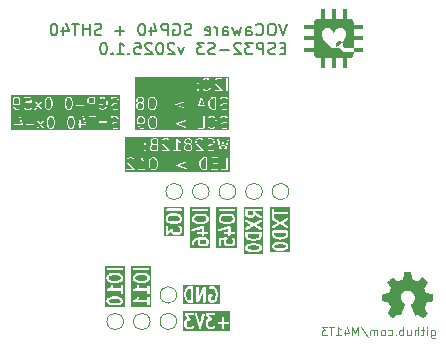
<source format=gbr>
%TF.GenerationSoftware,KiCad,Pcbnew,8.0.7*%
%TF.CreationDate,2025-10-25T23:35:46+02:00*%
%TF.ProjectId,VOCaware,564f4361-7761-4726-952e-6b696361645f,v1.0*%
%TF.SameCoordinates,Original*%
%TF.FileFunction,Legend,Bot*%
%TF.FilePolarity,Positive*%
%FSLAX46Y46*%
G04 Gerber Fmt 4.6, Leading zero omitted, Abs format (unit mm)*
G04 Created by KiCad (PCBNEW 8.0.7) date 2025-10-25 23:35:46*
%MOMM*%
%LPD*%
G01*
G04 APERTURE LIST*
%ADD10C,0.100000*%
%ADD11C,0.200000*%
%ADD12C,0.120000*%
%ADD13C,0.000000*%
%ADD14C,3.200000*%
%ADD15C,0.650000*%
%ADD16O,2.100000X1.000000*%
%ADD17O,1.800000X1.000000*%
%ADD18C,1.000000*%
G04 APERTURE END LIST*
D10*
G36*
X95392687Y-56211130D02*
G01*
X95428831Y-56247275D01*
X95470367Y-56330347D01*
X95515162Y-56509526D01*
X95515162Y-56735311D01*
X95470367Y-56914489D01*
X95428831Y-56997561D01*
X95392685Y-57033708D01*
X95315264Y-57072419D01*
X95243633Y-57072419D01*
X95166210Y-57033708D01*
X95130064Y-56997561D01*
X95088529Y-56914491D01*
X95043734Y-56735311D01*
X95043734Y-56509526D01*
X95088529Y-56330346D01*
X95130064Y-56247274D01*
X95166209Y-56211130D01*
X95243633Y-56172419D01*
X95315264Y-56172419D01*
X95392687Y-56211130D01*
G37*
G36*
X97106973Y-56211130D02*
G01*
X97143117Y-56247275D01*
X97184653Y-56330347D01*
X97229448Y-56509526D01*
X97229448Y-56735311D01*
X97184653Y-56914489D01*
X97143117Y-56997561D01*
X97106971Y-57033708D01*
X97029550Y-57072419D01*
X96957919Y-57072419D01*
X96880496Y-57033708D01*
X96844350Y-56997561D01*
X96802815Y-56914491D01*
X96758020Y-56735311D01*
X96758020Y-56509526D01*
X96802815Y-56330346D01*
X96844350Y-56247274D01*
X96880495Y-56211130D01*
X96957919Y-56172419D01*
X97029550Y-56172419D01*
X97106973Y-56211130D01*
G37*
G36*
X92535544Y-54601186D02*
G01*
X92571688Y-54637331D01*
X92610400Y-54714754D01*
X92610400Y-54929242D01*
X92571688Y-55006665D01*
X92535544Y-55042810D01*
X92458121Y-55081522D01*
X92291252Y-55081522D01*
X92213828Y-55042810D01*
X92177683Y-55006666D01*
X92138972Y-54929243D01*
X92138972Y-54714754D01*
X92177683Y-54637330D01*
X92213828Y-54601186D01*
X92291252Y-54562475D01*
X92458121Y-54562475D01*
X92535544Y-54601186D01*
G37*
G36*
X95202211Y-54601186D02*
G01*
X95238355Y-54637331D01*
X95279891Y-54720403D01*
X95324686Y-54899582D01*
X95324686Y-55125367D01*
X95279891Y-55304545D01*
X95238355Y-55387617D01*
X95202209Y-55423764D01*
X95124788Y-55462475D01*
X95053157Y-55462475D01*
X94975734Y-55423764D01*
X94939588Y-55387617D01*
X94898053Y-55304547D01*
X94853258Y-55125367D01*
X94853258Y-54899582D01*
X94898053Y-54720402D01*
X94939588Y-54637330D01*
X94975733Y-54601186D01*
X95053157Y-54562475D01*
X95124788Y-54562475D01*
X95202211Y-54601186D01*
G37*
G36*
X96916497Y-54601186D02*
G01*
X96952641Y-54637331D01*
X96994177Y-54720403D01*
X97038972Y-54899582D01*
X97038972Y-55125367D01*
X96994177Y-55304545D01*
X96952641Y-55387617D01*
X96916495Y-55423764D01*
X96839074Y-55462475D01*
X96767443Y-55462475D01*
X96690020Y-55423764D01*
X96653874Y-55387617D01*
X96612339Y-55304547D01*
X96567544Y-55125367D01*
X96567544Y-54899582D01*
X96612339Y-54720402D01*
X96653874Y-54637330D01*
X96690019Y-54601186D01*
X96767443Y-54562475D01*
X96839074Y-54562475D01*
X96916497Y-54601186D01*
G37*
G36*
X98943734Y-54986284D02*
G01*
X98624586Y-54986284D01*
X98547162Y-54947572D01*
X98511017Y-54911428D01*
X98472306Y-54834005D01*
X98472306Y-54714754D01*
X98511017Y-54637330D01*
X98547162Y-54601186D01*
X98624586Y-54562475D01*
X98943734Y-54562475D01*
X98943734Y-54986284D01*
G37*
G36*
X101154845Y-57283530D02*
G01*
X91927861Y-57283530D01*
X91927861Y-56769951D01*
X92185635Y-56769951D01*
X92185635Y-56808219D01*
X92212695Y-56835279D01*
X92231829Y-56839085D01*
X92324686Y-56839085D01*
X92324686Y-57122419D01*
X92328492Y-57141553D01*
X92355552Y-57168613D01*
X92393820Y-57168613D01*
X92420880Y-57141553D01*
X92424686Y-57122419D01*
X92424686Y-56839085D01*
X92850876Y-56839085D01*
X92870010Y-56835279D01*
X92875829Y-56829459D01*
X92883636Y-56826857D01*
X92888840Y-56816449D01*
X92897070Y-56808219D01*
X92897070Y-56799989D01*
X92900750Y-56792629D01*
X92898310Y-56773273D01*
X92897203Y-56769951D01*
X93138016Y-56769951D01*
X93138016Y-56808219D01*
X93165076Y-56835279D01*
X93184210Y-56839085D01*
X93277067Y-56839085D01*
X93277067Y-57122419D01*
X93280873Y-57141553D01*
X93307933Y-57168613D01*
X93346201Y-57168613D01*
X93373261Y-57141553D01*
X93377067Y-57122419D01*
X93377067Y-56839085D01*
X93803257Y-56839085D01*
X93822391Y-56835279D01*
X93828210Y-56829459D01*
X93836017Y-56826857D01*
X93841221Y-56816449D01*
X93849451Y-56808219D01*
X93849451Y-56799989D01*
X93853131Y-56792629D01*
X93850691Y-56773273D01*
X93749349Y-56469246D01*
X94088446Y-56469246D01*
X94097275Y-56486643D01*
X94334908Y-56789085D01*
X94097275Y-57091528D01*
X94088446Y-57108925D01*
X94093006Y-57146921D01*
X94123097Y-57170564D01*
X94161093Y-57166004D01*
X94175907Y-57153310D01*
X94398495Y-56870015D01*
X94621084Y-57153310D01*
X94635898Y-57166004D01*
X94673894Y-57170564D01*
X94703985Y-57146921D01*
X94708545Y-57108925D01*
X94699716Y-57091528D01*
X94462082Y-56789085D01*
X94686573Y-56503371D01*
X94943734Y-56503371D01*
X94943734Y-56741466D01*
X94944929Y-56747475D01*
X94945227Y-56753593D01*
X94992846Y-56944069D01*
X94995185Y-56949021D01*
X94996632Y-56954303D01*
X95044250Y-57049540D01*
X95049161Y-57055868D01*
X95053616Y-57062535D01*
X95101235Y-57110155D01*
X95107901Y-57114609D01*
X95114230Y-57119521D01*
X95209468Y-57167140D01*
X95211883Y-57167801D01*
X95212695Y-57168613D01*
X95220556Y-57170176D01*
X95228284Y-57172293D01*
X95229372Y-57171930D01*
X95231829Y-57172419D01*
X95327067Y-57172419D01*
X95329523Y-57171930D01*
X95330612Y-57172293D01*
X95338339Y-57170176D01*
X95346201Y-57168613D01*
X95347012Y-57167801D01*
X95349428Y-57167140D01*
X95444665Y-57119522D01*
X95450992Y-57114611D01*
X95457661Y-57110155D01*
X95505280Y-57062535D01*
X95509733Y-57055869D01*
X95514645Y-57049541D01*
X95562264Y-56954303D01*
X95563710Y-56949021D01*
X95566050Y-56944069D01*
X95613669Y-56753593D01*
X95613966Y-56747475D01*
X95615162Y-56741466D01*
X95615162Y-56503371D01*
X96658020Y-56503371D01*
X96658020Y-56741466D01*
X96659215Y-56747475D01*
X96659513Y-56753593D01*
X96707132Y-56944069D01*
X96709471Y-56949021D01*
X96710918Y-56954303D01*
X96758536Y-57049540D01*
X96763447Y-57055868D01*
X96767902Y-57062535D01*
X96815521Y-57110155D01*
X96822187Y-57114609D01*
X96828516Y-57119521D01*
X96923754Y-57167140D01*
X96926169Y-57167801D01*
X96926981Y-57168613D01*
X96934842Y-57170176D01*
X96942570Y-57172293D01*
X96943658Y-57171930D01*
X96946115Y-57172419D01*
X97041353Y-57172419D01*
X97043809Y-57171930D01*
X97044898Y-57172293D01*
X97052625Y-57170176D01*
X97060487Y-57168613D01*
X97061298Y-57167801D01*
X97063714Y-57167140D01*
X97158951Y-57119522D01*
X97165278Y-57114611D01*
X97171947Y-57110155D01*
X97219566Y-57062535D01*
X97224019Y-57055869D01*
X97228931Y-57049541D01*
X97276550Y-56954303D01*
X97277996Y-56949021D01*
X97280336Y-56944069D01*
X97323866Y-56769951D01*
X97566588Y-56769951D01*
X97566588Y-56808219D01*
X97593648Y-56835279D01*
X97612782Y-56839085D01*
X97705639Y-56839085D01*
X97705639Y-57122419D01*
X97709445Y-57141553D01*
X97736505Y-57168613D01*
X97774773Y-57168613D01*
X97801833Y-57141553D01*
X97805639Y-57122419D01*
X97805639Y-56839085D01*
X98231829Y-56839085D01*
X98250963Y-56835279D01*
X98256782Y-56829459D01*
X98264589Y-56826857D01*
X98269793Y-56816449D01*
X98278023Y-56808219D01*
X98278023Y-56799989D01*
X98281703Y-56792629D01*
X98279263Y-56773273D01*
X98055933Y-56103285D01*
X98471350Y-56103285D01*
X98471350Y-56141553D01*
X98498410Y-56168613D01*
X98517544Y-56172419D01*
X98753258Y-56172419D01*
X98753258Y-57122419D01*
X98757064Y-57141553D01*
X98784124Y-57168613D01*
X98822392Y-57168613D01*
X98849452Y-57141553D01*
X98853258Y-57122419D01*
X98853258Y-56172419D01*
X99088972Y-56172419D01*
X99108106Y-56168613D01*
X99135166Y-56141553D01*
X99135166Y-56122419D01*
X99372306Y-56122419D01*
X99372306Y-57122419D01*
X99376112Y-57141553D01*
X99403172Y-57168613D01*
X99441440Y-57168613D01*
X99468500Y-57141553D01*
X99472306Y-57122419D01*
X99472306Y-56648609D01*
X99943734Y-56648609D01*
X99943734Y-57122419D01*
X99947540Y-57141553D01*
X99974600Y-57168613D01*
X100012868Y-57168613D01*
X100039928Y-57141553D01*
X100043734Y-57122419D01*
X100043734Y-56836704D01*
X100372306Y-56836704D01*
X100372306Y-56931942D01*
X100372794Y-56934398D01*
X100372432Y-56935487D01*
X100374548Y-56943214D01*
X100376112Y-56951076D01*
X100376923Y-56951887D01*
X100377585Y-56954303D01*
X100425203Y-57049540D01*
X100430114Y-57055868D01*
X100434569Y-57062535D01*
X100482188Y-57110155D01*
X100488854Y-57114609D01*
X100495183Y-57119521D01*
X100590421Y-57167140D01*
X100592836Y-57167801D01*
X100593648Y-57168613D01*
X100601509Y-57170176D01*
X100609237Y-57172293D01*
X100610325Y-57171930D01*
X100612782Y-57172419D01*
X100850877Y-57172419D01*
X100858739Y-57170855D01*
X100866688Y-57169853D01*
X101009545Y-57122234D01*
X101026493Y-57112573D01*
X101043608Y-57078344D01*
X101031506Y-57042040D01*
X100997278Y-57024926D01*
X100977922Y-57027366D01*
X100842764Y-57072419D01*
X100624586Y-57072419D01*
X100547163Y-57033708D01*
X100511017Y-56997561D01*
X100472306Y-56920139D01*
X100472306Y-56848507D01*
X100511017Y-56771083D01*
X100547162Y-56734939D01*
X100630234Y-56693403D01*
X100815385Y-56647116D01*
X100820337Y-56644776D01*
X100825619Y-56643330D01*
X100920856Y-56595712D01*
X100927189Y-56590796D01*
X100933851Y-56586345D01*
X100981470Y-56538727D01*
X100985924Y-56532060D01*
X100990836Y-56525732D01*
X101038455Y-56430494D01*
X101039116Y-56428078D01*
X101039928Y-56427267D01*
X101041491Y-56419405D01*
X101043608Y-56411678D01*
X101043245Y-56410589D01*
X101043734Y-56408133D01*
X101043734Y-56312895D01*
X101043245Y-56310438D01*
X101043608Y-56309350D01*
X101041491Y-56301622D01*
X101039928Y-56293761D01*
X101039116Y-56292949D01*
X101038455Y-56290534D01*
X100990836Y-56195296D01*
X100985924Y-56188967D01*
X100981470Y-56182301D01*
X100933851Y-56134683D01*
X100927189Y-56130231D01*
X100920856Y-56125316D01*
X100825619Y-56077698D01*
X100823203Y-56077036D01*
X100822392Y-56076225D01*
X100814530Y-56074661D01*
X100806803Y-56072545D01*
X100805714Y-56072907D01*
X100803258Y-56072419D01*
X100565163Y-56072419D01*
X100557301Y-56073982D01*
X100549351Y-56074985D01*
X100406495Y-56122604D01*
X100389546Y-56132265D01*
X100372432Y-56166494D01*
X100384533Y-56202798D01*
X100418762Y-56219912D01*
X100438117Y-56217472D01*
X100573276Y-56172419D01*
X100791455Y-56172419D01*
X100868878Y-56211130D01*
X100905022Y-56247275D01*
X100943734Y-56324698D01*
X100943734Y-56396329D01*
X100905022Y-56473752D01*
X100868878Y-56509897D01*
X100785807Y-56551433D01*
X100600655Y-56597721D01*
X100595702Y-56600060D01*
X100590421Y-56601507D01*
X100495183Y-56649126D01*
X100488854Y-56654037D01*
X100482188Y-56658492D01*
X100434570Y-56706111D01*
X100430118Y-56712772D01*
X100425203Y-56719106D01*
X100377585Y-56814343D01*
X100376923Y-56816758D01*
X100376112Y-56817570D01*
X100374548Y-56825431D01*
X100372432Y-56833159D01*
X100372794Y-56834247D01*
X100372306Y-56836704D01*
X100043734Y-56836704D01*
X100043734Y-56122419D01*
X100039928Y-56103285D01*
X100012868Y-56076225D01*
X99974600Y-56076225D01*
X99947540Y-56103285D01*
X99943734Y-56122419D01*
X99943734Y-56548609D01*
X99472306Y-56548609D01*
X99472306Y-56122419D01*
X99468500Y-56103285D01*
X99441440Y-56076225D01*
X99403172Y-56076225D01*
X99376112Y-56103285D01*
X99372306Y-56122419D01*
X99135166Y-56122419D01*
X99135166Y-56103285D01*
X99108106Y-56076225D01*
X99088972Y-56072419D01*
X98517544Y-56072419D01*
X98498410Y-56076225D01*
X98471350Y-56103285D01*
X98055933Y-56103285D01*
X98041168Y-56058989D01*
X98031507Y-56042040D01*
X97997278Y-56024926D01*
X97960974Y-56037027D01*
X97943860Y-56071256D01*
X97946300Y-56090611D01*
X98162458Y-56739085D01*
X97805639Y-56739085D01*
X97805639Y-56455752D01*
X97801833Y-56436618D01*
X97774773Y-56409558D01*
X97736505Y-56409558D01*
X97709445Y-56436618D01*
X97705639Y-56455752D01*
X97705639Y-56739085D01*
X97612782Y-56739085D01*
X97593648Y-56742891D01*
X97566588Y-56769951D01*
X97323866Y-56769951D01*
X97327955Y-56753593D01*
X97328252Y-56747475D01*
X97329448Y-56741466D01*
X97329448Y-56503371D01*
X97328252Y-56497361D01*
X97327955Y-56491244D01*
X97280336Y-56300768D01*
X97277996Y-56295815D01*
X97276550Y-56290534D01*
X97228931Y-56195296D01*
X97224019Y-56188967D01*
X97219565Y-56182301D01*
X97171946Y-56134683D01*
X97165284Y-56130231D01*
X97158951Y-56125316D01*
X97063714Y-56077698D01*
X97061298Y-56077036D01*
X97060487Y-56076225D01*
X97052625Y-56074661D01*
X97044898Y-56072545D01*
X97043809Y-56072907D01*
X97041353Y-56072419D01*
X96946115Y-56072419D01*
X96943658Y-56072907D01*
X96942570Y-56072545D01*
X96934842Y-56074661D01*
X96926981Y-56076225D01*
X96926169Y-56077036D01*
X96923754Y-56077698D01*
X96828516Y-56125317D01*
X96822187Y-56130228D01*
X96815521Y-56134683D01*
X96767903Y-56182302D01*
X96763451Y-56188963D01*
X96758536Y-56195297D01*
X96710918Y-56290534D01*
X96709471Y-56295815D01*
X96707132Y-56300768D01*
X96659513Y-56491244D01*
X96659215Y-56497361D01*
X96658020Y-56503371D01*
X95615162Y-56503371D01*
X95613966Y-56497361D01*
X95613669Y-56491244D01*
X95566050Y-56300768D01*
X95563710Y-56295815D01*
X95562264Y-56290534D01*
X95514645Y-56195296D01*
X95509733Y-56188967D01*
X95505279Y-56182301D01*
X95457660Y-56134683D01*
X95450998Y-56130231D01*
X95444665Y-56125316D01*
X95349428Y-56077698D01*
X95347012Y-56077036D01*
X95346201Y-56076225D01*
X95338339Y-56074661D01*
X95330612Y-56072545D01*
X95329523Y-56072907D01*
X95327067Y-56072419D01*
X95231829Y-56072419D01*
X95229372Y-56072907D01*
X95228284Y-56072545D01*
X95220556Y-56074661D01*
X95212695Y-56076225D01*
X95211883Y-56077036D01*
X95209468Y-56077698D01*
X95114230Y-56125317D01*
X95107901Y-56130228D01*
X95101235Y-56134683D01*
X95053617Y-56182302D01*
X95049165Y-56188963D01*
X95044250Y-56195297D01*
X94996632Y-56290534D01*
X94995185Y-56295815D01*
X94992846Y-56300768D01*
X94945227Y-56491244D01*
X94944929Y-56497361D01*
X94943734Y-56503371D01*
X94686573Y-56503371D01*
X94699716Y-56486643D01*
X94708545Y-56469246D01*
X94703985Y-56431250D01*
X94673894Y-56407607D01*
X94635898Y-56412167D01*
X94621084Y-56424861D01*
X94398495Y-56708155D01*
X94175907Y-56424861D01*
X94161093Y-56412167D01*
X94123097Y-56407607D01*
X94093006Y-56431250D01*
X94088446Y-56469246D01*
X93749349Y-56469246D01*
X93612596Y-56058989D01*
X93602935Y-56042040D01*
X93568706Y-56024926D01*
X93532402Y-56037027D01*
X93515288Y-56071256D01*
X93517728Y-56090611D01*
X93733886Y-56739085D01*
X93377067Y-56739085D01*
X93377067Y-56455752D01*
X93373261Y-56436618D01*
X93346201Y-56409558D01*
X93307933Y-56409558D01*
X93280873Y-56436618D01*
X93277067Y-56455752D01*
X93277067Y-56739085D01*
X93184210Y-56739085D01*
X93165076Y-56742891D01*
X93138016Y-56769951D01*
X92897203Y-56769951D01*
X92660215Y-56058989D01*
X92650554Y-56042040D01*
X92616325Y-56024926D01*
X92580021Y-56037027D01*
X92562907Y-56071256D01*
X92565347Y-56090611D01*
X92781505Y-56739085D01*
X92424686Y-56739085D01*
X92424686Y-56455752D01*
X92420880Y-56436618D01*
X92393820Y-56409558D01*
X92355552Y-56409558D01*
X92328492Y-56436618D01*
X92324686Y-56455752D01*
X92324686Y-56739085D01*
X92231829Y-56739085D01*
X92212695Y-56742891D01*
X92185635Y-56769951D01*
X91927861Y-56769951D01*
X91927861Y-54702951D01*
X92038972Y-54702951D01*
X92038972Y-55083903D01*
X92040167Y-55089912D01*
X92040465Y-55096030D01*
X92088084Y-55286506D01*
X92091728Y-55294221D01*
X92094988Y-55302114D01*
X92190227Y-55444971D01*
X92193721Y-55448472D01*
X92196473Y-55452591D01*
X92244092Y-55500211D01*
X92250758Y-55504665D01*
X92257087Y-55509577D01*
X92352325Y-55557196D01*
X92354740Y-55557857D01*
X92355552Y-55558669D01*
X92363413Y-55560232D01*
X92371141Y-55562349D01*
X92372229Y-55561986D01*
X92374686Y-55562475D01*
X92565162Y-55562475D01*
X92584296Y-55558669D01*
X92611356Y-55531609D01*
X92611356Y-55493341D01*
X92584296Y-55466281D01*
X92565162Y-55462475D01*
X92386490Y-55462475D01*
X92309067Y-55423764D01*
X92270686Y-55385382D01*
X92182997Y-55253848D01*
X92149448Y-55119655D01*
X92155520Y-55123712D01*
X92161849Y-55128624D01*
X92257087Y-55176243D01*
X92259502Y-55176904D01*
X92260314Y-55177716D01*
X92268175Y-55179279D01*
X92275903Y-55181396D01*
X92276991Y-55181033D01*
X92279448Y-55181522D01*
X92469924Y-55181522D01*
X92472380Y-55181033D01*
X92473469Y-55181396D01*
X92481196Y-55179279D01*
X92489058Y-55177716D01*
X92489869Y-55176904D01*
X92492285Y-55176243D01*
X92587522Y-55128625D01*
X92593855Y-55123709D01*
X92600517Y-55119258D01*
X92635873Y-55083903D01*
X92991353Y-55083903D01*
X92991353Y-55321998D01*
X92991841Y-55324454D01*
X92991479Y-55325543D01*
X92993595Y-55333270D01*
X92995159Y-55341132D01*
X92995970Y-55341943D01*
X92996632Y-55344359D01*
X93044250Y-55439596D01*
X93049161Y-55445924D01*
X93053616Y-55452591D01*
X93101235Y-55500211D01*
X93107901Y-55504665D01*
X93114230Y-55509577D01*
X93209468Y-55557196D01*
X93211883Y-55557857D01*
X93212695Y-55558669D01*
X93220556Y-55560232D01*
X93228284Y-55562349D01*
X93229372Y-55561986D01*
X93231829Y-55562475D01*
X93469924Y-55562475D01*
X93472380Y-55561986D01*
X93473469Y-55562349D01*
X93481196Y-55560232D01*
X93489058Y-55558669D01*
X93489869Y-55557857D01*
X93492285Y-55557196D01*
X93587522Y-55509578D01*
X93593849Y-55504667D01*
X93600518Y-55500211D01*
X93648137Y-55452591D01*
X93658975Y-55436370D01*
X93658975Y-55398101D01*
X93631915Y-55371042D01*
X93593646Y-55371042D01*
X93577425Y-55381881D01*
X93535542Y-55423764D01*
X93458121Y-55462475D01*
X93243633Y-55462475D01*
X93166210Y-55423764D01*
X93130064Y-55387617D01*
X93091353Y-55310195D01*
X93091353Y-55095706D01*
X93130064Y-55018282D01*
X93166209Y-54982138D01*
X93243633Y-54943427D01*
X93458121Y-54943427D01*
X93535544Y-54982138D01*
X93577425Y-55024020D01*
X93593646Y-55034859D01*
X93596291Y-55034859D01*
X93598338Y-55036534D01*
X93615088Y-55034859D01*
X93631915Y-55034859D01*
X93633784Y-55032989D01*
X93636417Y-55032726D01*
X93647077Y-55019696D01*
X93658975Y-55007799D01*
X93658975Y-55005155D01*
X93660650Y-55003108D01*
X93662533Y-54983690D01*
X93650094Y-54859302D01*
X93897970Y-54859302D01*
X93906799Y-54876699D01*
X94144432Y-55179141D01*
X93906799Y-55481584D01*
X93897970Y-55498981D01*
X93902530Y-55536977D01*
X93932621Y-55560620D01*
X93970617Y-55556060D01*
X93985431Y-55543366D01*
X94208019Y-55260071D01*
X94430608Y-55543366D01*
X94445422Y-55556060D01*
X94483418Y-55560620D01*
X94513509Y-55536977D01*
X94518069Y-55498981D01*
X94509240Y-55481584D01*
X94271606Y-55179141D01*
X94496097Y-54893427D01*
X94753258Y-54893427D01*
X94753258Y-55131522D01*
X94754453Y-55137531D01*
X94754751Y-55143649D01*
X94802370Y-55334125D01*
X94804709Y-55339077D01*
X94806156Y-55344359D01*
X94853774Y-55439596D01*
X94858685Y-55445924D01*
X94863140Y-55452591D01*
X94910759Y-55500211D01*
X94917425Y-55504665D01*
X94923754Y-55509577D01*
X95018992Y-55557196D01*
X95021407Y-55557857D01*
X95022219Y-55558669D01*
X95030080Y-55560232D01*
X95037808Y-55562349D01*
X95038896Y-55561986D01*
X95041353Y-55562475D01*
X95136591Y-55562475D01*
X95139047Y-55561986D01*
X95140136Y-55562349D01*
X95147863Y-55560232D01*
X95155725Y-55558669D01*
X95156536Y-55557857D01*
X95158952Y-55557196D01*
X95254189Y-55509578D01*
X95260516Y-55504667D01*
X95267185Y-55500211D01*
X95314804Y-55452591D01*
X95319257Y-55445925D01*
X95324169Y-55439597D01*
X95371788Y-55344359D01*
X95373234Y-55339077D01*
X95375574Y-55334125D01*
X95423193Y-55143649D01*
X95423490Y-55137531D01*
X95424686Y-55131522D01*
X95424686Y-54893427D01*
X96467544Y-54893427D01*
X96467544Y-55131522D01*
X96468739Y-55137531D01*
X96469037Y-55143649D01*
X96516656Y-55334125D01*
X96518995Y-55339077D01*
X96520442Y-55344359D01*
X96568060Y-55439596D01*
X96572971Y-55445924D01*
X96577426Y-55452591D01*
X96625045Y-55500211D01*
X96631711Y-55504665D01*
X96638040Y-55509577D01*
X96733278Y-55557196D01*
X96735693Y-55557857D01*
X96736505Y-55558669D01*
X96744366Y-55560232D01*
X96752094Y-55562349D01*
X96753182Y-55561986D01*
X96755639Y-55562475D01*
X96850877Y-55562475D01*
X96853333Y-55561986D01*
X96854422Y-55562349D01*
X96862149Y-55560232D01*
X96870011Y-55558669D01*
X96870822Y-55557857D01*
X96873238Y-55557196D01*
X96968475Y-55509578D01*
X96974802Y-55504667D01*
X96981471Y-55500211D01*
X97029090Y-55452591D01*
X97033543Y-55445925D01*
X97038455Y-55439597D01*
X97086074Y-55344359D01*
X97087520Y-55339077D01*
X97089860Y-55334125D01*
X97133390Y-55160007D01*
X97376112Y-55160007D01*
X97376112Y-55198275D01*
X97403172Y-55225335D01*
X97422306Y-55229141D01*
X97515163Y-55229141D01*
X97515163Y-55512475D01*
X97518969Y-55531609D01*
X97546029Y-55558669D01*
X97584297Y-55558669D01*
X97611357Y-55531609D01*
X97615163Y-55512475D01*
X97615163Y-55229141D01*
X98041353Y-55229141D01*
X98060487Y-55225335D01*
X98066306Y-55219515D01*
X98074113Y-55216913D01*
X98079317Y-55206505D01*
X98087547Y-55198275D01*
X98087547Y-55190045D01*
X98091227Y-55182685D01*
X98088787Y-55163329D01*
X97935327Y-54702951D01*
X98372306Y-54702951D01*
X98372306Y-54845808D01*
X98372794Y-54848264D01*
X98372432Y-54849353D01*
X98374548Y-54857080D01*
X98376112Y-54864942D01*
X98376923Y-54865753D01*
X98377585Y-54868169D01*
X98425203Y-54963406D01*
X98430118Y-54969739D01*
X98434570Y-54976401D01*
X98482188Y-55024020D01*
X98488854Y-55028474D01*
X98495183Y-55033386D01*
X98590421Y-55081005D01*
X98592836Y-55081666D01*
X98593648Y-55082478D01*
X98601509Y-55084041D01*
X98609237Y-55086158D01*
X98610325Y-55085795D01*
X98612782Y-55086284D01*
X98943734Y-55086284D01*
X98943734Y-55512475D01*
X98947540Y-55531609D01*
X98974600Y-55558669D01*
X99012868Y-55558669D01*
X99039928Y-55531609D01*
X99043734Y-55512475D01*
X99043734Y-55083903D01*
X99372306Y-55083903D01*
X99372306Y-55417236D01*
X99376112Y-55436370D01*
X99386950Y-55452591D01*
X99434569Y-55500211D01*
X99436651Y-55501602D01*
X99437165Y-55502629D01*
X99444123Y-55506595D01*
X99450790Y-55511050D01*
X99451939Y-55511050D01*
X99454114Y-55512290D01*
X99596970Y-55559909D01*
X99604920Y-55560911D01*
X99612782Y-55562475D01*
X99708020Y-55562475D01*
X99715882Y-55560911D01*
X99723831Y-55559909D01*
X99866688Y-55512290D01*
X99868863Y-55511050D01*
X99870012Y-55511050D01*
X99876682Y-55506592D01*
X99883636Y-55502629D01*
X99884148Y-55501603D01*
X99886233Y-55500211D01*
X99981471Y-55404972D01*
X99985924Y-55398306D01*
X99990836Y-55391978D01*
X100038455Y-55296740D01*
X100039901Y-55291458D01*
X100042241Y-55286506D01*
X100057178Y-55226760D01*
X100372306Y-55226760D01*
X100372306Y-55321998D01*
X100372794Y-55324454D01*
X100372432Y-55325543D01*
X100374548Y-55333270D01*
X100376112Y-55341132D01*
X100376923Y-55341943D01*
X100377585Y-55344359D01*
X100425203Y-55439596D01*
X100430114Y-55445924D01*
X100434569Y-55452591D01*
X100482188Y-55500211D01*
X100488854Y-55504665D01*
X100495183Y-55509577D01*
X100590421Y-55557196D01*
X100592836Y-55557857D01*
X100593648Y-55558669D01*
X100601509Y-55560232D01*
X100609237Y-55562349D01*
X100610325Y-55561986D01*
X100612782Y-55562475D01*
X100850877Y-55562475D01*
X100858739Y-55560911D01*
X100866688Y-55559909D01*
X101009545Y-55512290D01*
X101026493Y-55502629D01*
X101043608Y-55468400D01*
X101031506Y-55432096D01*
X100997278Y-55414982D01*
X100977922Y-55417422D01*
X100842764Y-55462475D01*
X100624586Y-55462475D01*
X100547163Y-55423764D01*
X100511017Y-55387617D01*
X100472306Y-55310195D01*
X100472306Y-55238563D01*
X100511017Y-55161139D01*
X100547162Y-55124995D01*
X100630234Y-55083459D01*
X100815385Y-55037172D01*
X100820337Y-55034832D01*
X100825619Y-55033386D01*
X100920856Y-54985768D01*
X100927189Y-54980852D01*
X100933851Y-54976401D01*
X100981470Y-54928783D01*
X100985924Y-54922116D01*
X100990836Y-54915788D01*
X101038455Y-54820550D01*
X101039116Y-54818134D01*
X101039928Y-54817323D01*
X101041491Y-54809461D01*
X101043608Y-54801734D01*
X101043245Y-54800645D01*
X101043734Y-54798189D01*
X101043734Y-54702951D01*
X101043245Y-54700494D01*
X101043608Y-54699406D01*
X101041491Y-54691678D01*
X101039928Y-54683817D01*
X101039116Y-54683005D01*
X101038455Y-54680590D01*
X100990836Y-54585352D01*
X100985924Y-54579023D01*
X100981470Y-54572357D01*
X100933851Y-54524739D01*
X100927189Y-54520287D01*
X100920856Y-54515372D01*
X100825619Y-54467754D01*
X100823203Y-54467092D01*
X100822392Y-54466281D01*
X100814530Y-54464717D01*
X100806803Y-54462601D01*
X100805714Y-54462963D01*
X100803258Y-54462475D01*
X100565163Y-54462475D01*
X100557301Y-54464038D01*
X100549351Y-54465041D01*
X100406495Y-54512660D01*
X100389546Y-54522321D01*
X100372432Y-54556550D01*
X100384533Y-54592854D01*
X100418762Y-54609968D01*
X100438117Y-54607528D01*
X100573276Y-54562475D01*
X100791455Y-54562475D01*
X100868878Y-54601186D01*
X100905022Y-54637331D01*
X100943734Y-54714754D01*
X100943734Y-54786385D01*
X100905022Y-54863808D01*
X100868878Y-54899953D01*
X100785807Y-54941489D01*
X100600655Y-54987777D01*
X100595702Y-54990116D01*
X100590421Y-54991563D01*
X100495183Y-55039182D01*
X100488854Y-55044093D01*
X100482188Y-55048548D01*
X100434570Y-55096167D01*
X100430118Y-55102828D01*
X100425203Y-55109162D01*
X100377585Y-55204399D01*
X100376923Y-55206814D01*
X100376112Y-55207626D01*
X100374548Y-55215487D01*
X100372432Y-55223215D01*
X100372794Y-55224303D01*
X100372306Y-55226760D01*
X100057178Y-55226760D01*
X100089860Y-55096030D01*
X100090157Y-55089912D01*
X100091353Y-55083903D01*
X100091353Y-54941046D01*
X100090157Y-54935036D01*
X100089860Y-54928919D01*
X100042241Y-54738443D01*
X100039901Y-54733490D01*
X100038455Y-54728209D01*
X99990836Y-54632971D01*
X99985920Y-54626636D01*
X99981470Y-54619977D01*
X99886232Y-54524739D01*
X99884149Y-54523347D01*
X99883636Y-54522321D01*
X99876675Y-54518353D01*
X99870011Y-54513900D01*
X99868863Y-54513900D01*
X99866688Y-54512660D01*
X99723831Y-54465041D01*
X99715882Y-54464038D01*
X99708020Y-54462475D01*
X99565163Y-54462475D01*
X99562706Y-54462963D01*
X99561618Y-54462601D01*
X99553890Y-54464717D01*
X99546029Y-54466281D01*
X99545217Y-54467092D01*
X99542802Y-54467754D01*
X99447564Y-54515373D01*
X99432152Y-54527334D01*
X99420051Y-54563639D01*
X99437165Y-54597867D01*
X99473470Y-54609968D01*
X99492286Y-54604815D01*
X99576967Y-54562475D01*
X99699907Y-54562475D01*
X99823868Y-54603795D01*
X99905021Y-54684948D01*
X99946558Y-54768022D01*
X99991353Y-54947201D01*
X99991353Y-55077748D01*
X99946558Y-55256926D01*
X99905021Y-55340000D01*
X99823867Y-55421154D01*
X99699907Y-55462475D01*
X99620895Y-55462475D01*
X99496935Y-55421155D01*
X99472306Y-55396525D01*
X99472306Y-55133903D01*
X99612782Y-55133903D01*
X99631916Y-55130097D01*
X99658976Y-55103037D01*
X99658976Y-55064769D01*
X99631916Y-55037709D01*
X99612782Y-55033903D01*
X99422306Y-55033903D01*
X99403172Y-55037709D01*
X99376112Y-55064769D01*
X99372306Y-55083903D01*
X99043734Y-55083903D01*
X99043734Y-54512475D01*
X99039928Y-54493341D01*
X99012868Y-54466281D01*
X98993734Y-54462475D01*
X98612782Y-54462475D01*
X98610325Y-54462963D01*
X98609237Y-54462601D01*
X98601509Y-54464717D01*
X98593648Y-54466281D01*
X98592836Y-54467092D01*
X98590421Y-54467754D01*
X98495183Y-54515373D01*
X98488854Y-54520284D01*
X98482188Y-54524739D01*
X98434570Y-54572358D01*
X98430118Y-54579019D01*
X98425203Y-54585353D01*
X98377585Y-54680590D01*
X98376923Y-54683005D01*
X98376112Y-54683817D01*
X98374548Y-54691678D01*
X98372432Y-54699406D01*
X98372794Y-54700494D01*
X98372306Y-54702951D01*
X97935327Y-54702951D01*
X97850692Y-54449045D01*
X97841031Y-54432096D01*
X97806802Y-54414982D01*
X97770498Y-54427083D01*
X97753384Y-54461312D01*
X97755824Y-54480667D01*
X97971982Y-55129141D01*
X97615163Y-55129141D01*
X97615163Y-54845808D01*
X97611357Y-54826674D01*
X97584297Y-54799614D01*
X97546029Y-54799614D01*
X97518969Y-54826674D01*
X97515163Y-54845808D01*
X97515163Y-55129141D01*
X97422306Y-55129141D01*
X97403172Y-55132947D01*
X97376112Y-55160007D01*
X97133390Y-55160007D01*
X97137479Y-55143649D01*
X97137776Y-55137531D01*
X97138972Y-55131522D01*
X97138972Y-54893427D01*
X97137776Y-54887417D01*
X97137479Y-54881300D01*
X97089860Y-54690824D01*
X97087520Y-54685871D01*
X97086074Y-54680590D01*
X97038455Y-54585352D01*
X97033543Y-54579023D01*
X97029089Y-54572357D01*
X96981470Y-54524739D01*
X96974808Y-54520287D01*
X96968475Y-54515372D01*
X96873238Y-54467754D01*
X96870822Y-54467092D01*
X96870011Y-54466281D01*
X96862149Y-54464717D01*
X96854422Y-54462601D01*
X96853333Y-54462963D01*
X96850877Y-54462475D01*
X96755639Y-54462475D01*
X96753182Y-54462963D01*
X96752094Y-54462601D01*
X96744366Y-54464717D01*
X96736505Y-54466281D01*
X96735693Y-54467092D01*
X96733278Y-54467754D01*
X96638040Y-54515373D01*
X96631711Y-54520284D01*
X96625045Y-54524739D01*
X96577427Y-54572358D01*
X96572975Y-54579019D01*
X96568060Y-54585353D01*
X96520442Y-54680590D01*
X96518995Y-54685871D01*
X96516656Y-54690824D01*
X96469037Y-54881300D01*
X96468739Y-54887417D01*
X96467544Y-54893427D01*
X95424686Y-54893427D01*
X95423490Y-54887417D01*
X95423193Y-54881300D01*
X95375574Y-54690824D01*
X95373234Y-54685871D01*
X95371788Y-54680590D01*
X95324169Y-54585352D01*
X95319257Y-54579023D01*
X95314803Y-54572357D01*
X95267184Y-54524739D01*
X95260522Y-54520287D01*
X95254189Y-54515372D01*
X95158952Y-54467754D01*
X95156536Y-54467092D01*
X95155725Y-54466281D01*
X95147863Y-54464717D01*
X95140136Y-54462601D01*
X95139047Y-54462963D01*
X95136591Y-54462475D01*
X95041353Y-54462475D01*
X95038896Y-54462963D01*
X95037808Y-54462601D01*
X95030080Y-54464717D01*
X95022219Y-54466281D01*
X95021407Y-54467092D01*
X95018992Y-54467754D01*
X94923754Y-54515373D01*
X94917425Y-54520284D01*
X94910759Y-54524739D01*
X94863141Y-54572358D01*
X94858689Y-54579019D01*
X94853774Y-54585353D01*
X94806156Y-54680590D01*
X94804709Y-54685871D01*
X94802370Y-54690824D01*
X94754751Y-54881300D01*
X94754453Y-54887417D01*
X94753258Y-54893427D01*
X94496097Y-54893427D01*
X94509240Y-54876699D01*
X94518069Y-54859302D01*
X94513509Y-54821306D01*
X94483418Y-54797663D01*
X94445422Y-54802223D01*
X94430608Y-54814917D01*
X94208019Y-55098211D01*
X93985431Y-54814917D01*
X93970617Y-54802223D01*
X93932621Y-54797663D01*
X93902530Y-54821306D01*
X93897970Y-54859302D01*
X93650094Y-54859302D01*
X93614914Y-54507500D01*
X93611356Y-54495833D01*
X93611356Y-54493341D01*
X93610262Y-54492247D01*
X93609223Y-54488839D01*
X93596193Y-54478178D01*
X93584296Y-54466281D01*
X93580803Y-54465586D01*
X93579605Y-54464606D01*
X93577123Y-54464854D01*
X93565162Y-54462475D01*
X93088972Y-54462475D01*
X93069838Y-54466281D01*
X93042778Y-54493341D01*
X93042778Y-54531609D01*
X93069838Y-54558669D01*
X93088972Y-54562475D01*
X93519913Y-54562475D01*
X93551496Y-54878311D01*
X93492285Y-54848706D01*
X93489869Y-54848044D01*
X93489058Y-54847233D01*
X93481196Y-54845669D01*
X93473469Y-54843553D01*
X93472380Y-54843915D01*
X93469924Y-54843427D01*
X93231829Y-54843427D01*
X93229372Y-54843915D01*
X93228284Y-54843553D01*
X93220556Y-54845669D01*
X93212695Y-54847233D01*
X93211883Y-54848044D01*
X93209468Y-54848706D01*
X93114230Y-54896325D01*
X93107901Y-54901236D01*
X93101235Y-54905691D01*
X93053617Y-54953310D01*
X93049165Y-54959971D01*
X93044250Y-54966305D01*
X92996632Y-55061542D01*
X92995970Y-55063957D01*
X92995159Y-55064769D01*
X92993595Y-55072630D01*
X92991479Y-55080358D01*
X92991841Y-55081446D01*
X92991353Y-55083903D01*
X92635873Y-55083903D01*
X92648136Y-55071640D01*
X92652590Y-55064973D01*
X92657502Y-55058645D01*
X92705121Y-54963407D01*
X92705782Y-54960991D01*
X92706594Y-54960180D01*
X92708157Y-54952318D01*
X92710274Y-54944591D01*
X92709911Y-54943502D01*
X92710400Y-54941046D01*
X92710400Y-54702951D01*
X92709911Y-54700494D01*
X92710274Y-54699406D01*
X92708157Y-54691678D01*
X92706594Y-54683817D01*
X92705782Y-54683005D01*
X92705121Y-54680590D01*
X92657502Y-54585352D01*
X92652590Y-54579023D01*
X92648136Y-54572357D01*
X92600517Y-54524739D01*
X92593855Y-54520287D01*
X92587522Y-54515372D01*
X92492285Y-54467754D01*
X92489869Y-54467092D01*
X92489058Y-54466281D01*
X92481196Y-54464717D01*
X92473469Y-54462601D01*
X92472380Y-54462963D01*
X92469924Y-54462475D01*
X92279448Y-54462475D01*
X92276991Y-54462963D01*
X92275903Y-54462601D01*
X92268175Y-54464717D01*
X92260314Y-54466281D01*
X92259502Y-54467092D01*
X92257087Y-54467754D01*
X92161849Y-54515373D01*
X92155520Y-54520284D01*
X92148854Y-54524739D01*
X92101236Y-54572358D01*
X92096784Y-54579019D01*
X92091869Y-54585353D01*
X92044251Y-54680590D01*
X92043589Y-54683005D01*
X92042778Y-54683817D01*
X92041214Y-54691678D01*
X92039098Y-54699406D01*
X92039460Y-54700494D01*
X92038972Y-54702951D01*
X91927861Y-54702951D01*
X91927861Y-54303871D01*
X101154845Y-54303871D01*
X101154845Y-57283530D01*
G37*
X127467544Y-74192466D02*
X127467544Y-74759133D01*
X127467544Y-74759133D02*
X127500877Y-74825800D01*
X127500877Y-74825800D02*
X127534211Y-74859133D01*
X127534211Y-74859133D02*
X127600877Y-74892466D01*
X127600877Y-74892466D02*
X127700877Y-74892466D01*
X127700877Y-74892466D02*
X127767544Y-74859133D01*
X127467544Y-74625800D02*
X127534211Y-74659133D01*
X127534211Y-74659133D02*
X127667544Y-74659133D01*
X127667544Y-74659133D02*
X127734211Y-74625800D01*
X127734211Y-74625800D02*
X127767544Y-74592466D01*
X127767544Y-74592466D02*
X127800877Y-74525800D01*
X127800877Y-74525800D02*
X127800877Y-74325800D01*
X127800877Y-74325800D02*
X127767544Y-74259133D01*
X127767544Y-74259133D02*
X127734211Y-74225800D01*
X127734211Y-74225800D02*
X127667544Y-74192466D01*
X127667544Y-74192466D02*
X127534211Y-74192466D01*
X127534211Y-74192466D02*
X127467544Y-74225800D01*
X127134211Y-74659133D02*
X127134211Y-74192466D01*
X127134211Y-73959133D02*
X127167544Y-73992466D01*
X127167544Y-73992466D02*
X127134211Y-74025800D01*
X127134211Y-74025800D02*
X127100878Y-73992466D01*
X127100878Y-73992466D02*
X127134211Y-73959133D01*
X127134211Y-73959133D02*
X127134211Y-74025800D01*
X126900878Y-74192466D02*
X126634211Y-74192466D01*
X126800878Y-73959133D02*
X126800878Y-74559133D01*
X126800878Y-74559133D02*
X126767545Y-74625800D01*
X126767545Y-74625800D02*
X126700878Y-74659133D01*
X126700878Y-74659133D02*
X126634211Y-74659133D01*
X126400878Y-74659133D02*
X126400878Y-73959133D01*
X126100878Y-74659133D02*
X126100878Y-74292466D01*
X126100878Y-74292466D02*
X126134211Y-74225800D01*
X126134211Y-74225800D02*
X126200878Y-74192466D01*
X126200878Y-74192466D02*
X126300878Y-74192466D01*
X126300878Y-74192466D02*
X126367545Y-74225800D01*
X126367545Y-74225800D02*
X126400878Y-74259133D01*
X125467545Y-74192466D02*
X125467545Y-74659133D01*
X125767545Y-74192466D02*
X125767545Y-74559133D01*
X125767545Y-74559133D02*
X125734212Y-74625800D01*
X125734212Y-74625800D02*
X125667545Y-74659133D01*
X125667545Y-74659133D02*
X125567545Y-74659133D01*
X125567545Y-74659133D02*
X125500878Y-74625800D01*
X125500878Y-74625800D02*
X125467545Y-74592466D01*
X125134212Y-74659133D02*
X125134212Y-73959133D01*
X125134212Y-74225800D02*
X125067545Y-74192466D01*
X125067545Y-74192466D02*
X124934212Y-74192466D01*
X124934212Y-74192466D02*
X124867545Y-74225800D01*
X124867545Y-74225800D02*
X124834212Y-74259133D01*
X124834212Y-74259133D02*
X124800879Y-74325800D01*
X124800879Y-74325800D02*
X124800879Y-74525800D01*
X124800879Y-74525800D02*
X124834212Y-74592466D01*
X124834212Y-74592466D02*
X124867545Y-74625800D01*
X124867545Y-74625800D02*
X124934212Y-74659133D01*
X124934212Y-74659133D02*
X125067545Y-74659133D01*
X125067545Y-74659133D02*
X125134212Y-74625800D01*
X124500879Y-74592466D02*
X124467546Y-74625800D01*
X124467546Y-74625800D02*
X124500879Y-74659133D01*
X124500879Y-74659133D02*
X124534212Y-74625800D01*
X124534212Y-74625800D02*
X124500879Y-74592466D01*
X124500879Y-74592466D02*
X124500879Y-74659133D01*
X123867546Y-74625800D02*
X123934213Y-74659133D01*
X123934213Y-74659133D02*
X124067546Y-74659133D01*
X124067546Y-74659133D02*
X124134213Y-74625800D01*
X124134213Y-74625800D02*
X124167546Y-74592466D01*
X124167546Y-74592466D02*
X124200879Y-74525800D01*
X124200879Y-74525800D02*
X124200879Y-74325800D01*
X124200879Y-74325800D02*
X124167546Y-74259133D01*
X124167546Y-74259133D02*
X124134213Y-74225800D01*
X124134213Y-74225800D02*
X124067546Y-74192466D01*
X124067546Y-74192466D02*
X123934213Y-74192466D01*
X123934213Y-74192466D02*
X123867546Y-74225800D01*
X123467546Y-74659133D02*
X123534213Y-74625800D01*
X123534213Y-74625800D02*
X123567546Y-74592466D01*
X123567546Y-74592466D02*
X123600879Y-74525800D01*
X123600879Y-74525800D02*
X123600879Y-74325800D01*
X123600879Y-74325800D02*
X123567546Y-74259133D01*
X123567546Y-74259133D02*
X123534213Y-74225800D01*
X123534213Y-74225800D02*
X123467546Y-74192466D01*
X123467546Y-74192466D02*
X123367546Y-74192466D01*
X123367546Y-74192466D02*
X123300879Y-74225800D01*
X123300879Y-74225800D02*
X123267546Y-74259133D01*
X123267546Y-74259133D02*
X123234213Y-74325800D01*
X123234213Y-74325800D02*
X123234213Y-74525800D01*
X123234213Y-74525800D02*
X123267546Y-74592466D01*
X123267546Y-74592466D02*
X123300879Y-74625800D01*
X123300879Y-74625800D02*
X123367546Y-74659133D01*
X123367546Y-74659133D02*
X123467546Y-74659133D01*
X122934213Y-74659133D02*
X122934213Y-74192466D01*
X122934213Y-74259133D02*
X122900880Y-74225800D01*
X122900880Y-74225800D02*
X122834213Y-74192466D01*
X122834213Y-74192466D02*
X122734213Y-74192466D01*
X122734213Y-74192466D02*
X122667546Y-74225800D01*
X122667546Y-74225800D02*
X122634213Y-74292466D01*
X122634213Y-74292466D02*
X122634213Y-74659133D01*
X122634213Y-74292466D02*
X122600880Y-74225800D01*
X122600880Y-74225800D02*
X122534213Y-74192466D01*
X122534213Y-74192466D02*
X122434213Y-74192466D01*
X122434213Y-74192466D02*
X122367546Y-74225800D01*
X122367546Y-74225800D02*
X122334213Y-74292466D01*
X122334213Y-74292466D02*
X122334213Y-74659133D01*
X121500880Y-73925800D02*
X122100880Y-74825800D01*
X121267547Y-74659133D02*
X121267547Y-73959133D01*
X121267547Y-73959133D02*
X121034214Y-74459133D01*
X121034214Y-74459133D02*
X120800880Y-73959133D01*
X120800880Y-73959133D02*
X120800880Y-74659133D01*
X120167547Y-74192466D02*
X120167547Y-74659133D01*
X120334214Y-73925800D02*
X120500880Y-74425800D01*
X120500880Y-74425800D02*
X120067547Y-74425800D01*
X119434213Y-74659133D02*
X119834213Y-74659133D01*
X119634213Y-74659133D02*
X119634213Y-73959133D01*
X119634213Y-73959133D02*
X119700880Y-74059133D01*
X119700880Y-74059133D02*
X119767547Y-74125800D01*
X119767547Y-74125800D02*
X119834213Y-74159133D01*
X119234213Y-73959133D02*
X118834213Y-73959133D01*
X119034213Y-74659133D02*
X119034213Y-73959133D01*
X118667547Y-73959133D02*
X118234213Y-73959133D01*
X118234213Y-73959133D02*
X118467547Y-74225800D01*
X118467547Y-74225800D02*
X118367547Y-74225800D01*
X118367547Y-74225800D02*
X118300880Y-74259133D01*
X118300880Y-74259133D02*
X118267547Y-74292466D01*
X118267547Y-74292466D02*
X118234213Y-74359133D01*
X118234213Y-74359133D02*
X118234213Y-74525800D01*
X118234213Y-74525800D02*
X118267547Y-74592466D01*
X118267547Y-74592466D02*
X118300880Y-74625800D01*
X118300880Y-74625800D02*
X118367547Y-74659133D01*
X118367547Y-74659133D02*
X118567547Y-74659133D01*
X118567547Y-74659133D02*
X118634213Y-74625800D01*
X118634213Y-74625800D02*
X118667547Y-74592466D01*
D11*
X115273183Y-48257275D02*
X114939850Y-49257275D01*
X114939850Y-49257275D02*
X114606517Y-48257275D01*
X114082707Y-48257275D02*
X113892231Y-48257275D01*
X113892231Y-48257275D02*
X113796993Y-48304894D01*
X113796993Y-48304894D02*
X113701755Y-48400132D01*
X113701755Y-48400132D02*
X113654136Y-48590608D01*
X113654136Y-48590608D02*
X113654136Y-48923941D01*
X113654136Y-48923941D02*
X113701755Y-49114417D01*
X113701755Y-49114417D02*
X113796993Y-49209656D01*
X113796993Y-49209656D02*
X113892231Y-49257275D01*
X113892231Y-49257275D02*
X114082707Y-49257275D01*
X114082707Y-49257275D02*
X114177945Y-49209656D01*
X114177945Y-49209656D02*
X114273183Y-49114417D01*
X114273183Y-49114417D02*
X114320802Y-48923941D01*
X114320802Y-48923941D02*
X114320802Y-48590608D01*
X114320802Y-48590608D02*
X114273183Y-48400132D01*
X114273183Y-48400132D02*
X114177945Y-48304894D01*
X114177945Y-48304894D02*
X114082707Y-48257275D01*
X112654136Y-49162036D02*
X112701755Y-49209656D01*
X112701755Y-49209656D02*
X112844612Y-49257275D01*
X112844612Y-49257275D02*
X112939850Y-49257275D01*
X112939850Y-49257275D02*
X113082707Y-49209656D01*
X113082707Y-49209656D02*
X113177945Y-49114417D01*
X113177945Y-49114417D02*
X113225564Y-49019179D01*
X113225564Y-49019179D02*
X113273183Y-48828703D01*
X113273183Y-48828703D02*
X113273183Y-48685846D01*
X113273183Y-48685846D02*
X113225564Y-48495370D01*
X113225564Y-48495370D02*
X113177945Y-48400132D01*
X113177945Y-48400132D02*
X113082707Y-48304894D01*
X113082707Y-48304894D02*
X112939850Y-48257275D01*
X112939850Y-48257275D02*
X112844612Y-48257275D01*
X112844612Y-48257275D02*
X112701755Y-48304894D01*
X112701755Y-48304894D02*
X112654136Y-48352513D01*
X111796993Y-49257275D02*
X111796993Y-48733465D01*
X111796993Y-48733465D02*
X111844612Y-48638227D01*
X111844612Y-48638227D02*
X111939850Y-48590608D01*
X111939850Y-48590608D02*
X112130326Y-48590608D01*
X112130326Y-48590608D02*
X112225564Y-48638227D01*
X111796993Y-49209656D02*
X111892231Y-49257275D01*
X111892231Y-49257275D02*
X112130326Y-49257275D01*
X112130326Y-49257275D02*
X112225564Y-49209656D01*
X112225564Y-49209656D02*
X112273183Y-49114417D01*
X112273183Y-49114417D02*
X112273183Y-49019179D01*
X112273183Y-49019179D02*
X112225564Y-48923941D01*
X112225564Y-48923941D02*
X112130326Y-48876322D01*
X112130326Y-48876322D02*
X111892231Y-48876322D01*
X111892231Y-48876322D02*
X111796993Y-48828703D01*
X111416040Y-48590608D02*
X111225564Y-49257275D01*
X111225564Y-49257275D02*
X111035088Y-48781084D01*
X111035088Y-48781084D02*
X110844612Y-49257275D01*
X110844612Y-49257275D02*
X110654136Y-48590608D01*
X109844612Y-49257275D02*
X109844612Y-48733465D01*
X109844612Y-48733465D02*
X109892231Y-48638227D01*
X109892231Y-48638227D02*
X109987469Y-48590608D01*
X109987469Y-48590608D02*
X110177945Y-48590608D01*
X110177945Y-48590608D02*
X110273183Y-48638227D01*
X109844612Y-49209656D02*
X109939850Y-49257275D01*
X109939850Y-49257275D02*
X110177945Y-49257275D01*
X110177945Y-49257275D02*
X110273183Y-49209656D01*
X110273183Y-49209656D02*
X110320802Y-49114417D01*
X110320802Y-49114417D02*
X110320802Y-49019179D01*
X110320802Y-49019179D02*
X110273183Y-48923941D01*
X110273183Y-48923941D02*
X110177945Y-48876322D01*
X110177945Y-48876322D02*
X109939850Y-48876322D01*
X109939850Y-48876322D02*
X109844612Y-48828703D01*
X109368421Y-49257275D02*
X109368421Y-48590608D01*
X109368421Y-48781084D02*
X109320802Y-48685846D01*
X109320802Y-48685846D02*
X109273183Y-48638227D01*
X109273183Y-48638227D02*
X109177945Y-48590608D01*
X109177945Y-48590608D02*
X109082707Y-48590608D01*
X108368421Y-49209656D02*
X108463659Y-49257275D01*
X108463659Y-49257275D02*
X108654135Y-49257275D01*
X108654135Y-49257275D02*
X108749373Y-49209656D01*
X108749373Y-49209656D02*
X108796992Y-49114417D01*
X108796992Y-49114417D02*
X108796992Y-48733465D01*
X108796992Y-48733465D02*
X108749373Y-48638227D01*
X108749373Y-48638227D02*
X108654135Y-48590608D01*
X108654135Y-48590608D02*
X108463659Y-48590608D01*
X108463659Y-48590608D02*
X108368421Y-48638227D01*
X108368421Y-48638227D02*
X108320802Y-48733465D01*
X108320802Y-48733465D02*
X108320802Y-48828703D01*
X108320802Y-48828703D02*
X108796992Y-48923941D01*
X107177944Y-49209656D02*
X107035087Y-49257275D01*
X107035087Y-49257275D02*
X106796992Y-49257275D01*
X106796992Y-49257275D02*
X106701754Y-49209656D01*
X106701754Y-49209656D02*
X106654135Y-49162036D01*
X106654135Y-49162036D02*
X106606516Y-49066798D01*
X106606516Y-49066798D02*
X106606516Y-48971560D01*
X106606516Y-48971560D02*
X106654135Y-48876322D01*
X106654135Y-48876322D02*
X106701754Y-48828703D01*
X106701754Y-48828703D02*
X106796992Y-48781084D01*
X106796992Y-48781084D02*
X106987468Y-48733465D01*
X106987468Y-48733465D02*
X107082706Y-48685846D01*
X107082706Y-48685846D02*
X107130325Y-48638227D01*
X107130325Y-48638227D02*
X107177944Y-48542989D01*
X107177944Y-48542989D02*
X107177944Y-48447751D01*
X107177944Y-48447751D02*
X107130325Y-48352513D01*
X107130325Y-48352513D02*
X107082706Y-48304894D01*
X107082706Y-48304894D02*
X106987468Y-48257275D01*
X106987468Y-48257275D02*
X106749373Y-48257275D01*
X106749373Y-48257275D02*
X106606516Y-48304894D01*
X105654135Y-48304894D02*
X105749373Y-48257275D01*
X105749373Y-48257275D02*
X105892230Y-48257275D01*
X105892230Y-48257275D02*
X106035087Y-48304894D01*
X106035087Y-48304894D02*
X106130325Y-48400132D01*
X106130325Y-48400132D02*
X106177944Y-48495370D01*
X106177944Y-48495370D02*
X106225563Y-48685846D01*
X106225563Y-48685846D02*
X106225563Y-48828703D01*
X106225563Y-48828703D02*
X106177944Y-49019179D01*
X106177944Y-49019179D02*
X106130325Y-49114417D01*
X106130325Y-49114417D02*
X106035087Y-49209656D01*
X106035087Y-49209656D02*
X105892230Y-49257275D01*
X105892230Y-49257275D02*
X105796992Y-49257275D01*
X105796992Y-49257275D02*
X105654135Y-49209656D01*
X105654135Y-49209656D02*
X105606516Y-49162036D01*
X105606516Y-49162036D02*
X105606516Y-48828703D01*
X105606516Y-48828703D02*
X105796992Y-48828703D01*
X105177944Y-49257275D02*
X105177944Y-48257275D01*
X105177944Y-48257275D02*
X104796992Y-48257275D01*
X104796992Y-48257275D02*
X104701754Y-48304894D01*
X104701754Y-48304894D02*
X104654135Y-48352513D01*
X104654135Y-48352513D02*
X104606516Y-48447751D01*
X104606516Y-48447751D02*
X104606516Y-48590608D01*
X104606516Y-48590608D02*
X104654135Y-48685846D01*
X104654135Y-48685846D02*
X104701754Y-48733465D01*
X104701754Y-48733465D02*
X104796992Y-48781084D01*
X104796992Y-48781084D02*
X105177944Y-48781084D01*
X103749373Y-48590608D02*
X103749373Y-49257275D01*
X103987468Y-48209656D02*
X104225563Y-48923941D01*
X104225563Y-48923941D02*
X103606516Y-48923941D01*
X103035087Y-48257275D02*
X102939849Y-48257275D01*
X102939849Y-48257275D02*
X102844611Y-48304894D01*
X102844611Y-48304894D02*
X102796992Y-48352513D01*
X102796992Y-48352513D02*
X102749373Y-48447751D01*
X102749373Y-48447751D02*
X102701754Y-48638227D01*
X102701754Y-48638227D02*
X102701754Y-48876322D01*
X102701754Y-48876322D02*
X102749373Y-49066798D01*
X102749373Y-49066798D02*
X102796992Y-49162036D01*
X102796992Y-49162036D02*
X102844611Y-49209656D01*
X102844611Y-49209656D02*
X102939849Y-49257275D01*
X102939849Y-49257275D02*
X103035087Y-49257275D01*
X103035087Y-49257275D02*
X103130325Y-49209656D01*
X103130325Y-49209656D02*
X103177944Y-49162036D01*
X103177944Y-49162036D02*
X103225563Y-49066798D01*
X103225563Y-49066798D02*
X103273182Y-48876322D01*
X103273182Y-48876322D02*
X103273182Y-48638227D01*
X103273182Y-48638227D02*
X103225563Y-48447751D01*
X103225563Y-48447751D02*
X103177944Y-48352513D01*
X103177944Y-48352513D02*
X103130325Y-48304894D01*
X103130325Y-48304894D02*
X103035087Y-48257275D01*
X101511277Y-48876322D02*
X100749373Y-48876322D01*
X101130325Y-49257275D02*
X101130325Y-48495370D01*
X99558896Y-49209656D02*
X99416039Y-49257275D01*
X99416039Y-49257275D02*
X99177944Y-49257275D01*
X99177944Y-49257275D02*
X99082706Y-49209656D01*
X99082706Y-49209656D02*
X99035087Y-49162036D01*
X99035087Y-49162036D02*
X98987468Y-49066798D01*
X98987468Y-49066798D02*
X98987468Y-48971560D01*
X98987468Y-48971560D02*
X99035087Y-48876322D01*
X99035087Y-48876322D02*
X99082706Y-48828703D01*
X99082706Y-48828703D02*
X99177944Y-48781084D01*
X99177944Y-48781084D02*
X99368420Y-48733465D01*
X99368420Y-48733465D02*
X99463658Y-48685846D01*
X99463658Y-48685846D02*
X99511277Y-48638227D01*
X99511277Y-48638227D02*
X99558896Y-48542989D01*
X99558896Y-48542989D02*
X99558896Y-48447751D01*
X99558896Y-48447751D02*
X99511277Y-48352513D01*
X99511277Y-48352513D02*
X99463658Y-48304894D01*
X99463658Y-48304894D02*
X99368420Y-48257275D01*
X99368420Y-48257275D02*
X99130325Y-48257275D01*
X99130325Y-48257275D02*
X98987468Y-48304894D01*
X98558896Y-49257275D02*
X98558896Y-48257275D01*
X98558896Y-48733465D02*
X97987468Y-48733465D01*
X97987468Y-49257275D02*
X97987468Y-48257275D01*
X97654134Y-48257275D02*
X97082706Y-48257275D01*
X97368420Y-49257275D02*
X97368420Y-48257275D01*
X96320801Y-48590608D02*
X96320801Y-49257275D01*
X96558896Y-48209656D02*
X96796991Y-48923941D01*
X96796991Y-48923941D02*
X96177944Y-48923941D01*
X95606515Y-48257275D02*
X95511277Y-48257275D01*
X95511277Y-48257275D02*
X95416039Y-48304894D01*
X95416039Y-48304894D02*
X95368420Y-48352513D01*
X95368420Y-48352513D02*
X95320801Y-48447751D01*
X95320801Y-48447751D02*
X95273182Y-48638227D01*
X95273182Y-48638227D02*
X95273182Y-48876322D01*
X95273182Y-48876322D02*
X95320801Y-49066798D01*
X95320801Y-49066798D02*
X95368420Y-49162036D01*
X95368420Y-49162036D02*
X95416039Y-49209656D01*
X95416039Y-49209656D02*
X95511277Y-49257275D01*
X95511277Y-49257275D02*
X95606515Y-49257275D01*
X95606515Y-49257275D02*
X95701753Y-49209656D01*
X95701753Y-49209656D02*
X95749372Y-49162036D01*
X95749372Y-49162036D02*
X95796991Y-49066798D01*
X95796991Y-49066798D02*
X95844610Y-48876322D01*
X95844610Y-48876322D02*
X95844610Y-48638227D01*
X95844610Y-48638227D02*
X95796991Y-48447751D01*
X95796991Y-48447751D02*
X95749372Y-48352513D01*
X95749372Y-48352513D02*
X95701753Y-48304894D01*
X95701753Y-48304894D02*
X95606515Y-48257275D01*
X115130326Y-50343409D02*
X114796993Y-50343409D01*
X114654136Y-50867219D02*
X115130326Y-50867219D01*
X115130326Y-50867219D02*
X115130326Y-49867219D01*
X115130326Y-49867219D02*
X114654136Y-49867219D01*
X114273183Y-50819600D02*
X114130326Y-50867219D01*
X114130326Y-50867219D02*
X113892231Y-50867219D01*
X113892231Y-50867219D02*
X113796993Y-50819600D01*
X113796993Y-50819600D02*
X113749374Y-50771980D01*
X113749374Y-50771980D02*
X113701755Y-50676742D01*
X113701755Y-50676742D02*
X113701755Y-50581504D01*
X113701755Y-50581504D02*
X113749374Y-50486266D01*
X113749374Y-50486266D02*
X113796993Y-50438647D01*
X113796993Y-50438647D02*
X113892231Y-50391028D01*
X113892231Y-50391028D02*
X114082707Y-50343409D01*
X114082707Y-50343409D02*
X114177945Y-50295790D01*
X114177945Y-50295790D02*
X114225564Y-50248171D01*
X114225564Y-50248171D02*
X114273183Y-50152933D01*
X114273183Y-50152933D02*
X114273183Y-50057695D01*
X114273183Y-50057695D02*
X114225564Y-49962457D01*
X114225564Y-49962457D02*
X114177945Y-49914838D01*
X114177945Y-49914838D02*
X114082707Y-49867219D01*
X114082707Y-49867219D02*
X113844612Y-49867219D01*
X113844612Y-49867219D02*
X113701755Y-49914838D01*
X113273183Y-50867219D02*
X113273183Y-49867219D01*
X113273183Y-49867219D02*
X112892231Y-49867219D01*
X112892231Y-49867219D02*
X112796993Y-49914838D01*
X112796993Y-49914838D02*
X112749374Y-49962457D01*
X112749374Y-49962457D02*
X112701755Y-50057695D01*
X112701755Y-50057695D02*
X112701755Y-50200552D01*
X112701755Y-50200552D02*
X112749374Y-50295790D01*
X112749374Y-50295790D02*
X112796993Y-50343409D01*
X112796993Y-50343409D02*
X112892231Y-50391028D01*
X112892231Y-50391028D02*
X113273183Y-50391028D01*
X112368421Y-49867219D02*
X111749374Y-49867219D01*
X111749374Y-49867219D02*
X112082707Y-50248171D01*
X112082707Y-50248171D02*
X111939850Y-50248171D01*
X111939850Y-50248171D02*
X111844612Y-50295790D01*
X111844612Y-50295790D02*
X111796993Y-50343409D01*
X111796993Y-50343409D02*
X111749374Y-50438647D01*
X111749374Y-50438647D02*
X111749374Y-50676742D01*
X111749374Y-50676742D02*
X111796993Y-50771980D01*
X111796993Y-50771980D02*
X111844612Y-50819600D01*
X111844612Y-50819600D02*
X111939850Y-50867219D01*
X111939850Y-50867219D02*
X112225564Y-50867219D01*
X112225564Y-50867219D02*
X112320802Y-50819600D01*
X112320802Y-50819600D02*
X112368421Y-50771980D01*
X111368421Y-49962457D02*
X111320802Y-49914838D01*
X111320802Y-49914838D02*
X111225564Y-49867219D01*
X111225564Y-49867219D02*
X110987469Y-49867219D01*
X110987469Y-49867219D02*
X110892231Y-49914838D01*
X110892231Y-49914838D02*
X110844612Y-49962457D01*
X110844612Y-49962457D02*
X110796993Y-50057695D01*
X110796993Y-50057695D02*
X110796993Y-50152933D01*
X110796993Y-50152933D02*
X110844612Y-50295790D01*
X110844612Y-50295790D02*
X111416040Y-50867219D01*
X111416040Y-50867219D02*
X110796993Y-50867219D01*
X110368421Y-50486266D02*
X109606517Y-50486266D01*
X109177945Y-50819600D02*
X109035088Y-50867219D01*
X109035088Y-50867219D02*
X108796993Y-50867219D01*
X108796993Y-50867219D02*
X108701755Y-50819600D01*
X108701755Y-50819600D02*
X108654136Y-50771980D01*
X108654136Y-50771980D02*
X108606517Y-50676742D01*
X108606517Y-50676742D02*
X108606517Y-50581504D01*
X108606517Y-50581504D02*
X108654136Y-50486266D01*
X108654136Y-50486266D02*
X108701755Y-50438647D01*
X108701755Y-50438647D02*
X108796993Y-50391028D01*
X108796993Y-50391028D02*
X108987469Y-50343409D01*
X108987469Y-50343409D02*
X109082707Y-50295790D01*
X109082707Y-50295790D02*
X109130326Y-50248171D01*
X109130326Y-50248171D02*
X109177945Y-50152933D01*
X109177945Y-50152933D02*
X109177945Y-50057695D01*
X109177945Y-50057695D02*
X109130326Y-49962457D01*
X109130326Y-49962457D02*
X109082707Y-49914838D01*
X109082707Y-49914838D02*
X108987469Y-49867219D01*
X108987469Y-49867219D02*
X108749374Y-49867219D01*
X108749374Y-49867219D02*
X108606517Y-49914838D01*
X108273183Y-49867219D02*
X107654136Y-49867219D01*
X107654136Y-49867219D02*
X107987469Y-50248171D01*
X107987469Y-50248171D02*
X107844612Y-50248171D01*
X107844612Y-50248171D02*
X107749374Y-50295790D01*
X107749374Y-50295790D02*
X107701755Y-50343409D01*
X107701755Y-50343409D02*
X107654136Y-50438647D01*
X107654136Y-50438647D02*
X107654136Y-50676742D01*
X107654136Y-50676742D02*
X107701755Y-50771980D01*
X107701755Y-50771980D02*
X107749374Y-50819600D01*
X107749374Y-50819600D02*
X107844612Y-50867219D01*
X107844612Y-50867219D02*
X108130326Y-50867219D01*
X108130326Y-50867219D02*
X108225564Y-50819600D01*
X108225564Y-50819600D02*
X108273183Y-50771980D01*
X106558897Y-50200552D02*
X106320802Y-50867219D01*
X106320802Y-50867219D02*
X106082707Y-50200552D01*
X105749373Y-49962457D02*
X105701754Y-49914838D01*
X105701754Y-49914838D02*
X105606516Y-49867219D01*
X105606516Y-49867219D02*
X105368421Y-49867219D01*
X105368421Y-49867219D02*
X105273183Y-49914838D01*
X105273183Y-49914838D02*
X105225564Y-49962457D01*
X105225564Y-49962457D02*
X105177945Y-50057695D01*
X105177945Y-50057695D02*
X105177945Y-50152933D01*
X105177945Y-50152933D02*
X105225564Y-50295790D01*
X105225564Y-50295790D02*
X105796992Y-50867219D01*
X105796992Y-50867219D02*
X105177945Y-50867219D01*
X104558897Y-49867219D02*
X104463659Y-49867219D01*
X104463659Y-49867219D02*
X104368421Y-49914838D01*
X104368421Y-49914838D02*
X104320802Y-49962457D01*
X104320802Y-49962457D02*
X104273183Y-50057695D01*
X104273183Y-50057695D02*
X104225564Y-50248171D01*
X104225564Y-50248171D02*
X104225564Y-50486266D01*
X104225564Y-50486266D02*
X104273183Y-50676742D01*
X104273183Y-50676742D02*
X104320802Y-50771980D01*
X104320802Y-50771980D02*
X104368421Y-50819600D01*
X104368421Y-50819600D02*
X104463659Y-50867219D01*
X104463659Y-50867219D02*
X104558897Y-50867219D01*
X104558897Y-50867219D02*
X104654135Y-50819600D01*
X104654135Y-50819600D02*
X104701754Y-50771980D01*
X104701754Y-50771980D02*
X104749373Y-50676742D01*
X104749373Y-50676742D02*
X104796992Y-50486266D01*
X104796992Y-50486266D02*
X104796992Y-50248171D01*
X104796992Y-50248171D02*
X104749373Y-50057695D01*
X104749373Y-50057695D02*
X104701754Y-49962457D01*
X104701754Y-49962457D02*
X104654135Y-49914838D01*
X104654135Y-49914838D02*
X104558897Y-49867219D01*
X103844611Y-49962457D02*
X103796992Y-49914838D01*
X103796992Y-49914838D02*
X103701754Y-49867219D01*
X103701754Y-49867219D02*
X103463659Y-49867219D01*
X103463659Y-49867219D02*
X103368421Y-49914838D01*
X103368421Y-49914838D02*
X103320802Y-49962457D01*
X103320802Y-49962457D02*
X103273183Y-50057695D01*
X103273183Y-50057695D02*
X103273183Y-50152933D01*
X103273183Y-50152933D02*
X103320802Y-50295790D01*
X103320802Y-50295790D02*
X103892230Y-50867219D01*
X103892230Y-50867219D02*
X103273183Y-50867219D01*
X102368421Y-49867219D02*
X102844611Y-49867219D01*
X102844611Y-49867219D02*
X102892230Y-50343409D01*
X102892230Y-50343409D02*
X102844611Y-50295790D01*
X102844611Y-50295790D02*
X102749373Y-50248171D01*
X102749373Y-50248171D02*
X102511278Y-50248171D01*
X102511278Y-50248171D02*
X102416040Y-50295790D01*
X102416040Y-50295790D02*
X102368421Y-50343409D01*
X102368421Y-50343409D02*
X102320802Y-50438647D01*
X102320802Y-50438647D02*
X102320802Y-50676742D01*
X102320802Y-50676742D02*
X102368421Y-50771980D01*
X102368421Y-50771980D02*
X102416040Y-50819600D01*
X102416040Y-50819600D02*
X102511278Y-50867219D01*
X102511278Y-50867219D02*
X102749373Y-50867219D01*
X102749373Y-50867219D02*
X102844611Y-50819600D01*
X102844611Y-50819600D02*
X102892230Y-50771980D01*
X101892230Y-50771980D02*
X101844611Y-50819600D01*
X101844611Y-50819600D02*
X101892230Y-50867219D01*
X101892230Y-50867219D02*
X101939849Y-50819600D01*
X101939849Y-50819600D02*
X101892230Y-50771980D01*
X101892230Y-50771980D02*
X101892230Y-50867219D01*
X100892231Y-50867219D02*
X101463659Y-50867219D01*
X101177945Y-50867219D02*
X101177945Y-49867219D01*
X101177945Y-49867219D02*
X101273183Y-50010076D01*
X101273183Y-50010076D02*
X101368421Y-50105314D01*
X101368421Y-50105314D02*
X101463659Y-50152933D01*
X100463659Y-50771980D02*
X100416040Y-50819600D01*
X100416040Y-50819600D02*
X100463659Y-50867219D01*
X100463659Y-50867219D02*
X100511278Y-50819600D01*
X100511278Y-50819600D02*
X100463659Y-50771980D01*
X100463659Y-50771980D02*
X100463659Y-50867219D01*
X99796993Y-49867219D02*
X99701755Y-49867219D01*
X99701755Y-49867219D02*
X99606517Y-49914838D01*
X99606517Y-49914838D02*
X99558898Y-49962457D01*
X99558898Y-49962457D02*
X99511279Y-50057695D01*
X99511279Y-50057695D02*
X99463660Y-50248171D01*
X99463660Y-50248171D02*
X99463660Y-50486266D01*
X99463660Y-50486266D02*
X99511279Y-50676742D01*
X99511279Y-50676742D02*
X99558898Y-50771980D01*
X99558898Y-50771980D02*
X99606517Y-50819600D01*
X99606517Y-50819600D02*
X99701755Y-50867219D01*
X99701755Y-50867219D02*
X99796993Y-50867219D01*
X99796993Y-50867219D02*
X99892231Y-50819600D01*
X99892231Y-50819600D02*
X99939850Y-50771980D01*
X99939850Y-50771980D02*
X99987469Y-50676742D01*
X99987469Y-50676742D02*
X100035088Y-50486266D01*
X100035088Y-50486266D02*
X100035088Y-50248171D01*
X100035088Y-50248171D02*
X99987469Y-50057695D01*
X99987469Y-50057695D02*
X99939850Y-49962457D01*
X99939850Y-49962457D02*
X99892231Y-49914838D01*
X99892231Y-49914838D02*
X99796993Y-49867219D01*
D10*
G36*
X103071259Y-56211130D02*
G01*
X103107403Y-56247275D01*
X103146115Y-56324698D01*
X103146115Y-56539186D01*
X103107403Y-56616609D01*
X103071259Y-56652754D01*
X102993836Y-56691466D01*
X102826967Y-56691466D01*
X102749543Y-56652754D01*
X102713398Y-56616610D01*
X102674687Y-56539187D01*
X102674687Y-56324698D01*
X102713398Y-56247274D01*
X102749543Y-56211130D01*
X102826967Y-56172419D01*
X102993836Y-56172419D01*
X103071259Y-56211130D01*
G37*
G36*
X104071260Y-56211131D02*
G01*
X104150966Y-56290837D01*
X104193734Y-56461907D01*
X104193734Y-56782930D01*
X104150966Y-56953999D01*
X104071258Y-57033708D01*
X103993836Y-57072419D01*
X103826967Y-57072419D01*
X103749544Y-57033707D01*
X103669835Y-56953998D01*
X103627068Y-56782930D01*
X103627068Y-56461907D01*
X103669835Y-56290837D01*
X103749541Y-56211131D01*
X103826967Y-56172419D01*
X103993836Y-56172419D01*
X104071260Y-56211131D01*
G37*
G36*
X103023640Y-55029757D02*
G01*
X103059784Y-55065902D01*
X103098496Y-55143325D01*
X103098496Y-55310194D01*
X103059784Y-55387617D01*
X103023638Y-55423764D01*
X102946217Y-55462475D01*
X102779348Y-55462475D01*
X102701925Y-55423764D01*
X102665779Y-55387617D01*
X102627068Y-55310195D01*
X102627068Y-55143325D01*
X102665779Y-55065901D01*
X102701924Y-55029757D01*
X102779348Y-54991046D01*
X102946217Y-54991046D01*
X103023640Y-55029757D01*
G37*
G36*
X103023640Y-54601186D02*
G01*
X103059784Y-54637331D01*
X103098496Y-54714754D01*
X103098496Y-54738766D01*
X103059784Y-54816189D01*
X103023640Y-54852334D01*
X102946217Y-54891046D01*
X102779348Y-54891046D01*
X102701924Y-54852334D01*
X102665779Y-54816190D01*
X102627068Y-54738767D01*
X102627068Y-54714754D01*
X102665779Y-54637330D01*
X102701924Y-54601186D01*
X102779348Y-54562475D01*
X102946217Y-54562475D01*
X103023640Y-54601186D01*
G37*
G36*
X104023641Y-54601187D02*
G01*
X104103347Y-54680893D01*
X104146115Y-54851963D01*
X104146115Y-55172986D01*
X104103347Y-55344055D01*
X104023639Y-55423764D01*
X103946217Y-55462475D01*
X103779348Y-55462475D01*
X103701925Y-55423763D01*
X103622216Y-55344054D01*
X103579449Y-55172986D01*
X103579449Y-54851963D01*
X103622216Y-54680893D01*
X103701922Y-54601187D01*
X103779348Y-54562475D01*
X103946217Y-54562475D01*
X104023641Y-54601187D01*
G37*
G36*
X109193734Y-55462475D02*
G01*
X109013752Y-55462475D01*
X108889792Y-55421155D01*
X108808636Y-55339998D01*
X108767101Y-55256928D01*
X108722306Y-55077748D01*
X108722306Y-54947201D01*
X108767101Y-54768021D01*
X108808637Y-54684949D01*
X108889790Y-54603795D01*
X109013752Y-54562475D01*
X109193734Y-54562475D01*
X109193734Y-55462475D01*
G37*
G36*
X108221982Y-55176760D02*
G01*
X107884534Y-55176760D01*
X108053258Y-54670588D01*
X108221982Y-55176760D01*
G37*
G36*
X110404845Y-57283530D02*
G01*
X102415957Y-57283530D01*
X102415957Y-56312895D01*
X102574687Y-56312895D01*
X102574687Y-56693847D01*
X102575882Y-56699856D01*
X102576180Y-56705974D01*
X102623799Y-56896450D01*
X102627443Y-56904165D01*
X102630703Y-56912058D01*
X102725942Y-57054915D01*
X102729436Y-57058416D01*
X102732188Y-57062535D01*
X102779807Y-57110155D01*
X102786473Y-57114609D01*
X102792802Y-57119521D01*
X102888040Y-57167140D01*
X102890455Y-57167801D01*
X102891267Y-57168613D01*
X102899128Y-57170176D01*
X102906856Y-57172293D01*
X102907944Y-57171930D01*
X102910401Y-57172419D01*
X103100877Y-57172419D01*
X103120011Y-57168613D01*
X103147071Y-57141553D01*
X103147071Y-57103285D01*
X103120011Y-57076225D01*
X103100877Y-57072419D01*
X102922205Y-57072419D01*
X102844782Y-57033708D01*
X102806401Y-56995326D01*
X102718712Y-56863792D01*
X102685163Y-56729599D01*
X102691235Y-56733656D01*
X102697564Y-56738568D01*
X102792802Y-56786187D01*
X102795217Y-56786848D01*
X102796029Y-56787660D01*
X102803890Y-56789223D01*
X102811618Y-56791340D01*
X102812706Y-56790977D01*
X102815163Y-56791466D01*
X103005639Y-56791466D01*
X103008095Y-56790977D01*
X103009184Y-56791340D01*
X103016911Y-56789223D01*
X103024773Y-56787660D01*
X103025584Y-56786848D01*
X103028000Y-56786187D01*
X103123237Y-56738569D01*
X103129570Y-56733653D01*
X103136232Y-56729202D01*
X103183851Y-56681584D01*
X103188305Y-56674917D01*
X103193217Y-56668589D01*
X103240836Y-56573351D01*
X103241497Y-56570935D01*
X103242309Y-56570124D01*
X103243872Y-56562262D01*
X103245989Y-56554535D01*
X103245626Y-56553446D01*
X103246115Y-56550990D01*
X103246115Y-56455752D01*
X103527068Y-56455752D01*
X103527068Y-56789085D01*
X103528263Y-56795094D01*
X103528561Y-56801212D01*
X103576180Y-56991688D01*
X103578493Y-56996584D01*
X103578493Y-56998695D01*
X103581897Y-57003790D01*
X103584513Y-57009327D01*
X103586321Y-57010412D01*
X103589331Y-57014916D01*
X103684570Y-57110155D01*
X103691229Y-57114605D01*
X103697564Y-57119521D01*
X103792802Y-57167140D01*
X103795217Y-57167801D01*
X103796029Y-57168613D01*
X103803890Y-57170176D01*
X103811618Y-57172293D01*
X103812706Y-57171930D01*
X103815163Y-57172419D01*
X104005639Y-57172419D01*
X104008095Y-57171930D01*
X104009184Y-57172293D01*
X104016911Y-57170176D01*
X104024773Y-57168613D01*
X104025584Y-57167801D01*
X104028000Y-57167140D01*
X104123237Y-57119522D01*
X104129564Y-57114611D01*
X104136233Y-57110155D01*
X104231471Y-57014916D01*
X104234480Y-57010412D01*
X104236289Y-57009327D01*
X104238904Y-57003790D01*
X104242309Y-56998695D01*
X104242309Y-56996584D01*
X104244622Y-56991688D01*
X104292241Y-56801212D01*
X104292538Y-56795094D01*
X104293734Y-56789085D01*
X104293734Y-56455752D01*
X104292538Y-56449742D01*
X104292241Y-56443625D01*
X104244622Y-56253149D01*
X104242309Y-56248252D01*
X104242309Y-56246142D01*
X104238905Y-56241048D01*
X104236289Y-56235510D01*
X104234478Y-56234423D01*
X104231470Y-56229921D01*
X104136232Y-56134683D01*
X104129570Y-56130231D01*
X104123237Y-56125316D01*
X104117443Y-56122419D01*
X104622305Y-56122419D01*
X104622305Y-57122419D01*
X104626111Y-57141553D01*
X104653171Y-57168613D01*
X104691439Y-57168613D01*
X104718499Y-57141553D01*
X104722305Y-57122419D01*
X104722305Y-57103285D01*
X107721350Y-57103285D01*
X107721350Y-57141553D01*
X107748410Y-57168613D01*
X107767544Y-57172419D01*
X108243734Y-57172419D01*
X108262868Y-57168613D01*
X108289928Y-57141553D01*
X108293734Y-57122419D01*
X108293734Y-56198523D01*
X108626112Y-56198523D01*
X108626112Y-56236791D01*
X108653172Y-56263851D01*
X108691440Y-56263851D01*
X108707661Y-56253012D01*
X108746934Y-56213739D01*
X108870895Y-56172419D01*
X108949907Y-56172419D01*
X109073868Y-56213739D01*
X109155021Y-56294892D01*
X109196558Y-56377966D01*
X109241353Y-56557145D01*
X109241353Y-56687692D01*
X109196558Y-56866870D01*
X109155021Y-56949944D01*
X109073867Y-57031098D01*
X108949907Y-57072419D01*
X108870895Y-57072419D01*
X108746935Y-57031099D01*
X108707662Y-56991825D01*
X108691441Y-56980986D01*
X108653172Y-56980986D01*
X108626112Y-57008045D01*
X108626112Y-57046314D01*
X108636950Y-57062535D01*
X108684569Y-57110155D01*
X108686651Y-57111546D01*
X108687165Y-57112573D01*
X108694123Y-57116539D01*
X108700790Y-57120994D01*
X108701939Y-57120994D01*
X108704114Y-57122234D01*
X108846970Y-57169853D01*
X108854920Y-57170855D01*
X108862782Y-57172419D01*
X108958020Y-57172419D01*
X108965882Y-57170855D01*
X108973831Y-57169853D01*
X109116688Y-57122234D01*
X109118863Y-57120994D01*
X109120012Y-57120994D01*
X109126682Y-57116536D01*
X109133636Y-57112573D01*
X109134148Y-57111547D01*
X109136233Y-57110155D01*
X109231471Y-57014916D01*
X109235924Y-57008250D01*
X109240836Y-57001922D01*
X109288455Y-56906684D01*
X109289901Y-56901402D01*
X109292241Y-56896450D01*
X109307178Y-56836704D01*
X109622306Y-56836704D01*
X109622306Y-56931942D01*
X109622794Y-56934398D01*
X109622432Y-56935487D01*
X109624548Y-56943214D01*
X109626112Y-56951076D01*
X109626923Y-56951887D01*
X109627585Y-56954303D01*
X109675203Y-57049540D01*
X109680114Y-57055868D01*
X109684569Y-57062535D01*
X109732188Y-57110155D01*
X109738854Y-57114609D01*
X109745183Y-57119521D01*
X109840421Y-57167140D01*
X109842836Y-57167801D01*
X109843648Y-57168613D01*
X109851509Y-57170176D01*
X109859237Y-57172293D01*
X109860325Y-57171930D01*
X109862782Y-57172419D01*
X110100877Y-57172419D01*
X110108739Y-57170855D01*
X110116688Y-57169853D01*
X110259545Y-57122234D01*
X110276493Y-57112573D01*
X110293608Y-57078344D01*
X110281506Y-57042040D01*
X110247278Y-57024926D01*
X110227922Y-57027366D01*
X110092764Y-57072419D01*
X109874586Y-57072419D01*
X109797163Y-57033708D01*
X109761017Y-56997561D01*
X109722306Y-56920139D01*
X109722306Y-56848507D01*
X109761017Y-56771083D01*
X109797162Y-56734939D01*
X109880234Y-56693403D01*
X110065385Y-56647116D01*
X110070337Y-56644776D01*
X110075619Y-56643330D01*
X110170856Y-56595712D01*
X110177189Y-56590796D01*
X110183851Y-56586345D01*
X110231470Y-56538727D01*
X110235924Y-56532060D01*
X110240836Y-56525732D01*
X110288455Y-56430494D01*
X110289116Y-56428078D01*
X110289928Y-56427267D01*
X110291491Y-56419405D01*
X110293608Y-56411678D01*
X110293245Y-56410589D01*
X110293734Y-56408133D01*
X110293734Y-56312895D01*
X110293245Y-56310438D01*
X110293608Y-56309350D01*
X110291491Y-56301622D01*
X110289928Y-56293761D01*
X110289116Y-56292949D01*
X110288455Y-56290534D01*
X110240836Y-56195296D01*
X110235924Y-56188967D01*
X110231470Y-56182301D01*
X110183851Y-56134683D01*
X110177189Y-56130231D01*
X110170856Y-56125316D01*
X110075619Y-56077698D01*
X110073203Y-56077036D01*
X110072392Y-56076225D01*
X110064530Y-56074661D01*
X110056803Y-56072545D01*
X110055714Y-56072907D01*
X110053258Y-56072419D01*
X109815163Y-56072419D01*
X109807301Y-56073982D01*
X109799351Y-56074985D01*
X109656495Y-56122604D01*
X109639546Y-56132265D01*
X109622432Y-56166494D01*
X109634533Y-56202798D01*
X109668762Y-56219912D01*
X109688117Y-56217472D01*
X109823276Y-56172419D01*
X110041455Y-56172419D01*
X110118878Y-56211130D01*
X110155022Y-56247275D01*
X110193734Y-56324698D01*
X110193734Y-56396329D01*
X110155022Y-56473752D01*
X110118878Y-56509897D01*
X110035807Y-56551433D01*
X109850655Y-56597721D01*
X109845702Y-56600060D01*
X109840421Y-56601507D01*
X109745183Y-56649126D01*
X109738854Y-56654037D01*
X109732188Y-56658492D01*
X109684570Y-56706111D01*
X109680118Y-56712772D01*
X109675203Y-56719106D01*
X109627585Y-56814343D01*
X109626923Y-56816758D01*
X109626112Y-56817570D01*
X109624548Y-56825431D01*
X109622432Y-56833159D01*
X109622794Y-56834247D01*
X109622306Y-56836704D01*
X109307178Y-56836704D01*
X109339860Y-56705974D01*
X109340157Y-56699856D01*
X109341353Y-56693847D01*
X109341353Y-56550990D01*
X109340157Y-56544980D01*
X109339860Y-56538863D01*
X109292241Y-56348387D01*
X109289901Y-56343434D01*
X109288455Y-56338153D01*
X109240836Y-56242915D01*
X109235920Y-56236580D01*
X109231470Y-56229921D01*
X109136232Y-56134683D01*
X109134149Y-56133291D01*
X109133636Y-56132265D01*
X109126675Y-56128297D01*
X109120011Y-56123844D01*
X109118863Y-56123844D01*
X109116688Y-56122604D01*
X108973831Y-56074985D01*
X108965882Y-56073982D01*
X108958020Y-56072419D01*
X108862782Y-56072419D01*
X108854920Y-56073982D01*
X108846970Y-56074985D01*
X108704114Y-56122604D01*
X108701939Y-56123844D01*
X108700790Y-56123844D01*
X108694123Y-56128298D01*
X108687165Y-56132265D01*
X108686651Y-56133291D01*
X108684569Y-56134683D01*
X108636951Y-56182302D01*
X108626112Y-56198523D01*
X108293734Y-56198523D01*
X108293734Y-56122419D01*
X108289928Y-56103285D01*
X108262868Y-56076225D01*
X108224600Y-56076225D01*
X108197540Y-56103285D01*
X108193734Y-56122419D01*
X108193734Y-57072419D01*
X107767544Y-57072419D01*
X107748410Y-57076225D01*
X107721350Y-57103285D01*
X104722305Y-57103285D01*
X104722305Y-56739770D01*
X105860430Y-56739770D01*
X105861066Y-56741466D01*
X105860430Y-56743162D01*
X105867699Y-56759155D01*
X105873867Y-56775602D01*
X105875515Y-56776351D01*
X105876265Y-56778000D01*
X105892845Y-56788282D01*
X106654749Y-57073997D01*
X106674001Y-57077151D01*
X106708840Y-57061316D01*
X106722276Y-57025484D01*
X106706441Y-56990646D01*
X106689861Y-56980364D01*
X106052799Y-56741466D01*
X106689861Y-56502568D01*
X106706441Y-56492286D01*
X106722276Y-56457448D01*
X106708840Y-56421616D01*
X106674001Y-56405781D01*
X106654749Y-56408935D01*
X105892845Y-56694650D01*
X105876265Y-56704932D01*
X105875515Y-56706580D01*
X105873867Y-56707330D01*
X105867699Y-56723776D01*
X105860430Y-56739770D01*
X104722305Y-56739770D01*
X104722305Y-56122419D01*
X104718499Y-56103285D01*
X104691439Y-56076225D01*
X104653171Y-56076225D01*
X104626111Y-56103285D01*
X104622305Y-56122419D01*
X104117443Y-56122419D01*
X104028000Y-56077698D01*
X104025584Y-56077036D01*
X104024773Y-56076225D01*
X104016911Y-56074661D01*
X104009184Y-56072545D01*
X104008095Y-56072907D01*
X104005639Y-56072419D01*
X103815163Y-56072419D01*
X103812706Y-56072907D01*
X103811618Y-56072545D01*
X103803890Y-56074661D01*
X103796029Y-56076225D01*
X103795217Y-56077036D01*
X103792802Y-56077698D01*
X103697564Y-56125317D01*
X103691229Y-56130232D01*
X103684570Y-56134683D01*
X103589332Y-56229921D01*
X103586323Y-56234423D01*
X103584513Y-56235510D01*
X103581896Y-56241048D01*
X103578493Y-56246142D01*
X103578493Y-56248252D01*
X103576180Y-56253149D01*
X103528561Y-56443625D01*
X103528263Y-56449742D01*
X103527068Y-56455752D01*
X103246115Y-56455752D01*
X103246115Y-56312895D01*
X103245626Y-56310438D01*
X103245989Y-56309350D01*
X103243872Y-56301622D01*
X103242309Y-56293761D01*
X103241497Y-56292949D01*
X103240836Y-56290534D01*
X103193217Y-56195296D01*
X103188305Y-56188967D01*
X103183851Y-56182301D01*
X103136232Y-56134683D01*
X103129570Y-56130231D01*
X103123237Y-56125316D01*
X103028000Y-56077698D01*
X103025584Y-56077036D01*
X103024773Y-56076225D01*
X103016911Y-56074661D01*
X103009184Y-56072545D01*
X103008095Y-56072907D01*
X103005639Y-56072419D01*
X102815163Y-56072419D01*
X102812706Y-56072907D01*
X102811618Y-56072545D01*
X102803890Y-56074661D01*
X102796029Y-56076225D01*
X102795217Y-56077036D01*
X102792802Y-56077698D01*
X102697564Y-56125317D01*
X102691235Y-56130228D01*
X102684569Y-56134683D01*
X102636951Y-56182302D01*
X102632499Y-56188963D01*
X102627584Y-56195297D01*
X102579966Y-56290534D01*
X102579304Y-56292949D01*
X102578493Y-56293761D01*
X102576929Y-56301622D01*
X102574813Y-56309350D01*
X102575175Y-56310438D01*
X102574687Y-56312895D01*
X102415957Y-56312895D01*
X102415957Y-54702951D01*
X102527068Y-54702951D01*
X102527068Y-54750570D01*
X102527556Y-54753026D01*
X102527194Y-54754115D01*
X102529310Y-54761842D01*
X102530874Y-54769704D01*
X102531685Y-54770515D01*
X102532347Y-54772931D01*
X102579965Y-54868168D01*
X102584880Y-54874501D01*
X102589332Y-54881163D01*
X102636950Y-54928782D01*
X102643616Y-54933236D01*
X102649945Y-54938148D01*
X102655741Y-54941046D01*
X102649945Y-54943944D01*
X102643616Y-54948855D01*
X102636950Y-54953310D01*
X102589332Y-55000929D01*
X102584880Y-55007590D01*
X102579965Y-55013924D01*
X102532347Y-55109161D01*
X102531685Y-55111576D01*
X102530874Y-55112388D01*
X102529310Y-55120249D01*
X102527194Y-55127977D01*
X102527556Y-55129065D01*
X102527068Y-55131522D01*
X102527068Y-55321998D01*
X102527556Y-55324454D01*
X102527194Y-55325543D01*
X102529310Y-55333270D01*
X102530874Y-55341132D01*
X102531685Y-55341943D01*
X102532347Y-55344359D01*
X102579965Y-55439596D01*
X102584876Y-55445924D01*
X102589331Y-55452591D01*
X102636950Y-55500211D01*
X102643616Y-55504665D01*
X102649945Y-55509577D01*
X102745183Y-55557196D01*
X102747598Y-55557857D01*
X102748410Y-55558669D01*
X102756271Y-55560232D01*
X102763999Y-55562349D01*
X102765087Y-55561986D01*
X102767544Y-55562475D01*
X102958020Y-55562475D01*
X102960476Y-55561986D01*
X102961565Y-55562349D01*
X102969292Y-55560232D01*
X102977154Y-55558669D01*
X102977965Y-55557857D01*
X102980381Y-55557196D01*
X103075618Y-55509578D01*
X103081945Y-55504667D01*
X103088614Y-55500211D01*
X103136233Y-55452591D01*
X103140686Y-55445925D01*
X103145598Y-55439597D01*
X103193217Y-55344359D01*
X103193878Y-55341943D01*
X103194690Y-55341132D01*
X103196253Y-55333270D01*
X103198370Y-55325543D01*
X103198007Y-55324454D01*
X103198496Y-55321998D01*
X103198496Y-55131522D01*
X103198007Y-55129065D01*
X103198370Y-55127977D01*
X103196253Y-55120249D01*
X103194690Y-55112388D01*
X103193878Y-55111576D01*
X103193217Y-55109161D01*
X103145598Y-55013923D01*
X103140686Y-55007594D01*
X103136232Y-55000928D01*
X103088613Y-54953310D01*
X103081951Y-54948858D01*
X103075618Y-54943943D01*
X103069823Y-54941046D01*
X103075618Y-54938149D01*
X103081951Y-54933233D01*
X103088613Y-54928782D01*
X103136232Y-54881164D01*
X103140686Y-54874497D01*
X103145598Y-54868169D01*
X103156779Y-54845808D01*
X103479449Y-54845808D01*
X103479449Y-55179141D01*
X103480644Y-55185150D01*
X103480942Y-55191268D01*
X103528561Y-55381744D01*
X103530874Y-55386640D01*
X103530874Y-55388751D01*
X103534278Y-55393846D01*
X103536894Y-55399383D01*
X103538702Y-55400468D01*
X103541712Y-55404972D01*
X103636951Y-55500211D01*
X103643610Y-55504661D01*
X103649945Y-55509577D01*
X103745183Y-55557196D01*
X103747598Y-55557857D01*
X103748410Y-55558669D01*
X103756271Y-55560232D01*
X103763999Y-55562349D01*
X103765087Y-55561986D01*
X103767544Y-55562475D01*
X103958020Y-55562475D01*
X103960476Y-55561986D01*
X103961565Y-55562349D01*
X103969292Y-55560232D01*
X103977154Y-55558669D01*
X103977965Y-55557857D01*
X103980381Y-55557196D01*
X104075618Y-55509578D01*
X104081945Y-55504667D01*
X104088614Y-55500211D01*
X104183852Y-55404972D01*
X104186861Y-55400468D01*
X104188670Y-55399383D01*
X104191285Y-55393846D01*
X104194690Y-55388751D01*
X104194690Y-55386640D01*
X104197003Y-55381744D01*
X104244622Y-55191268D01*
X104244919Y-55185150D01*
X104246115Y-55179141D01*
X104246115Y-54845808D01*
X104244919Y-54839798D01*
X104244622Y-54833681D01*
X104197003Y-54643205D01*
X104194690Y-54638308D01*
X104194690Y-54636198D01*
X104191286Y-54631104D01*
X104188670Y-54625566D01*
X104186859Y-54624479D01*
X104183851Y-54619977D01*
X104088613Y-54524739D01*
X104081951Y-54520287D01*
X104075618Y-54515372D01*
X104069824Y-54512475D01*
X104574686Y-54512475D01*
X104574686Y-55512475D01*
X104578492Y-55531609D01*
X104605552Y-55558669D01*
X104643820Y-55558669D01*
X104670880Y-55531609D01*
X104673981Y-55516019D01*
X107670051Y-55516019D01*
X107687165Y-55550248D01*
X107723469Y-55562349D01*
X107757698Y-55545235D01*
X107767359Y-55528286D01*
X107851201Y-55276760D01*
X108255315Y-55276760D01*
X108339157Y-55528286D01*
X108348818Y-55545234D01*
X108383047Y-55562349D01*
X108419351Y-55550247D01*
X108436465Y-55516019D01*
X108434025Y-55496663D01*
X108248819Y-54941046D01*
X108622306Y-54941046D01*
X108622306Y-55083903D01*
X108623501Y-55089912D01*
X108623799Y-55096030D01*
X108671418Y-55286506D01*
X108673757Y-55291458D01*
X108675204Y-55296740D01*
X108722822Y-55391977D01*
X108727733Y-55398305D01*
X108732188Y-55404972D01*
X108827427Y-55500211D01*
X108829508Y-55501601D01*
X108830022Y-55502629D01*
X108836987Y-55506599D01*
X108843648Y-55511050D01*
X108844796Y-55511050D01*
X108846971Y-55512290D01*
X108989827Y-55559909D01*
X108997777Y-55560911D01*
X109005639Y-55562475D01*
X109243734Y-55562475D01*
X109262868Y-55558669D01*
X109289928Y-55531609D01*
X109293734Y-55512475D01*
X109293734Y-55226760D01*
X109622306Y-55226760D01*
X109622306Y-55321998D01*
X109622794Y-55324454D01*
X109622432Y-55325543D01*
X109624548Y-55333270D01*
X109626112Y-55341132D01*
X109626923Y-55341943D01*
X109627585Y-55344359D01*
X109675203Y-55439596D01*
X109680114Y-55445924D01*
X109684569Y-55452591D01*
X109732188Y-55500211D01*
X109738854Y-55504665D01*
X109745183Y-55509577D01*
X109840421Y-55557196D01*
X109842836Y-55557857D01*
X109843648Y-55558669D01*
X109851509Y-55560232D01*
X109859237Y-55562349D01*
X109860325Y-55561986D01*
X109862782Y-55562475D01*
X110100877Y-55562475D01*
X110108739Y-55560911D01*
X110116688Y-55559909D01*
X110259545Y-55512290D01*
X110276493Y-55502629D01*
X110293608Y-55468400D01*
X110281506Y-55432096D01*
X110247278Y-55414982D01*
X110227922Y-55417422D01*
X110092764Y-55462475D01*
X109874586Y-55462475D01*
X109797163Y-55423764D01*
X109761017Y-55387617D01*
X109722306Y-55310195D01*
X109722306Y-55238563D01*
X109761017Y-55161139D01*
X109797162Y-55124995D01*
X109880234Y-55083459D01*
X110065385Y-55037172D01*
X110070337Y-55034832D01*
X110075619Y-55033386D01*
X110170856Y-54985768D01*
X110177189Y-54980852D01*
X110183851Y-54976401D01*
X110231470Y-54928783D01*
X110235924Y-54922116D01*
X110240836Y-54915788D01*
X110288455Y-54820550D01*
X110289116Y-54818134D01*
X110289928Y-54817323D01*
X110291491Y-54809461D01*
X110293608Y-54801734D01*
X110293245Y-54800645D01*
X110293734Y-54798189D01*
X110293734Y-54702951D01*
X110293245Y-54700494D01*
X110293608Y-54699406D01*
X110291491Y-54691678D01*
X110289928Y-54683817D01*
X110289116Y-54683005D01*
X110288455Y-54680590D01*
X110240836Y-54585352D01*
X110235924Y-54579023D01*
X110231470Y-54572357D01*
X110183851Y-54524739D01*
X110177189Y-54520287D01*
X110170856Y-54515372D01*
X110075619Y-54467754D01*
X110073203Y-54467092D01*
X110072392Y-54466281D01*
X110064530Y-54464717D01*
X110056803Y-54462601D01*
X110055714Y-54462963D01*
X110053258Y-54462475D01*
X109815163Y-54462475D01*
X109807301Y-54464038D01*
X109799351Y-54465041D01*
X109656495Y-54512660D01*
X109639546Y-54522321D01*
X109622432Y-54556550D01*
X109634533Y-54592854D01*
X109668762Y-54609968D01*
X109688117Y-54607528D01*
X109823276Y-54562475D01*
X110041455Y-54562475D01*
X110118878Y-54601186D01*
X110155022Y-54637331D01*
X110193734Y-54714754D01*
X110193734Y-54786385D01*
X110155022Y-54863808D01*
X110118878Y-54899953D01*
X110035807Y-54941489D01*
X109850655Y-54987777D01*
X109845702Y-54990116D01*
X109840421Y-54991563D01*
X109745183Y-55039182D01*
X109738854Y-55044093D01*
X109732188Y-55048548D01*
X109684570Y-55096167D01*
X109680118Y-55102828D01*
X109675203Y-55109162D01*
X109627585Y-55204399D01*
X109626923Y-55206814D01*
X109626112Y-55207626D01*
X109624548Y-55215487D01*
X109622432Y-55223215D01*
X109622794Y-55224303D01*
X109622306Y-55226760D01*
X109293734Y-55226760D01*
X109293734Y-54512475D01*
X109289928Y-54493341D01*
X109262868Y-54466281D01*
X109243734Y-54462475D01*
X109005639Y-54462475D01*
X108997777Y-54464038D01*
X108989827Y-54465041D01*
X108846971Y-54512660D01*
X108844796Y-54513900D01*
X108843648Y-54513900D01*
X108836987Y-54518350D01*
X108830022Y-54522321D01*
X108829508Y-54523348D01*
X108827427Y-54524739D01*
X108732189Y-54619977D01*
X108727737Y-54626638D01*
X108722822Y-54632972D01*
X108675204Y-54728209D01*
X108673757Y-54733490D01*
X108671418Y-54738443D01*
X108623799Y-54928919D01*
X108623501Y-54935036D01*
X108622306Y-54941046D01*
X108248819Y-54941046D01*
X108100692Y-54496664D01*
X108091031Y-54479715D01*
X108087688Y-54478043D01*
X108086018Y-54474703D01*
X108070981Y-54469690D01*
X108056802Y-54462601D01*
X108053257Y-54463782D01*
X108049714Y-54462601D01*
X108035540Y-54469688D01*
X108020498Y-54474702D01*
X108018826Y-54478045D01*
X108015485Y-54479716D01*
X108005824Y-54496664D01*
X107672491Y-55496664D01*
X107670051Y-55516019D01*
X104673981Y-55516019D01*
X104674686Y-55512475D01*
X104674686Y-55129826D01*
X105812811Y-55129826D01*
X105813447Y-55131522D01*
X105812811Y-55133218D01*
X105820080Y-55149211D01*
X105826248Y-55165658D01*
X105827896Y-55166407D01*
X105828646Y-55168056D01*
X105845226Y-55178338D01*
X106607130Y-55464053D01*
X106626382Y-55467207D01*
X106661221Y-55451372D01*
X106674657Y-55415540D01*
X106658822Y-55380702D01*
X106642242Y-55370420D01*
X106005180Y-55131522D01*
X106642242Y-54892624D01*
X106658822Y-54882342D01*
X106674657Y-54847504D01*
X106661221Y-54811672D01*
X106626382Y-54795837D01*
X106607130Y-54798991D01*
X105845226Y-55084706D01*
X105828646Y-55094988D01*
X105827896Y-55096636D01*
X105826248Y-55097386D01*
X105820080Y-55113832D01*
X105812811Y-55129826D01*
X104674686Y-55129826D01*
X104674686Y-54512475D01*
X104670880Y-54493341D01*
X104643820Y-54466281D01*
X104605552Y-54466281D01*
X104578492Y-54493341D01*
X104574686Y-54512475D01*
X104069824Y-54512475D01*
X103980381Y-54467754D01*
X103977965Y-54467092D01*
X103977154Y-54466281D01*
X103969292Y-54464717D01*
X103961565Y-54462601D01*
X103960476Y-54462963D01*
X103958020Y-54462475D01*
X103767544Y-54462475D01*
X103765087Y-54462963D01*
X103763999Y-54462601D01*
X103756271Y-54464717D01*
X103748410Y-54466281D01*
X103747598Y-54467092D01*
X103745183Y-54467754D01*
X103649945Y-54515373D01*
X103643610Y-54520288D01*
X103636951Y-54524739D01*
X103541713Y-54619977D01*
X103538704Y-54624479D01*
X103536894Y-54625566D01*
X103534277Y-54631104D01*
X103530874Y-54636198D01*
X103530874Y-54638308D01*
X103528561Y-54643205D01*
X103480942Y-54833681D01*
X103480644Y-54839798D01*
X103479449Y-54845808D01*
X103156779Y-54845808D01*
X103193217Y-54772931D01*
X103193878Y-54770515D01*
X103194690Y-54769704D01*
X103196253Y-54761842D01*
X103198370Y-54754115D01*
X103198007Y-54753026D01*
X103198496Y-54750570D01*
X103198496Y-54702951D01*
X103198007Y-54700494D01*
X103198370Y-54699406D01*
X103196253Y-54691678D01*
X103194690Y-54683817D01*
X103193878Y-54683005D01*
X103193217Y-54680590D01*
X103145598Y-54585352D01*
X103140686Y-54579023D01*
X103136232Y-54572357D01*
X103088613Y-54524739D01*
X103081951Y-54520287D01*
X103075618Y-54515372D01*
X102980381Y-54467754D01*
X102977965Y-54467092D01*
X102977154Y-54466281D01*
X102969292Y-54464717D01*
X102961565Y-54462601D01*
X102960476Y-54462963D01*
X102958020Y-54462475D01*
X102767544Y-54462475D01*
X102765087Y-54462963D01*
X102763999Y-54462601D01*
X102756271Y-54464717D01*
X102748410Y-54466281D01*
X102747598Y-54467092D01*
X102745183Y-54467754D01*
X102649945Y-54515373D01*
X102643616Y-54520284D01*
X102636950Y-54524739D01*
X102589332Y-54572358D01*
X102584880Y-54579019D01*
X102579965Y-54585353D01*
X102532347Y-54680590D01*
X102531685Y-54683005D01*
X102530874Y-54683817D01*
X102529310Y-54691678D01*
X102527194Y-54699406D01*
X102527556Y-54700494D01*
X102527068Y-54702951D01*
X102415957Y-54702951D01*
X102415957Y-53835778D01*
X107673731Y-53835778D01*
X107673731Y-53874047D01*
X107673733Y-53874049D01*
X107684570Y-53890267D01*
X107732188Y-53937886D01*
X107748409Y-53948725D01*
X107748410Y-53948725D01*
X107786678Y-53948725D01*
X107802899Y-53937886D01*
X107850518Y-53890268D01*
X107861357Y-53874047D01*
X107861357Y-53835778D01*
X107850519Y-53819557D01*
X107802900Y-53771937D01*
X107786679Y-53761098D01*
X107786678Y-53761098D01*
X107748409Y-53761098D01*
X107732188Y-53771937D01*
X107684569Y-53819557D01*
X107673731Y-53835778D01*
X102415957Y-53835778D01*
X102415957Y-53311968D01*
X107673731Y-53311968D01*
X107673731Y-53350236D01*
X107684570Y-53366457D01*
X107732188Y-53414076D01*
X107748409Y-53424915D01*
X107748410Y-53424915D01*
X107786678Y-53424915D01*
X107802899Y-53414076D01*
X107850518Y-53366458D01*
X107861357Y-53350237D01*
X107861357Y-53311968D01*
X107861357Y-53311967D01*
X107850518Y-53295746D01*
X107802899Y-53248128D01*
X107786678Y-53237289D01*
X107748409Y-53237289D01*
X107732188Y-53248128D01*
X107684570Y-53295747D01*
X107673732Y-53311967D01*
X107673731Y-53311968D01*
X102415957Y-53311968D01*
X102415957Y-52978635D01*
X108149922Y-52978635D01*
X108149922Y-53016903D01*
X108176982Y-53043963D01*
X108215250Y-53043963D01*
X108231471Y-53033124D01*
X108270744Y-52993851D01*
X108394705Y-52952531D01*
X108473717Y-52952531D01*
X108597678Y-52993851D01*
X108678831Y-53075004D01*
X108720368Y-53158078D01*
X108765163Y-53337257D01*
X108765163Y-53467804D01*
X108720368Y-53646982D01*
X108678831Y-53730056D01*
X108597677Y-53811210D01*
X108473717Y-53852531D01*
X108394705Y-53852531D01*
X108270745Y-53811211D01*
X108231472Y-53771937D01*
X108215251Y-53761098D01*
X108176982Y-53761098D01*
X108149922Y-53788157D01*
X108149922Y-53826426D01*
X108160760Y-53842647D01*
X108208379Y-53890267D01*
X108210461Y-53891658D01*
X108210975Y-53892685D01*
X108217933Y-53896651D01*
X108224600Y-53901106D01*
X108225749Y-53901106D01*
X108227924Y-53902346D01*
X108370780Y-53949965D01*
X108378730Y-53950967D01*
X108386592Y-53952531D01*
X108481830Y-53952531D01*
X108489692Y-53950967D01*
X108497641Y-53949965D01*
X108640498Y-53902346D01*
X108642673Y-53901106D01*
X108643822Y-53901106D01*
X108650492Y-53896648D01*
X108657446Y-53892685D01*
X108657958Y-53891659D01*
X108660043Y-53890267D01*
X108755281Y-53795028D01*
X108759734Y-53788362D01*
X108764646Y-53782034D01*
X108812265Y-53686796D01*
X108813711Y-53681514D01*
X108816051Y-53676562D01*
X108863670Y-53486086D01*
X108863967Y-53479968D01*
X108865163Y-53473959D01*
X108865163Y-53331102D01*
X108863967Y-53325092D01*
X108863670Y-53318975D01*
X108816051Y-53128499D01*
X108813711Y-53123546D01*
X108812265Y-53118265D01*
X108799636Y-53093007D01*
X109146116Y-53093007D01*
X109146116Y-53188245D01*
X109147679Y-53196107D01*
X109148682Y-53204056D01*
X109196301Y-53346913D01*
X109197541Y-53349088D01*
X109197541Y-53350236D01*
X109201994Y-53356900D01*
X109205962Y-53363861D01*
X109206988Y-53364374D01*
X109208380Y-53366457D01*
X109694453Y-53852531D01*
X109196116Y-53852531D01*
X109176982Y-53856337D01*
X109149922Y-53883397D01*
X109149922Y-53921665D01*
X109176982Y-53948725D01*
X109196116Y-53952531D01*
X109815163Y-53952531D01*
X109834297Y-53948725D01*
X109861357Y-53921665D01*
X109861357Y-53883397D01*
X109861356Y-53883396D01*
X109850518Y-53867176D01*
X109287436Y-53304093D01*
X109246116Y-53180131D01*
X109246116Y-53104810D01*
X109284827Y-53027386D01*
X109320972Y-52991242D01*
X109398396Y-52952531D01*
X109612884Y-52952531D01*
X109690307Y-52991242D01*
X109732188Y-53033124D01*
X109748409Y-53043963D01*
X109786678Y-53043963D01*
X109813738Y-53016903D01*
X109813738Y-52978634D01*
X109802899Y-52962413D01*
X109755280Y-52914795D01*
X109748618Y-52910343D01*
X109742285Y-52905428D01*
X109736491Y-52902531D01*
X110146115Y-52902531D01*
X110146115Y-53902531D01*
X110149921Y-53921665D01*
X110176981Y-53948725D01*
X110215249Y-53948725D01*
X110242309Y-53921665D01*
X110246115Y-53902531D01*
X110246115Y-52902531D01*
X110242309Y-52883397D01*
X110215249Y-52856337D01*
X110176981Y-52856337D01*
X110149921Y-52883397D01*
X110146115Y-52902531D01*
X109736491Y-52902531D01*
X109647048Y-52857810D01*
X109644632Y-52857148D01*
X109643821Y-52856337D01*
X109635959Y-52854773D01*
X109628232Y-52852657D01*
X109627143Y-52853019D01*
X109624687Y-52852531D01*
X109386592Y-52852531D01*
X109384135Y-52853019D01*
X109383047Y-52852657D01*
X109375319Y-52854773D01*
X109367458Y-52856337D01*
X109366646Y-52857148D01*
X109364231Y-52857810D01*
X109268993Y-52905429D01*
X109262664Y-52910340D01*
X109255998Y-52914795D01*
X109208380Y-52962414D01*
X109203928Y-52969075D01*
X109199013Y-52975409D01*
X109151395Y-53070646D01*
X109150733Y-53073061D01*
X109149922Y-53073873D01*
X109148358Y-53081734D01*
X109146242Y-53089462D01*
X109146604Y-53090550D01*
X109146116Y-53093007D01*
X108799636Y-53093007D01*
X108764646Y-53023027D01*
X108759730Y-53016692D01*
X108755280Y-53010033D01*
X108660042Y-52914795D01*
X108657959Y-52913403D01*
X108657446Y-52912377D01*
X108650485Y-52908409D01*
X108643821Y-52903956D01*
X108642673Y-52903956D01*
X108640498Y-52902716D01*
X108497641Y-52855097D01*
X108489692Y-52854094D01*
X108481830Y-52852531D01*
X108386592Y-52852531D01*
X108378730Y-52854094D01*
X108370780Y-52855097D01*
X108227924Y-52902716D01*
X108225749Y-52903956D01*
X108224600Y-52903956D01*
X108217933Y-52908410D01*
X108210975Y-52912377D01*
X108210461Y-52913403D01*
X108208379Y-52914795D01*
X108160761Y-52962414D01*
X108149922Y-52978635D01*
X102415957Y-52978635D01*
X102415957Y-52741420D01*
X110404845Y-52741420D01*
X110404845Y-57283530D01*
G37*
G36*
X104118879Y-59711131D02*
G01*
X104198585Y-59790837D01*
X104241353Y-59961907D01*
X104241353Y-60282930D01*
X104198585Y-60453999D01*
X104118877Y-60533708D01*
X104041455Y-60572419D01*
X103874586Y-60572419D01*
X103797163Y-60533707D01*
X103717454Y-60453998D01*
X103674687Y-60282930D01*
X103674687Y-59961907D01*
X103717454Y-59790837D01*
X103797160Y-59711131D01*
X103874586Y-59672419D01*
X104041455Y-59672419D01*
X104118879Y-59711131D01*
G37*
G36*
X108431829Y-60572419D02*
G01*
X108251847Y-60572419D01*
X108127887Y-60531099D01*
X108046731Y-60449942D01*
X108005196Y-60366872D01*
X107960401Y-60187692D01*
X107960401Y-60057145D01*
X108005196Y-59877965D01*
X108046732Y-59794893D01*
X108127885Y-59713739D01*
X108251847Y-59672419D01*
X108431829Y-59672419D01*
X108431829Y-60572419D01*
G37*
G36*
X104241353Y-58962475D02*
G01*
X103922205Y-58962475D01*
X103844782Y-58923764D01*
X103808636Y-58887617D01*
X103769925Y-58810195D01*
X103769925Y-58690944D01*
X103808636Y-58613520D01*
X103842172Y-58579985D01*
X103966133Y-58538665D01*
X104241353Y-58538665D01*
X104241353Y-58962475D01*
G37*
G36*
X104241353Y-58438665D02*
G01*
X103969824Y-58438665D01*
X103892400Y-58399953D01*
X103856255Y-58363809D01*
X103817544Y-58286386D01*
X103817544Y-58214754D01*
X103856255Y-58137330D01*
X103892400Y-58101186D01*
X103969824Y-58062475D01*
X104241353Y-58062475D01*
X104241353Y-58438665D01*
G37*
G36*
X107071259Y-58529757D02*
G01*
X107107403Y-58565902D01*
X107146115Y-58643325D01*
X107146115Y-58810194D01*
X107107403Y-58887617D01*
X107071257Y-58923764D01*
X106993836Y-58962475D01*
X106826967Y-58962475D01*
X106749544Y-58923764D01*
X106713398Y-58887617D01*
X106674687Y-58810195D01*
X106674687Y-58643325D01*
X106713398Y-58565901D01*
X106749543Y-58529757D01*
X106826967Y-58491046D01*
X106993836Y-58491046D01*
X107071259Y-58529757D01*
G37*
G36*
X107071259Y-58101186D02*
G01*
X107107403Y-58137331D01*
X107146115Y-58214754D01*
X107146115Y-58238766D01*
X107107403Y-58316189D01*
X107071259Y-58352334D01*
X106993836Y-58391046D01*
X106826967Y-58391046D01*
X106749543Y-58352334D01*
X106713398Y-58316190D01*
X106674687Y-58238767D01*
X106674687Y-58214754D01*
X106713398Y-58137330D01*
X106749543Y-58101186D01*
X106826967Y-58062475D01*
X106993836Y-58062475D01*
X107071259Y-58101186D01*
G37*
G36*
X110451834Y-60783530D02*
G01*
X101558814Y-60783530D01*
X101558814Y-59812895D01*
X101669925Y-59812895D01*
X101669925Y-59908133D01*
X101671488Y-59915995D01*
X101672491Y-59923944D01*
X101720110Y-60066801D01*
X101721350Y-60068976D01*
X101721350Y-60070124D01*
X101725803Y-60076788D01*
X101729771Y-60083749D01*
X101730797Y-60084262D01*
X101732189Y-60086345D01*
X102218262Y-60572419D01*
X101719925Y-60572419D01*
X101700791Y-60576225D01*
X101673731Y-60603285D01*
X101673731Y-60641553D01*
X101700791Y-60668613D01*
X101719925Y-60672419D01*
X102338972Y-60672419D01*
X102358106Y-60668613D01*
X102385166Y-60641553D01*
X102385166Y-60603285D01*
X102626112Y-60603285D01*
X102626112Y-60641553D01*
X102653172Y-60668613D01*
X102672306Y-60672419D01*
X103243734Y-60672419D01*
X103262868Y-60668613D01*
X103289928Y-60641553D01*
X103289928Y-60603285D01*
X103262868Y-60576225D01*
X103243734Y-60572419D01*
X103008020Y-60572419D01*
X103008020Y-59787557D01*
X103011656Y-59793011D01*
X103015152Y-59796515D01*
X103017903Y-59800631D01*
X103113141Y-59895869D01*
X103119800Y-59900319D01*
X103126135Y-59905235D01*
X103221373Y-59952854D01*
X103240189Y-59958007D01*
X103246954Y-59955752D01*
X103574687Y-59955752D01*
X103574687Y-60289085D01*
X103575882Y-60295094D01*
X103576180Y-60301212D01*
X103623799Y-60491688D01*
X103626112Y-60496584D01*
X103626112Y-60498695D01*
X103629516Y-60503790D01*
X103632132Y-60509327D01*
X103633940Y-60510412D01*
X103636950Y-60514916D01*
X103732189Y-60610155D01*
X103738848Y-60614605D01*
X103745183Y-60619521D01*
X103840421Y-60667140D01*
X103842836Y-60667801D01*
X103843648Y-60668613D01*
X103851509Y-60670176D01*
X103859237Y-60672293D01*
X103860325Y-60671930D01*
X103862782Y-60672419D01*
X104053258Y-60672419D01*
X104055714Y-60671930D01*
X104056803Y-60672293D01*
X104064530Y-60670176D01*
X104072392Y-60668613D01*
X104073203Y-60667801D01*
X104075619Y-60667140D01*
X104170856Y-60619522D01*
X104177183Y-60614611D01*
X104183852Y-60610155D01*
X104279090Y-60514916D01*
X104282099Y-60510412D01*
X104283908Y-60509327D01*
X104286523Y-60503790D01*
X104289928Y-60498695D01*
X104289928Y-60496584D01*
X104292241Y-60491688D01*
X104339860Y-60301212D01*
X104340157Y-60295094D01*
X104341353Y-60289085D01*
X104341353Y-59955752D01*
X104340157Y-59949742D01*
X104339860Y-59943625D01*
X104292241Y-59753149D01*
X104289928Y-59748252D01*
X104289928Y-59746142D01*
X104286524Y-59741048D01*
X104283908Y-59735510D01*
X104282097Y-59734423D01*
X104279089Y-59729921D01*
X104183851Y-59634683D01*
X104177189Y-59630231D01*
X104170856Y-59625316D01*
X104165062Y-59622419D01*
X104669924Y-59622419D01*
X104669924Y-60622419D01*
X104673730Y-60641553D01*
X104700790Y-60668613D01*
X104739058Y-60668613D01*
X104766118Y-60641553D01*
X104769924Y-60622419D01*
X104769924Y-60239770D01*
X105908049Y-60239770D01*
X105908685Y-60241466D01*
X105908049Y-60243162D01*
X105915318Y-60259155D01*
X105921486Y-60275602D01*
X105923134Y-60276351D01*
X105923884Y-60278000D01*
X105940464Y-60288282D01*
X106702368Y-60573997D01*
X106721620Y-60577151D01*
X106756459Y-60561316D01*
X106769895Y-60525484D01*
X106754060Y-60490646D01*
X106737480Y-60480364D01*
X106100418Y-60241466D01*
X106608355Y-60050990D01*
X107860401Y-60050990D01*
X107860401Y-60193847D01*
X107861596Y-60199856D01*
X107861894Y-60205974D01*
X107909513Y-60396450D01*
X107911852Y-60401402D01*
X107913299Y-60406684D01*
X107960917Y-60501921D01*
X107965828Y-60508249D01*
X107970283Y-60514916D01*
X108065522Y-60610155D01*
X108067603Y-60611545D01*
X108068117Y-60612573D01*
X108075082Y-60616543D01*
X108081743Y-60620994D01*
X108082891Y-60620994D01*
X108085066Y-60622234D01*
X108227922Y-60669853D01*
X108235872Y-60670855D01*
X108243734Y-60672419D01*
X108481829Y-60672419D01*
X108500963Y-60668613D01*
X108528023Y-60641553D01*
X108531829Y-60622419D01*
X108531829Y-59622419D01*
X108528023Y-59603285D01*
X108864207Y-59603285D01*
X108864207Y-59641553D01*
X108891267Y-59668613D01*
X108910401Y-59672419D01*
X109336591Y-59672419D01*
X109336591Y-60048609D01*
X109053258Y-60048609D01*
X109034124Y-60052415D01*
X109007064Y-60079475D01*
X109007064Y-60117743D01*
X109034124Y-60144803D01*
X109053258Y-60148609D01*
X109336591Y-60148609D01*
X109336591Y-60572419D01*
X108910401Y-60572419D01*
X108891267Y-60576225D01*
X108864207Y-60603285D01*
X108864207Y-60641553D01*
X108891267Y-60668613D01*
X108910401Y-60672419D01*
X109386591Y-60672419D01*
X109405725Y-60668613D01*
X109432785Y-60641553D01*
X109436591Y-60622419D01*
X109436591Y-60603285D01*
X109673731Y-60603285D01*
X109673731Y-60641553D01*
X109700791Y-60668613D01*
X109719925Y-60672419D01*
X110196115Y-60672419D01*
X110215249Y-60668613D01*
X110242309Y-60641553D01*
X110246115Y-60622419D01*
X110246115Y-59622419D01*
X110242309Y-59603285D01*
X110215249Y-59576225D01*
X110176981Y-59576225D01*
X110149921Y-59603285D01*
X110146115Y-59622419D01*
X110146115Y-60572419D01*
X109719925Y-60572419D01*
X109700791Y-60576225D01*
X109673731Y-60603285D01*
X109436591Y-60603285D01*
X109436591Y-59622419D01*
X109432785Y-59603285D01*
X109405725Y-59576225D01*
X109386591Y-59572419D01*
X108910401Y-59572419D01*
X108891267Y-59576225D01*
X108864207Y-59603285D01*
X108528023Y-59603285D01*
X108500963Y-59576225D01*
X108481829Y-59572419D01*
X108243734Y-59572419D01*
X108235872Y-59573982D01*
X108227922Y-59574985D01*
X108085066Y-59622604D01*
X108082891Y-59623844D01*
X108081743Y-59623844D01*
X108075082Y-59628294D01*
X108068117Y-59632265D01*
X108067603Y-59633292D01*
X108065522Y-59634683D01*
X107970284Y-59729921D01*
X107965832Y-59736582D01*
X107960917Y-59742916D01*
X107913299Y-59838153D01*
X107911852Y-59843434D01*
X107909513Y-59848387D01*
X107861894Y-60038863D01*
X107861596Y-60044980D01*
X107860401Y-60050990D01*
X106608355Y-60050990D01*
X106737480Y-60002568D01*
X106754060Y-59992286D01*
X106769895Y-59957448D01*
X106756459Y-59921616D01*
X106721620Y-59905781D01*
X106702368Y-59908935D01*
X105940464Y-60194650D01*
X105923884Y-60204932D01*
X105923134Y-60206580D01*
X105921486Y-60207330D01*
X105915318Y-60223776D01*
X105908049Y-60239770D01*
X104769924Y-60239770D01*
X104769924Y-59622419D01*
X104766118Y-59603285D01*
X104739058Y-59576225D01*
X104700790Y-59576225D01*
X104673730Y-59603285D01*
X104669924Y-59622419D01*
X104165062Y-59622419D01*
X104075619Y-59577698D01*
X104073203Y-59577036D01*
X104072392Y-59576225D01*
X104064530Y-59574661D01*
X104056803Y-59572545D01*
X104055714Y-59572907D01*
X104053258Y-59572419D01*
X103862782Y-59572419D01*
X103860325Y-59572907D01*
X103859237Y-59572545D01*
X103851509Y-59574661D01*
X103843648Y-59576225D01*
X103842836Y-59577036D01*
X103840421Y-59577698D01*
X103745183Y-59625317D01*
X103738848Y-59630232D01*
X103732189Y-59634683D01*
X103636951Y-59729921D01*
X103633942Y-59734423D01*
X103632132Y-59735510D01*
X103629515Y-59741048D01*
X103626112Y-59746142D01*
X103626112Y-59748252D01*
X103623799Y-59753149D01*
X103576180Y-59943625D01*
X103575882Y-59949742D01*
X103574687Y-59955752D01*
X103246954Y-59955752D01*
X103276494Y-59945905D01*
X103293608Y-59911677D01*
X103281506Y-59875373D01*
X103266094Y-59863411D01*
X103178112Y-59819420D01*
X103092117Y-59733425D01*
X102999623Y-59594684D01*
X102985842Y-59580875D01*
X102980794Y-59579865D01*
X102977154Y-59576225D01*
X102962592Y-59576225D01*
X102948317Y-59573370D01*
X102944034Y-59576225D01*
X102938886Y-59576225D01*
X102928589Y-59586521D01*
X102916476Y-59594597D01*
X102915466Y-59599644D01*
X102911826Y-59603285D01*
X102908020Y-59622419D01*
X102908020Y-60572419D01*
X102672306Y-60572419D01*
X102653172Y-60576225D01*
X102626112Y-60603285D01*
X102385166Y-60603285D01*
X102374327Y-60587064D01*
X101811245Y-60023981D01*
X101769925Y-59900019D01*
X101769925Y-59824698D01*
X101808636Y-59747274D01*
X101844781Y-59711130D01*
X101922205Y-59672419D01*
X102136693Y-59672419D01*
X102214116Y-59711130D01*
X102255997Y-59753012D01*
X102272218Y-59763851D01*
X102310487Y-59763851D01*
X102337547Y-59736791D01*
X102337547Y-59698522D01*
X102326708Y-59682301D01*
X102279089Y-59634683D01*
X102272427Y-59630231D01*
X102266094Y-59625316D01*
X102170857Y-59577698D01*
X102168441Y-59577036D01*
X102167630Y-59576225D01*
X102159768Y-59574661D01*
X102152041Y-59572545D01*
X102150952Y-59572907D01*
X102148496Y-59572419D01*
X101910401Y-59572419D01*
X101907944Y-59572907D01*
X101906856Y-59572545D01*
X101899128Y-59574661D01*
X101891267Y-59576225D01*
X101890455Y-59577036D01*
X101888040Y-59577698D01*
X101792802Y-59625317D01*
X101786473Y-59630228D01*
X101779807Y-59634683D01*
X101732189Y-59682302D01*
X101727737Y-59688963D01*
X101722822Y-59695297D01*
X101675204Y-59790534D01*
X101674542Y-59792949D01*
X101673731Y-59793761D01*
X101672167Y-59801622D01*
X101670051Y-59809350D01*
X101670413Y-59810438D01*
X101669925Y-59812895D01*
X101558814Y-59812895D01*
X101558814Y-58945722D01*
X103197540Y-58945722D01*
X103197540Y-58983991D01*
X103197542Y-58983993D01*
X103208379Y-59000211D01*
X103255997Y-59047830D01*
X103272218Y-59058669D01*
X103272219Y-59058669D01*
X103310487Y-59058669D01*
X103326708Y-59047830D01*
X103374327Y-59000212D01*
X103385166Y-58983991D01*
X103385166Y-58945722D01*
X103374328Y-58929501D01*
X103326709Y-58881881D01*
X103310488Y-58871042D01*
X103310487Y-58871042D01*
X103272218Y-58871042D01*
X103255997Y-58881881D01*
X103208378Y-58929501D01*
X103197540Y-58945722D01*
X101558814Y-58945722D01*
X101558814Y-58679141D01*
X103669925Y-58679141D01*
X103669925Y-58821998D01*
X103670413Y-58824454D01*
X103670051Y-58825543D01*
X103672167Y-58833270D01*
X103673731Y-58841132D01*
X103674542Y-58841943D01*
X103675204Y-58844359D01*
X103722822Y-58939596D01*
X103727733Y-58945924D01*
X103732188Y-58952591D01*
X103779807Y-59000211D01*
X103786473Y-59004665D01*
X103792802Y-59009577D01*
X103888040Y-59057196D01*
X103890455Y-59057857D01*
X103891267Y-59058669D01*
X103899128Y-59060232D01*
X103906856Y-59062349D01*
X103907944Y-59061986D01*
X103910401Y-59062475D01*
X104291353Y-59062475D01*
X104310487Y-59058669D01*
X104337547Y-59031609D01*
X104341353Y-59012475D01*
X104341353Y-58202951D01*
X104669925Y-58202951D01*
X104669925Y-58298189D01*
X104671488Y-58306051D01*
X104672491Y-58314000D01*
X104720110Y-58456857D01*
X104721350Y-58459032D01*
X104721350Y-58460180D01*
X104725803Y-58466844D01*
X104729771Y-58473805D01*
X104730797Y-58474318D01*
X104732189Y-58476401D01*
X105218262Y-58962475D01*
X104719925Y-58962475D01*
X104700791Y-58966281D01*
X104673731Y-58993341D01*
X104673731Y-59031609D01*
X104700791Y-59058669D01*
X104719925Y-59062475D01*
X105338972Y-59062475D01*
X105358106Y-59058669D01*
X105385166Y-59031609D01*
X105385166Y-58993341D01*
X105626112Y-58993341D01*
X105626112Y-59031609D01*
X105653172Y-59058669D01*
X105672306Y-59062475D01*
X106243734Y-59062475D01*
X106262868Y-59058669D01*
X106289928Y-59031609D01*
X106289928Y-58993341D01*
X106262868Y-58966281D01*
X106243734Y-58962475D01*
X106008020Y-58962475D01*
X106008020Y-58177613D01*
X106011656Y-58183067D01*
X106015152Y-58186571D01*
X106017903Y-58190687D01*
X106113141Y-58285925D01*
X106119800Y-58290375D01*
X106126135Y-58295291D01*
X106221373Y-58342910D01*
X106240189Y-58348063D01*
X106276494Y-58335961D01*
X106293608Y-58301733D01*
X106281506Y-58265429D01*
X106266094Y-58253467D01*
X106178112Y-58209476D01*
X106171587Y-58202951D01*
X106574687Y-58202951D01*
X106574687Y-58250570D01*
X106575175Y-58253026D01*
X106574813Y-58254115D01*
X106576929Y-58261842D01*
X106578493Y-58269704D01*
X106579304Y-58270515D01*
X106579966Y-58272931D01*
X106627584Y-58368168D01*
X106632499Y-58374501D01*
X106636951Y-58381163D01*
X106684569Y-58428782D01*
X106691235Y-58433236D01*
X106697564Y-58438148D01*
X106703360Y-58441046D01*
X106697564Y-58443944D01*
X106691235Y-58448855D01*
X106684569Y-58453310D01*
X106636951Y-58500929D01*
X106632499Y-58507590D01*
X106627584Y-58513924D01*
X106579966Y-58609161D01*
X106579304Y-58611576D01*
X106578493Y-58612388D01*
X106576929Y-58620249D01*
X106574813Y-58627977D01*
X106575175Y-58629065D01*
X106574687Y-58631522D01*
X106574687Y-58821998D01*
X106575175Y-58824454D01*
X106574813Y-58825543D01*
X106576929Y-58833270D01*
X106578493Y-58841132D01*
X106579304Y-58841943D01*
X106579966Y-58844359D01*
X106627584Y-58939596D01*
X106632495Y-58945924D01*
X106636950Y-58952591D01*
X106684569Y-59000211D01*
X106691235Y-59004665D01*
X106697564Y-59009577D01*
X106792802Y-59057196D01*
X106795217Y-59057857D01*
X106796029Y-59058669D01*
X106803890Y-59060232D01*
X106811618Y-59062349D01*
X106812706Y-59061986D01*
X106815163Y-59062475D01*
X107005639Y-59062475D01*
X107008095Y-59061986D01*
X107009184Y-59062349D01*
X107016911Y-59060232D01*
X107024773Y-59058669D01*
X107025584Y-59057857D01*
X107028000Y-59057196D01*
X107123237Y-59009578D01*
X107129564Y-59004667D01*
X107136233Y-59000211D01*
X107183852Y-58952591D01*
X107188305Y-58945925D01*
X107193217Y-58939597D01*
X107240836Y-58844359D01*
X107241497Y-58841943D01*
X107242309Y-58841132D01*
X107243872Y-58833270D01*
X107245989Y-58825543D01*
X107245626Y-58824454D01*
X107246115Y-58821998D01*
X107246115Y-58631522D01*
X107245626Y-58629065D01*
X107245989Y-58627977D01*
X107243872Y-58620249D01*
X107242309Y-58612388D01*
X107241497Y-58611576D01*
X107240836Y-58609161D01*
X107193217Y-58513923D01*
X107188305Y-58507594D01*
X107183851Y-58500928D01*
X107136232Y-58453310D01*
X107129570Y-58448858D01*
X107123237Y-58443943D01*
X107117442Y-58441046D01*
X107123237Y-58438149D01*
X107129570Y-58433233D01*
X107136232Y-58428782D01*
X107183851Y-58381164D01*
X107188305Y-58374497D01*
X107193217Y-58368169D01*
X107240836Y-58272931D01*
X107241497Y-58270515D01*
X107242309Y-58269704D01*
X107243872Y-58261842D01*
X107245989Y-58254115D01*
X107245626Y-58253026D01*
X107246115Y-58250570D01*
X107246115Y-58202951D01*
X107527068Y-58202951D01*
X107527068Y-58298189D01*
X107528631Y-58306051D01*
X107529634Y-58314000D01*
X107577253Y-58456857D01*
X107578493Y-58459032D01*
X107578493Y-58460180D01*
X107582946Y-58466844D01*
X107586914Y-58473805D01*
X107587940Y-58474318D01*
X107589332Y-58476401D01*
X108075405Y-58962475D01*
X107577068Y-58962475D01*
X107557934Y-58966281D01*
X107530874Y-58993341D01*
X107530874Y-59031609D01*
X107557934Y-59058669D01*
X107577068Y-59062475D01*
X108196115Y-59062475D01*
X108215249Y-59058669D01*
X108242309Y-59031609D01*
X108242309Y-58993341D01*
X108242308Y-58993340D01*
X108231470Y-58977120D01*
X107981110Y-58726760D01*
X108479449Y-58726760D01*
X108479449Y-58821998D01*
X108479937Y-58824454D01*
X108479575Y-58825543D01*
X108481691Y-58833270D01*
X108483255Y-58841132D01*
X108484066Y-58841943D01*
X108484728Y-58844359D01*
X108532346Y-58939596D01*
X108537257Y-58945924D01*
X108541712Y-58952591D01*
X108589331Y-59000211D01*
X108595997Y-59004665D01*
X108602326Y-59009577D01*
X108697564Y-59057196D01*
X108699979Y-59057857D01*
X108700791Y-59058669D01*
X108708652Y-59060232D01*
X108716380Y-59062349D01*
X108717468Y-59061986D01*
X108719925Y-59062475D01*
X108958020Y-59062475D01*
X108965882Y-59060911D01*
X108973831Y-59059909D01*
X109116688Y-59012290D01*
X109133636Y-59002629D01*
X109150751Y-58968400D01*
X109138649Y-58932096D01*
X109104421Y-58914982D01*
X109085065Y-58917422D01*
X108949907Y-58962475D01*
X108731729Y-58962475D01*
X108654306Y-58923764D01*
X108618160Y-58887617D01*
X108579449Y-58810195D01*
X108579449Y-58738563D01*
X108618160Y-58661139D01*
X108654305Y-58624995D01*
X108737377Y-58583459D01*
X108922528Y-58537172D01*
X108927480Y-58534832D01*
X108932762Y-58533386D01*
X109027999Y-58485768D01*
X109034332Y-58480852D01*
X109040994Y-58476401D01*
X109088613Y-58428783D01*
X109093067Y-58422116D01*
X109097979Y-58415788D01*
X109145598Y-58320550D01*
X109146259Y-58318134D01*
X109147071Y-58317323D01*
X109148634Y-58309461D01*
X109150751Y-58301734D01*
X109150388Y-58300645D01*
X109150877Y-58298189D01*
X109150877Y-58202951D01*
X109150388Y-58200494D01*
X109150751Y-58199406D01*
X109148634Y-58191678D01*
X109147071Y-58183817D01*
X109146259Y-58183005D01*
X109145598Y-58180590D01*
X109097979Y-58085352D01*
X109093067Y-58079023D01*
X109088613Y-58072357D01*
X109040994Y-58024739D01*
X109034332Y-58020287D01*
X109027999Y-58015372D01*
X109006377Y-58004561D01*
X109384841Y-58004561D01*
X109385571Y-58024056D01*
X109623666Y-59024056D01*
X109631800Y-59041788D01*
X109638169Y-59045707D01*
X109641916Y-59052179D01*
X109653861Y-59055364D01*
X109664392Y-59061845D01*
X109671667Y-59060112D01*
X109678891Y-59062039D01*
X109689589Y-59055845D01*
X109701619Y-59052981D01*
X109705538Y-59046611D01*
X109712010Y-59042865D01*
X109720618Y-59025358D01*
X109862782Y-58492242D01*
X110004946Y-59025358D01*
X110013554Y-59042866D01*
X110020026Y-59046613D01*
X110023945Y-59052981D01*
X110035971Y-59055844D01*
X110046673Y-59062040D01*
X110053898Y-59060113D01*
X110061172Y-59061845D01*
X110071701Y-59055364D01*
X110083648Y-59052179D01*
X110087394Y-59045707D01*
X110093764Y-59041788D01*
X110101898Y-59024056D01*
X110339993Y-58024056D01*
X110340723Y-58004561D01*
X110320666Y-57971969D01*
X110283439Y-57963105D01*
X110250847Y-57983162D01*
X110242713Y-58000894D01*
X110050513Y-58808131D01*
X109911094Y-58285306D01*
X109902486Y-58267799D01*
X109896587Y-58264383D01*
X109893172Y-58258485D01*
X109880612Y-58255135D01*
X109869367Y-58248625D01*
X109862783Y-58250380D01*
X109856197Y-58248624D01*
X109844947Y-58255136D01*
X109832392Y-58258485D01*
X109828977Y-58264382D01*
X109823078Y-58267798D01*
X109814470Y-58285306D01*
X109675050Y-58808131D01*
X109482851Y-58000894D01*
X109474717Y-57983162D01*
X109442125Y-57963105D01*
X109404898Y-57971969D01*
X109384841Y-58004561D01*
X109006377Y-58004561D01*
X108932762Y-57967754D01*
X108930346Y-57967092D01*
X108929535Y-57966281D01*
X108921673Y-57964717D01*
X108913946Y-57962601D01*
X108912857Y-57962963D01*
X108910401Y-57962475D01*
X108672306Y-57962475D01*
X108664444Y-57964038D01*
X108656494Y-57965041D01*
X108513638Y-58012660D01*
X108496689Y-58022321D01*
X108479575Y-58056550D01*
X108491676Y-58092854D01*
X108525905Y-58109968D01*
X108545260Y-58107528D01*
X108680419Y-58062475D01*
X108898598Y-58062475D01*
X108976021Y-58101186D01*
X109012165Y-58137331D01*
X109050877Y-58214754D01*
X109050877Y-58286385D01*
X109012165Y-58363808D01*
X108976021Y-58399953D01*
X108892950Y-58441489D01*
X108707798Y-58487777D01*
X108702845Y-58490116D01*
X108697564Y-58491563D01*
X108602326Y-58539182D01*
X108595997Y-58544093D01*
X108589331Y-58548548D01*
X108541713Y-58596167D01*
X108537261Y-58602828D01*
X108532346Y-58609162D01*
X108484728Y-58704399D01*
X108484066Y-58706814D01*
X108483255Y-58707626D01*
X108481691Y-58715487D01*
X108479575Y-58723215D01*
X108479937Y-58724303D01*
X108479449Y-58726760D01*
X107981110Y-58726760D01*
X107668388Y-58414037D01*
X107627068Y-58290075D01*
X107627068Y-58214754D01*
X107665779Y-58137330D01*
X107701924Y-58101186D01*
X107779348Y-58062475D01*
X107993836Y-58062475D01*
X108071259Y-58101186D01*
X108113140Y-58143068D01*
X108129361Y-58153907D01*
X108167630Y-58153907D01*
X108194690Y-58126847D01*
X108194690Y-58088578D01*
X108183851Y-58072357D01*
X108136232Y-58024739D01*
X108129570Y-58020287D01*
X108123237Y-58015372D01*
X108028000Y-57967754D01*
X108025584Y-57967092D01*
X108024773Y-57966281D01*
X108016911Y-57964717D01*
X108009184Y-57962601D01*
X108008095Y-57962963D01*
X108005639Y-57962475D01*
X107767544Y-57962475D01*
X107765087Y-57962963D01*
X107763999Y-57962601D01*
X107756271Y-57964717D01*
X107748410Y-57966281D01*
X107747598Y-57967092D01*
X107745183Y-57967754D01*
X107649945Y-58015373D01*
X107643616Y-58020284D01*
X107636950Y-58024739D01*
X107589332Y-58072358D01*
X107584880Y-58079019D01*
X107579965Y-58085353D01*
X107532347Y-58180590D01*
X107531685Y-58183005D01*
X107530874Y-58183817D01*
X107529310Y-58191678D01*
X107527194Y-58199406D01*
X107527556Y-58200494D01*
X107527068Y-58202951D01*
X107246115Y-58202951D01*
X107245626Y-58200494D01*
X107245989Y-58199406D01*
X107243872Y-58191678D01*
X107242309Y-58183817D01*
X107241497Y-58183005D01*
X107240836Y-58180590D01*
X107193217Y-58085352D01*
X107188305Y-58079023D01*
X107183851Y-58072357D01*
X107136232Y-58024739D01*
X107129570Y-58020287D01*
X107123237Y-58015372D01*
X107028000Y-57967754D01*
X107025584Y-57967092D01*
X107024773Y-57966281D01*
X107016911Y-57964717D01*
X107009184Y-57962601D01*
X107008095Y-57962963D01*
X107005639Y-57962475D01*
X106815163Y-57962475D01*
X106812706Y-57962963D01*
X106811618Y-57962601D01*
X106803890Y-57964717D01*
X106796029Y-57966281D01*
X106795217Y-57967092D01*
X106792802Y-57967754D01*
X106697564Y-58015373D01*
X106691235Y-58020284D01*
X106684569Y-58024739D01*
X106636951Y-58072358D01*
X106632499Y-58079019D01*
X106627584Y-58085353D01*
X106579966Y-58180590D01*
X106579304Y-58183005D01*
X106578493Y-58183817D01*
X106576929Y-58191678D01*
X106574813Y-58199406D01*
X106575175Y-58200494D01*
X106574687Y-58202951D01*
X106171587Y-58202951D01*
X106092117Y-58123481D01*
X105999623Y-57984740D01*
X105985842Y-57970931D01*
X105980794Y-57969921D01*
X105977154Y-57966281D01*
X105962592Y-57966281D01*
X105948317Y-57963426D01*
X105944034Y-57966281D01*
X105938886Y-57966281D01*
X105928589Y-57976577D01*
X105916476Y-57984653D01*
X105915466Y-57989700D01*
X105911826Y-57993341D01*
X105908020Y-58012475D01*
X105908020Y-58962475D01*
X105672306Y-58962475D01*
X105653172Y-58966281D01*
X105626112Y-58993341D01*
X105385166Y-58993341D01*
X105385165Y-58993340D01*
X105374327Y-58977120D01*
X104811245Y-58414037D01*
X104769925Y-58290075D01*
X104769925Y-58214754D01*
X104808636Y-58137330D01*
X104844781Y-58101186D01*
X104922205Y-58062475D01*
X105136693Y-58062475D01*
X105214116Y-58101186D01*
X105255997Y-58143068D01*
X105272218Y-58153907D01*
X105310487Y-58153907D01*
X105337547Y-58126847D01*
X105337547Y-58088578D01*
X105326708Y-58072357D01*
X105279089Y-58024739D01*
X105272427Y-58020287D01*
X105266094Y-58015372D01*
X105170857Y-57967754D01*
X105168441Y-57967092D01*
X105167630Y-57966281D01*
X105159768Y-57964717D01*
X105152041Y-57962601D01*
X105150952Y-57962963D01*
X105148496Y-57962475D01*
X104910401Y-57962475D01*
X104907944Y-57962963D01*
X104906856Y-57962601D01*
X104899128Y-57964717D01*
X104891267Y-57966281D01*
X104890455Y-57967092D01*
X104888040Y-57967754D01*
X104792802Y-58015373D01*
X104786473Y-58020284D01*
X104779807Y-58024739D01*
X104732189Y-58072358D01*
X104727737Y-58079019D01*
X104722822Y-58085353D01*
X104675204Y-58180590D01*
X104674542Y-58183005D01*
X104673731Y-58183817D01*
X104672167Y-58191678D01*
X104670051Y-58199406D01*
X104670413Y-58200494D01*
X104669925Y-58202951D01*
X104341353Y-58202951D01*
X104341353Y-58012475D01*
X104337547Y-57993341D01*
X104310487Y-57966281D01*
X104291353Y-57962475D01*
X103958020Y-57962475D01*
X103955563Y-57962963D01*
X103954475Y-57962601D01*
X103946747Y-57964717D01*
X103938886Y-57966281D01*
X103938074Y-57967092D01*
X103935659Y-57967754D01*
X103840421Y-58015373D01*
X103834092Y-58020284D01*
X103827426Y-58024739D01*
X103779808Y-58072358D01*
X103775356Y-58079019D01*
X103770441Y-58085353D01*
X103722823Y-58180590D01*
X103722161Y-58183005D01*
X103721350Y-58183817D01*
X103719786Y-58191678D01*
X103717670Y-58199406D01*
X103718032Y-58200494D01*
X103717544Y-58202951D01*
X103717544Y-58298189D01*
X103718032Y-58300645D01*
X103717670Y-58301734D01*
X103719786Y-58309461D01*
X103721350Y-58317323D01*
X103722161Y-58318134D01*
X103722823Y-58320550D01*
X103770441Y-58415787D01*
X103775356Y-58422120D01*
X103779808Y-58428782D01*
X103827426Y-58476401D01*
X103830512Y-58478463D01*
X103799352Y-58488850D01*
X103797177Y-58490090D01*
X103796028Y-58490090D01*
X103789361Y-58494544D01*
X103782403Y-58498511D01*
X103781889Y-58499537D01*
X103779807Y-58500929D01*
X103732189Y-58548548D01*
X103727737Y-58555209D01*
X103722822Y-58561543D01*
X103675204Y-58656780D01*
X103674542Y-58659195D01*
X103673731Y-58660007D01*
X103672167Y-58667868D01*
X103670051Y-58675596D01*
X103670413Y-58676684D01*
X103669925Y-58679141D01*
X101558814Y-58679141D01*
X101558814Y-58421912D01*
X103197540Y-58421912D01*
X103197540Y-58460180D01*
X103208379Y-58476401D01*
X103255997Y-58524020D01*
X103272218Y-58534859D01*
X103272219Y-58534859D01*
X103310487Y-58534859D01*
X103326708Y-58524020D01*
X103374327Y-58476402D01*
X103385166Y-58460181D01*
X103385166Y-58421912D01*
X103385166Y-58421911D01*
X103374327Y-58405690D01*
X103326708Y-58358072D01*
X103310487Y-58347233D01*
X103272218Y-58347233D01*
X103255997Y-58358072D01*
X103208379Y-58405691D01*
X103197541Y-58421911D01*
X103197540Y-58421912D01*
X101558814Y-58421912D01*
X101558814Y-57851364D01*
X110451834Y-57851364D01*
X110451834Y-60783530D01*
G37*
D11*
G36*
X101036476Y-71595960D02*
G01*
X101128048Y-71634115D01*
X101160566Y-71661214D01*
X101194742Y-71718174D01*
X101194742Y-71758015D01*
X101160566Y-71814975D01*
X101128048Y-71842074D01*
X101036476Y-71880229D01*
X100827295Y-71923809D01*
X100562191Y-71923809D01*
X100353010Y-71880229D01*
X100261438Y-71842075D01*
X100228917Y-71814974D01*
X100194742Y-71758015D01*
X100194742Y-71718174D01*
X100228917Y-71661215D01*
X100261438Y-71634114D01*
X100353010Y-71595960D01*
X100562191Y-71552381D01*
X100827295Y-71552381D01*
X101036476Y-71595960D01*
G37*
G36*
X101078476Y-69592805D02*
G01*
X101160565Y-69661212D01*
X101194742Y-69718174D01*
X101194742Y-69853253D01*
X101160565Y-69910215D01*
X101078476Y-69978622D01*
X100884437Y-70019047D01*
X100505048Y-70019047D01*
X100311008Y-69978622D01*
X100228917Y-69910213D01*
X100194742Y-69853253D01*
X100194742Y-69718174D01*
X100228917Y-69661214D01*
X100311008Y-69592805D01*
X100505048Y-69552381D01*
X100884437Y-69552381D01*
X101078476Y-69592805D01*
G37*
G36*
X101528075Y-72257142D02*
G01*
X99861409Y-72257142D01*
X99861409Y-71690476D01*
X99994742Y-71690476D01*
X99994742Y-71785714D01*
X99996663Y-71805223D01*
X99999508Y-71812092D01*
X100000603Y-71819447D01*
X100008993Y-71837164D01*
X100066136Y-71932402D01*
X100072915Y-71941534D01*
X100074109Y-71943809D01*
X100076115Y-71945845D01*
X100077820Y-71948142D01*
X100079885Y-71949672D01*
X100087867Y-71957774D01*
X100145009Y-72005393D01*
X100151512Y-72009809D01*
X100153297Y-72011602D01*
X100157382Y-72013796D01*
X100161226Y-72016407D01*
X100163644Y-72017160D01*
X100170567Y-72020879D01*
X100284853Y-72068498D01*
X100293935Y-72071274D01*
X100302919Y-72074088D01*
X100531490Y-72121707D01*
X100532096Y-72121772D01*
X100532376Y-72121888D01*
X100541712Y-72122807D01*
X100550981Y-72123805D01*
X100551276Y-72123749D01*
X100551885Y-72123809D01*
X100837600Y-72123809D01*
X100838209Y-72123748D01*
X100838505Y-72123805D01*
X100847779Y-72122806D01*
X100857109Y-72121888D01*
X100857388Y-72121772D01*
X100857995Y-72121707D01*
X101086567Y-72074088D01*
X101095570Y-72071267D01*
X101104632Y-72068498D01*
X101218919Y-72020879D01*
X101225842Y-72017159D01*
X101228258Y-72016407D01*
X101232096Y-72013799D01*
X101236188Y-72011602D01*
X101237974Y-72009807D01*
X101244475Y-72005393D01*
X101301618Y-71957775D01*
X101309598Y-71949672D01*
X101311665Y-71948142D01*
X101313372Y-71945842D01*
X101315375Y-71943809D01*
X101316566Y-71941539D01*
X101323350Y-71932401D01*
X101380491Y-71837163D01*
X101388881Y-71819446D01*
X101389975Y-71812093D01*
X101392821Y-71805223D01*
X101394742Y-71785714D01*
X101394742Y-71690476D01*
X101392821Y-71670967D01*
X101389975Y-71664096D01*
X101388881Y-71656744D01*
X101380491Y-71639027D01*
X101323350Y-71543789D01*
X101316566Y-71534650D01*
X101315375Y-71532381D01*
X101313372Y-71530347D01*
X101311665Y-71528048D01*
X101309598Y-71526517D01*
X101301618Y-71518415D01*
X101244475Y-71470797D01*
X101237974Y-71466382D01*
X101236188Y-71464588D01*
X101232096Y-71462390D01*
X101228258Y-71459783D01*
X101225842Y-71459030D01*
X101218919Y-71455311D01*
X101104632Y-71407692D01*
X101095570Y-71404922D01*
X101086567Y-71402102D01*
X100857995Y-71354483D01*
X100857388Y-71354417D01*
X100857109Y-71354302D01*
X100847779Y-71353383D01*
X100838505Y-71352385D01*
X100838209Y-71352441D01*
X100837600Y-71352381D01*
X100551885Y-71352381D01*
X100551276Y-71352440D01*
X100550981Y-71352385D01*
X100541712Y-71353382D01*
X100532376Y-71354302D01*
X100532096Y-71354417D01*
X100531490Y-71354483D01*
X100302919Y-71402102D01*
X100293935Y-71404915D01*
X100284853Y-71407692D01*
X100170567Y-71455311D01*
X100163644Y-71459029D01*
X100161226Y-71459783D01*
X100157382Y-71462393D01*
X100153297Y-71464588D01*
X100151512Y-71466380D01*
X100145009Y-71470797D01*
X100087867Y-71518416D01*
X100079885Y-71526517D01*
X100077820Y-71528048D01*
X100076115Y-71530344D01*
X100074109Y-71532381D01*
X100072915Y-71534655D01*
X100066136Y-71543788D01*
X100008993Y-71639026D01*
X100000603Y-71656743D01*
X99999508Y-71664097D01*
X99996663Y-71670967D01*
X99994742Y-71690476D01*
X99861409Y-71690476D01*
X99861409Y-70777528D01*
X99995078Y-70777528D01*
X99996663Y-70791325D01*
X99996663Y-70805223D01*
X99998872Y-70810556D01*
X99999531Y-70816291D01*
X100006278Y-70828437D01*
X100011595Y-70841271D01*
X100015676Y-70845352D01*
X100018480Y-70850399D01*
X100029361Y-70859037D01*
X100039185Y-70868861D01*
X100044518Y-70871070D01*
X100049039Y-70874659D01*
X100062393Y-70878474D01*
X100075233Y-70883793D01*
X100084045Y-70884660D01*
X100086556Y-70885378D01*
X100088759Y-70885124D01*
X100094742Y-70885714D01*
X101194742Y-70885714D01*
X101194742Y-71071428D01*
X101196663Y-71090937D01*
X101211595Y-71126985D01*
X101239185Y-71154575D01*
X101275233Y-71169507D01*
X101314251Y-71169507D01*
X101350299Y-71154575D01*
X101377889Y-71126985D01*
X101392821Y-71090937D01*
X101394742Y-71071428D01*
X101394742Y-70500000D01*
X101392821Y-70480491D01*
X101377889Y-70444443D01*
X101350299Y-70416853D01*
X101314251Y-70401921D01*
X101275233Y-70401921D01*
X101239185Y-70416853D01*
X101211595Y-70444443D01*
X101196663Y-70480491D01*
X101194742Y-70500000D01*
X101194742Y-70685714D01*
X100428090Y-70685714D01*
X100444475Y-70672060D01*
X100452456Y-70663958D01*
X100454522Y-70662428D01*
X100456226Y-70660131D01*
X100458233Y-70658095D01*
X100459426Y-70655820D01*
X100466206Y-70646688D01*
X100523349Y-70551449D01*
X100531739Y-70533732D01*
X100537482Y-70495139D01*
X100528019Y-70457286D01*
X100504790Y-70425935D01*
X100471333Y-70405860D01*
X100432739Y-70400118D01*
X100394886Y-70409581D01*
X100363535Y-70432810D01*
X100351851Y-70448550D01*
X100303423Y-70529262D01*
X100209383Y-70607628D01*
X100046178Y-70698298D01*
X100041235Y-70701717D01*
X100039185Y-70702567D01*
X100037336Y-70704415D01*
X100030057Y-70709452D01*
X100021418Y-70720333D01*
X100011595Y-70730157D01*
X100009385Y-70735490D01*
X100005797Y-70740011D01*
X100001981Y-70753365D01*
X99996663Y-70766205D01*
X99996663Y-70771980D01*
X99995078Y-70777528D01*
X99861409Y-70777528D01*
X99861409Y-69690476D01*
X99994742Y-69690476D01*
X99994742Y-69880952D01*
X99996663Y-69900461D01*
X99999508Y-69907330D01*
X100000603Y-69914685D01*
X100008993Y-69932402D01*
X100066136Y-70027640D01*
X100072915Y-70036772D01*
X100074109Y-70039047D01*
X100076115Y-70041083D01*
X100077820Y-70043380D01*
X100079885Y-70044910D01*
X100087867Y-70053012D01*
X100202153Y-70148250D01*
X100218370Y-70159264D01*
X100223033Y-70160716D01*
X100227068Y-70163466D01*
X100245776Y-70169326D01*
X100474347Y-70216945D01*
X100474953Y-70217010D01*
X100475233Y-70217126D01*
X100484569Y-70218045D01*
X100493838Y-70219043D01*
X100494133Y-70218987D01*
X100494742Y-70219047D01*
X100894742Y-70219047D01*
X100895351Y-70218986D01*
X100895647Y-70219043D01*
X100904921Y-70218044D01*
X100914251Y-70217126D01*
X100914530Y-70217010D01*
X100915137Y-70216945D01*
X101143710Y-70169326D01*
X101162417Y-70163466D01*
X101166451Y-70160716D01*
X101171115Y-70159264D01*
X101187332Y-70148250D01*
X101301618Y-70053012D01*
X101309599Y-70044910D01*
X101311665Y-70043380D01*
X101313369Y-70041083D01*
X101315376Y-70039047D01*
X101316569Y-70036772D01*
X101323350Y-70027639D01*
X101380491Y-69932401D01*
X101388881Y-69914684D01*
X101389975Y-69907331D01*
X101392821Y-69900461D01*
X101394742Y-69880952D01*
X101394742Y-69690476D01*
X101392821Y-69670967D01*
X101389975Y-69664096D01*
X101388881Y-69656744D01*
X101380491Y-69639027D01*
X101323350Y-69543789D01*
X101316569Y-69534655D01*
X101315376Y-69532381D01*
X101313369Y-69530344D01*
X101311665Y-69528048D01*
X101309599Y-69526517D01*
X101301618Y-69518416D01*
X101187332Y-69423178D01*
X101171115Y-69412164D01*
X101166451Y-69410711D01*
X101162417Y-69407962D01*
X101143710Y-69402102D01*
X100915137Y-69354483D01*
X100914530Y-69354417D01*
X100914251Y-69354302D01*
X100904921Y-69353383D01*
X100895647Y-69352385D01*
X100895351Y-69352441D01*
X100894742Y-69352381D01*
X100494742Y-69352381D01*
X100494133Y-69352440D01*
X100493838Y-69352385D01*
X100484569Y-69353382D01*
X100475233Y-69354302D01*
X100474953Y-69354417D01*
X100474347Y-69354483D01*
X100245776Y-69402102D01*
X100227068Y-69407962D01*
X100223033Y-69410711D01*
X100218370Y-69412164D01*
X100202153Y-69423178D01*
X100087867Y-69518416D01*
X100079885Y-69526517D01*
X100077820Y-69528048D01*
X100076115Y-69530344D01*
X100074109Y-69532381D01*
X100072915Y-69534655D01*
X100066136Y-69543788D01*
X100008993Y-69639026D01*
X100000603Y-69656743D01*
X99999508Y-69664097D01*
X99996663Y-69670967D01*
X99994742Y-69690476D01*
X99861409Y-69690476D01*
X99861409Y-69004301D01*
X99996663Y-69004301D01*
X99996663Y-69043319D01*
X100011595Y-69079367D01*
X100039185Y-69106957D01*
X100075233Y-69121889D01*
X100094742Y-69123810D01*
X101294742Y-69123810D01*
X101314251Y-69121889D01*
X101350299Y-69106957D01*
X101377889Y-69079367D01*
X101392821Y-69043319D01*
X101392821Y-69004301D01*
X101377889Y-68968253D01*
X101350299Y-68940663D01*
X101314251Y-68925731D01*
X101294742Y-68923810D01*
X100094742Y-68923810D01*
X100075233Y-68925731D01*
X100039185Y-68940663D01*
X100011595Y-68968253D01*
X99996663Y-69004301D01*
X99861409Y-69004301D01*
X99861409Y-68790477D01*
X101528075Y-68790477D01*
X101528075Y-72257142D01*
G37*
G36*
X112786476Y-67084055D02*
G01*
X112878048Y-67122210D01*
X112910566Y-67149309D01*
X112944742Y-67206269D01*
X112944742Y-67246110D01*
X112910566Y-67303070D01*
X112878048Y-67330169D01*
X112786476Y-67368324D01*
X112577295Y-67411904D01*
X112312191Y-67411904D01*
X112103010Y-67368324D01*
X112011438Y-67330170D01*
X111978917Y-67303069D01*
X111944742Y-67246110D01*
X111944742Y-67206269D01*
X111978917Y-67149310D01*
X112011438Y-67122209D01*
X112103010Y-67084055D01*
X112312191Y-67040476D01*
X112577295Y-67040476D01*
X112786476Y-67084055D01*
G37*
G36*
X112944742Y-66206932D02*
G01*
X112904146Y-66308420D01*
X112820905Y-66377788D01*
X112729333Y-66415943D01*
X112520152Y-66459523D01*
X112369334Y-66459523D01*
X112160153Y-66415943D01*
X112068579Y-66377788D01*
X111985338Y-66308420D01*
X111944742Y-66206930D01*
X111944742Y-66088095D01*
X112944742Y-66088095D01*
X112944742Y-66206932D01*
G37*
G36*
X112373314Y-64388967D02*
G01*
X112339138Y-64445926D01*
X112306619Y-64473026D01*
X112224742Y-64507142D01*
X112093315Y-64507142D01*
X112011438Y-64473027D01*
X111978917Y-64445926D01*
X111944742Y-64388967D01*
X111944742Y-64135714D01*
X112373314Y-64135714D01*
X112373314Y-64388967D01*
G37*
G36*
X113278075Y-67745237D02*
G01*
X111611409Y-67745237D01*
X111611409Y-67178571D01*
X111744742Y-67178571D01*
X111744742Y-67273809D01*
X111746663Y-67293318D01*
X111749508Y-67300187D01*
X111750603Y-67307542D01*
X111758993Y-67325259D01*
X111816136Y-67420497D01*
X111822915Y-67429629D01*
X111824109Y-67431904D01*
X111826115Y-67433940D01*
X111827820Y-67436237D01*
X111829885Y-67437767D01*
X111837867Y-67445869D01*
X111895009Y-67493488D01*
X111901512Y-67497904D01*
X111903297Y-67499697D01*
X111907382Y-67501891D01*
X111911226Y-67504502D01*
X111913644Y-67505255D01*
X111920567Y-67508974D01*
X112034853Y-67556593D01*
X112043935Y-67559369D01*
X112052919Y-67562183D01*
X112281490Y-67609802D01*
X112282096Y-67609867D01*
X112282376Y-67609983D01*
X112291712Y-67610902D01*
X112300981Y-67611900D01*
X112301276Y-67611844D01*
X112301885Y-67611904D01*
X112587600Y-67611904D01*
X112588209Y-67611843D01*
X112588505Y-67611900D01*
X112597779Y-67610901D01*
X112607109Y-67609983D01*
X112607388Y-67609867D01*
X112607995Y-67609802D01*
X112836567Y-67562183D01*
X112845570Y-67559362D01*
X112854632Y-67556593D01*
X112968919Y-67508974D01*
X112975842Y-67505254D01*
X112978258Y-67504502D01*
X112982096Y-67501894D01*
X112986188Y-67499697D01*
X112987974Y-67497902D01*
X112994475Y-67493488D01*
X113051618Y-67445870D01*
X113059598Y-67437767D01*
X113061665Y-67436237D01*
X113063372Y-67433937D01*
X113065375Y-67431904D01*
X113066566Y-67429634D01*
X113073350Y-67420496D01*
X113130491Y-67325258D01*
X113138881Y-67307541D01*
X113139975Y-67300188D01*
X113142821Y-67293318D01*
X113144742Y-67273809D01*
X113144742Y-67178571D01*
X113142821Y-67159062D01*
X113139975Y-67152191D01*
X113138881Y-67144839D01*
X113130491Y-67127122D01*
X113073350Y-67031884D01*
X113066566Y-67022745D01*
X113065375Y-67020476D01*
X113063372Y-67018442D01*
X113061665Y-67016143D01*
X113059598Y-67014612D01*
X113051618Y-67006510D01*
X112994475Y-66958892D01*
X112987974Y-66954477D01*
X112986188Y-66952683D01*
X112982096Y-66950485D01*
X112978258Y-66947878D01*
X112975842Y-66947125D01*
X112968919Y-66943406D01*
X112854632Y-66895787D01*
X112845570Y-66893017D01*
X112836567Y-66890197D01*
X112607995Y-66842578D01*
X112607388Y-66842512D01*
X112607109Y-66842397D01*
X112597779Y-66841478D01*
X112588505Y-66840480D01*
X112588209Y-66840536D01*
X112587600Y-66840476D01*
X112301885Y-66840476D01*
X112301276Y-66840535D01*
X112300981Y-66840480D01*
X112291712Y-66841477D01*
X112282376Y-66842397D01*
X112282096Y-66842512D01*
X112281490Y-66842578D01*
X112052919Y-66890197D01*
X112043935Y-66893010D01*
X112034853Y-66895787D01*
X111920567Y-66943406D01*
X111913644Y-66947124D01*
X111911226Y-66947878D01*
X111907382Y-66950488D01*
X111903297Y-66952683D01*
X111901512Y-66954475D01*
X111895009Y-66958892D01*
X111837867Y-67006511D01*
X111829885Y-67014612D01*
X111827820Y-67016143D01*
X111826115Y-67018439D01*
X111824109Y-67020476D01*
X111822915Y-67022750D01*
X111816136Y-67031883D01*
X111758993Y-67127121D01*
X111750603Y-67144838D01*
X111749508Y-67152192D01*
X111746663Y-67159062D01*
X111744742Y-67178571D01*
X111611409Y-67178571D01*
X111611409Y-65988095D01*
X111744742Y-65988095D01*
X111744742Y-66226190D01*
X111746444Y-66243479D01*
X111746432Y-66244502D01*
X111746603Y-66245092D01*
X111746663Y-66245699D01*
X111747051Y-66246635D01*
X111751894Y-66263329D01*
X111809037Y-66406186D01*
X111818067Y-66423587D01*
X111821694Y-66427304D01*
X111824109Y-66431904D01*
X111837867Y-66445869D01*
X111952153Y-66541107D01*
X111958653Y-66545521D01*
X111960440Y-66547316D01*
X111964530Y-66549513D01*
X111968370Y-66552121D01*
X111970786Y-66552873D01*
X111977710Y-66556593D01*
X112091996Y-66604212D01*
X112101078Y-66606988D01*
X112110062Y-66609802D01*
X112338633Y-66657421D01*
X112339239Y-66657486D01*
X112339519Y-66657602D01*
X112348855Y-66658521D01*
X112358124Y-66659519D01*
X112358419Y-66659463D01*
X112359028Y-66659523D01*
X112530457Y-66659523D01*
X112531066Y-66659462D01*
X112531362Y-66659519D01*
X112540636Y-66658520D01*
X112549966Y-66657602D01*
X112550245Y-66657486D01*
X112550852Y-66657421D01*
X112779424Y-66609802D01*
X112788427Y-66606981D01*
X112797489Y-66604212D01*
X112911776Y-66556593D01*
X112918699Y-66552873D01*
X112921115Y-66552121D01*
X112924953Y-66549513D01*
X112929045Y-66547316D01*
X112930831Y-66545521D01*
X112937332Y-66541107D01*
X113051618Y-66445869D01*
X113065376Y-66431904D01*
X113067790Y-66427303D01*
X113071419Y-66423586D01*
X113080448Y-66406186D01*
X113137590Y-66263329D01*
X113142429Y-66246642D01*
X113142821Y-66245699D01*
X113142881Y-66245087D01*
X113143051Y-66244502D01*
X113143038Y-66243488D01*
X113144742Y-66226190D01*
X113144742Y-65988095D01*
X113142821Y-65968586D01*
X113127889Y-65932538D01*
X113100299Y-65904948D01*
X113064251Y-65890016D01*
X113044742Y-65888095D01*
X111844742Y-65888095D01*
X111825233Y-65890016D01*
X111789185Y-65904948D01*
X111761595Y-65932538D01*
X111746663Y-65968586D01*
X111744742Y-65988095D01*
X111611409Y-65988095D01*
X111611409Y-64948662D01*
X111745078Y-64948662D01*
X111755797Y-64986179D01*
X111780057Y-65016738D01*
X111796178Y-65027892D01*
X112238828Y-65273809D01*
X111796178Y-65519726D01*
X111780057Y-65530880D01*
X111755797Y-65561439D01*
X111745078Y-65598956D01*
X111749531Y-65637719D01*
X111768480Y-65671827D01*
X111799039Y-65696087D01*
X111836556Y-65706806D01*
X111875319Y-65702353D01*
X111893306Y-65694558D01*
X112444741Y-65388205D01*
X112996177Y-65694558D01*
X113014164Y-65702353D01*
X113052928Y-65706806D01*
X113090444Y-65696087D01*
X113121004Y-65671827D01*
X113139953Y-65637719D01*
X113144406Y-65598956D01*
X113133687Y-65561439D01*
X113109427Y-65530880D01*
X113093306Y-65519726D01*
X112650654Y-65273809D01*
X113093306Y-65027892D01*
X113109427Y-65016738D01*
X113133687Y-64986179D01*
X113144406Y-64948662D01*
X113139953Y-64909899D01*
X113121004Y-64875791D01*
X113090444Y-64851531D01*
X113052928Y-64840812D01*
X113014164Y-64845265D01*
X112996177Y-64853060D01*
X112444741Y-65159412D01*
X111893306Y-64853060D01*
X111875319Y-64845265D01*
X111836556Y-64840812D01*
X111799039Y-64851531D01*
X111768480Y-64875791D01*
X111749531Y-64909899D01*
X111745078Y-64948662D01*
X111611409Y-64948662D01*
X111611409Y-64035714D01*
X111744742Y-64035714D01*
X111744742Y-64416666D01*
X111746663Y-64436175D01*
X111749508Y-64443044D01*
X111750603Y-64450399D01*
X111758993Y-64468116D01*
X111816136Y-64563354D01*
X111822915Y-64572486D01*
X111824109Y-64574761D01*
X111826115Y-64576797D01*
X111827820Y-64579094D01*
X111829885Y-64580624D01*
X111837867Y-64588726D01*
X111895009Y-64636345D01*
X111901512Y-64640761D01*
X111903297Y-64642554D01*
X111907382Y-64644748D01*
X111911226Y-64647359D01*
X111913644Y-64648112D01*
X111920567Y-64651831D01*
X112034853Y-64699450D01*
X112053600Y-64705180D01*
X112053706Y-64705180D01*
X112053805Y-64705221D01*
X112073314Y-64707142D01*
X112244742Y-64707142D01*
X112264251Y-64705221D01*
X112264349Y-64705180D01*
X112264456Y-64705180D01*
X112283203Y-64699450D01*
X112397490Y-64651831D01*
X112404413Y-64648111D01*
X112406829Y-64647359D01*
X112410667Y-64644751D01*
X112414759Y-64642554D01*
X112416545Y-64640759D01*
X112423046Y-64636345D01*
X112480189Y-64588727D01*
X112488169Y-64580624D01*
X112490236Y-64579094D01*
X112491942Y-64576794D01*
X112493946Y-64574761D01*
X112495137Y-64572490D01*
X112501920Y-64563354D01*
X112559063Y-64468115D01*
X112567453Y-64450398D01*
X112568261Y-64444965D01*
X112994355Y-64693520D01*
X113012174Y-64701690D01*
X113050835Y-64706956D01*
X113088569Y-64697026D01*
X113119630Y-64673412D01*
X113139290Y-64639710D01*
X113144556Y-64601048D01*
X113134626Y-64563315D01*
X113111012Y-64532253D01*
X113095129Y-64520764D01*
X112573314Y-64216371D01*
X112573314Y-64135714D01*
X113044742Y-64135714D01*
X113064251Y-64133793D01*
X113100299Y-64118861D01*
X113127889Y-64091271D01*
X113142821Y-64055223D01*
X113142821Y-64016205D01*
X113127889Y-63980157D01*
X113100299Y-63952567D01*
X113064251Y-63937635D01*
X113044742Y-63935714D01*
X111844742Y-63935714D01*
X111825233Y-63937635D01*
X111789185Y-63952567D01*
X111761595Y-63980157D01*
X111746663Y-64016205D01*
X111744742Y-64035714D01*
X111611409Y-64035714D01*
X111611409Y-63802381D01*
X113278075Y-63802381D01*
X113278075Y-67745237D01*
G37*
G36*
X110578476Y-64592805D02*
G01*
X110660565Y-64661212D01*
X110694742Y-64718174D01*
X110694742Y-64853253D01*
X110660565Y-64910215D01*
X110578476Y-64978622D01*
X110384437Y-65019047D01*
X110005048Y-65019047D01*
X109811008Y-64978622D01*
X109728917Y-64910213D01*
X109694742Y-64853253D01*
X109694742Y-64718174D01*
X109728917Y-64661214D01*
X109811008Y-64592805D01*
X110005048Y-64552381D01*
X110384437Y-64552381D01*
X110578476Y-64592805D01*
G37*
G36*
X111028075Y-67257142D02*
G01*
X109304545Y-67257142D01*
X109304545Y-66500000D01*
X109494742Y-66500000D01*
X109494742Y-66976190D01*
X109496663Y-66995699D01*
X109511595Y-67031747D01*
X109539185Y-67059337D01*
X109575233Y-67074269D01*
X109614251Y-67074269D01*
X109650299Y-67059337D01*
X109677889Y-67031747D01*
X109692821Y-66995699D01*
X109694742Y-66976190D01*
X109694742Y-66592013D01*
X109956081Y-66570235D01*
X109953806Y-66575729D01*
X109951885Y-66595238D01*
X109951885Y-66833333D01*
X109953806Y-66852842D01*
X109956651Y-66859711D01*
X109957746Y-66867066D01*
X109966136Y-66884783D01*
X110023279Y-66980021D01*
X110030058Y-66989153D01*
X110031252Y-66991428D01*
X110033258Y-66993464D01*
X110034963Y-66995761D01*
X110037028Y-66997291D01*
X110045010Y-67005393D01*
X110102152Y-67053012D01*
X110108655Y-67057428D01*
X110110440Y-67059221D01*
X110114525Y-67061415D01*
X110118369Y-67064026D01*
X110120787Y-67064779D01*
X110127710Y-67068498D01*
X110241996Y-67116117D01*
X110260743Y-67121847D01*
X110260849Y-67121847D01*
X110260948Y-67121888D01*
X110280457Y-67123809D01*
X110566171Y-67123809D01*
X110585680Y-67121888D01*
X110585778Y-67121847D01*
X110585885Y-67121847D01*
X110604632Y-67116117D01*
X110718919Y-67068498D01*
X110725842Y-67064778D01*
X110728258Y-67064026D01*
X110732096Y-67061418D01*
X110736188Y-67059221D01*
X110737974Y-67057426D01*
X110744475Y-67053012D01*
X110801618Y-67005394D01*
X110809598Y-66997291D01*
X110811665Y-66995761D01*
X110813372Y-66993461D01*
X110815375Y-66991428D01*
X110816566Y-66989158D01*
X110823350Y-66980020D01*
X110880491Y-66884782D01*
X110888881Y-66867065D01*
X110889975Y-66859712D01*
X110892821Y-66852842D01*
X110894742Y-66833333D01*
X110894742Y-66595238D01*
X110892821Y-66575729D01*
X110889975Y-66568858D01*
X110888881Y-66561506D01*
X110880491Y-66543789D01*
X110823350Y-66448551D01*
X110816566Y-66439412D01*
X110815375Y-66437143D01*
X110813372Y-66435109D01*
X110811665Y-66432810D01*
X110809598Y-66431279D01*
X110801618Y-66423177D01*
X110744475Y-66375559D01*
X110728258Y-66364545D01*
X110691006Y-66352939D01*
X110652148Y-66356472D01*
X110617600Y-66374605D01*
X110592621Y-66404580D01*
X110581015Y-66441832D01*
X110584548Y-66480690D01*
X110602681Y-66515238D01*
X110616439Y-66529203D01*
X110660566Y-66565976D01*
X110694742Y-66622936D01*
X110694742Y-66805634D01*
X110660566Y-66862594D01*
X110628048Y-66889693D01*
X110546171Y-66923809D01*
X110300458Y-66923809D01*
X110218581Y-66889694D01*
X110186060Y-66862593D01*
X110151885Y-66805634D01*
X110151885Y-66622936D01*
X110186060Y-66565977D01*
X110230189Y-66529204D01*
X110243946Y-66515238D01*
X110248003Y-66507508D01*
X110253645Y-66500841D01*
X110256986Y-66490393D01*
X110262080Y-66480690D01*
X110262870Y-66472000D01*
X110265532Y-66463678D01*
X110264620Y-66452745D01*
X110265613Y-66441832D01*
X110263016Y-66433497D01*
X110262291Y-66424794D01*
X110257268Y-66415047D01*
X110254007Y-66404580D01*
X110248416Y-66397870D01*
X110244417Y-66390111D01*
X110236048Y-66383030D01*
X110229028Y-66374605D01*
X110221296Y-66370547D01*
X110214631Y-66364907D01*
X110204184Y-66361565D01*
X110194479Y-66356472D01*
X110185786Y-66355681D01*
X110177468Y-66353021D01*
X110157867Y-66352726D01*
X109586437Y-66400345D01*
X109577841Y-66401921D01*
X109575233Y-66401921D01*
X109573162Y-66402778D01*
X109567155Y-66403880D01*
X109553438Y-66410948D01*
X109539185Y-66416853D01*
X109536210Y-66419827D01*
X109532472Y-66421754D01*
X109522504Y-66433533D01*
X109511595Y-66444443D01*
X109509985Y-66448328D01*
X109507268Y-66451540D01*
X109502567Y-66466236D01*
X109496663Y-66480491D01*
X109496064Y-66486569D01*
X109495382Y-66488703D01*
X109495598Y-66491301D01*
X109494742Y-66500000D01*
X109304545Y-66500000D01*
X109304545Y-65745548D01*
X109437878Y-65745548D01*
X109448321Y-65783143D01*
X109472356Y-65813879D01*
X109506324Y-65833078D01*
X109545053Y-65837817D01*
X109564364Y-65834447D01*
X110294742Y-65631564D01*
X110294742Y-65876190D01*
X109994742Y-65876190D01*
X109975233Y-65878111D01*
X109939185Y-65893043D01*
X109911595Y-65920633D01*
X109896663Y-65956681D01*
X109896663Y-65995699D01*
X109911595Y-66031747D01*
X109939185Y-66059337D01*
X109975233Y-66074269D01*
X109994742Y-66076190D01*
X110294742Y-66076190D01*
X110294742Y-66119047D01*
X110296663Y-66138556D01*
X110311595Y-66174604D01*
X110339185Y-66202194D01*
X110375233Y-66217126D01*
X110414251Y-66217126D01*
X110450299Y-66202194D01*
X110477889Y-66174604D01*
X110492821Y-66138556D01*
X110494742Y-66119047D01*
X110494742Y-66076190D01*
X110794742Y-66076190D01*
X110814251Y-66074269D01*
X110850299Y-66059337D01*
X110877889Y-66031747D01*
X110892821Y-65995699D01*
X110892821Y-65956681D01*
X110877889Y-65920633D01*
X110850299Y-65893043D01*
X110814251Y-65878111D01*
X110794742Y-65876190D01*
X110494742Y-65876190D01*
X110494742Y-65500000D01*
X110494211Y-65494611D01*
X110494464Y-65492547D01*
X110493757Y-65490004D01*
X110492821Y-65480491D01*
X110487641Y-65467987D01*
X110484021Y-65454953D01*
X110480239Y-65450116D01*
X110477889Y-65444443D01*
X110468320Y-65434874D01*
X110459986Y-65424216D01*
X110454640Y-65421194D01*
X110450299Y-65416853D01*
X110437795Y-65411673D01*
X110426018Y-65405017D01*
X110419925Y-65404271D01*
X110414251Y-65401921D01*
X110400716Y-65401921D01*
X110387289Y-65400278D01*
X110377874Y-65401921D01*
X110375233Y-65401921D01*
X110373310Y-65402717D01*
X110367977Y-65403648D01*
X109510836Y-65641743D01*
X109492552Y-65648816D01*
X109461816Y-65672851D01*
X109442617Y-65706819D01*
X109437878Y-65745548D01*
X109304545Y-65745548D01*
X109304545Y-64690476D01*
X109494742Y-64690476D01*
X109494742Y-64880952D01*
X109496663Y-64900461D01*
X109499508Y-64907330D01*
X109500603Y-64914685D01*
X109508993Y-64932402D01*
X109566136Y-65027640D01*
X109572915Y-65036772D01*
X109574109Y-65039047D01*
X109576115Y-65041083D01*
X109577820Y-65043380D01*
X109579885Y-65044910D01*
X109587867Y-65053012D01*
X109702153Y-65148250D01*
X109718370Y-65159264D01*
X109723033Y-65160716D01*
X109727068Y-65163466D01*
X109745776Y-65169326D01*
X109974347Y-65216945D01*
X109974953Y-65217010D01*
X109975233Y-65217126D01*
X109984569Y-65218045D01*
X109993838Y-65219043D01*
X109994133Y-65218987D01*
X109994742Y-65219047D01*
X110394742Y-65219047D01*
X110395351Y-65218986D01*
X110395647Y-65219043D01*
X110404921Y-65218044D01*
X110414251Y-65217126D01*
X110414530Y-65217010D01*
X110415137Y-65216945D01*
X110643710Y-65169326D01*
X110662417Y-65163466D01*
X110666451Y-65160716D01*
X110671115Y-65159264D01*
X110687332Y-65148250D01*
X110801618Y-65053012D01*
X110809599Y-65044910D01*
X110811665Y-65043380D01*
X110813369Y-65041083D01*
X110815376Y-65039047D01*
X110816569Y-65036772D01*
X110823350Y-65027639D01*
X110880491Y-64932401D01*
X110888881Y-64914684D01*
X110889975Y-64907331D01*
X110892821Y-64900461D01*
X110894742Y-64880952D01*
X110894742Y-64690476D01*
X110892821Y-64670967D01*
X110889975Y-64664096D01*
X110888881Y-64656744D01*
X110880491Y-64639027D01*
X110823350Y-64543789D01*
X110816569Y-64534655D01*
X110815376Y-64532381D01*
X110813369Y-64530344D01*
X110811665Y-64528048D01*
X110809599Y-64526517D01*
X110801618Y-64518416D01*
X110687332Y-64423178D01*
X110671115Y-64412164D01*
X110666451Y-64410711D01*
X110662417Y-64407962D01*
X110643710Y-64402102D01*
X110415137Y-64354483D01*
X110414530Y-64354417D01*
X110414251Y-64354302D01*
X110404921Y-64353383D01*
X110395647Y-64352385D01*
X110395351Y-64352441D01*
X110394742Y-64352381D01*
X109994742Y-64352381D01*
X109994133Y-64352440D01*
X109993838Y-64352385D01*
X109984569Y-64353382D01*
X109975233Y-64354302D01*
X109974953Y-64354417D01*
X109974347Y-64354483D01*
X109745776Y-64402102D01*
X109727068Y-64407962D01*
X109723033Y-64410711D01*
X109718370Y-64412164D01*
X109702153Y-64423178D01*
X109587867Y-64518416D01*
X109579885Y-64526517D01*
X109577820Y-64528048D01*
X109576115Y-64530344D01*
X109574109Y-64532381D01*
X109572915Y-64534655D01*
X109566136Y-64543788D01*
X109508993Y-64639026D01*
X109500603Y-64656743D01*
X109499508Y-64664097D01*
X109496663Y-64670967D01*
X109494742Y-64690476D01*
X109304545Y-64690476D01*
X109304545Y-64004301D01*
X109496663Y-64004301D01*
X109496663Y-64043319D01*
X109511595Y-64079367D01*
X109539185Y-64106957D01*
X109575233Y-64121889D01*
X109594742Y-64123810D01*
X110794742Y-64123810D01*
X110814251Y-64121889D01*
X110850299Y-64106957D01*
X110877889Y-64079367D01*
X110892821Y-64043319D01*
X110892821Y-64004301D01*
X110877889Y-63968253D01*
X110850299Y-63940663D01*
X110814251Y-63925731D01*
X110794742Y-63923810D01*
X109594742Y-63923810D01*
X109575233Y-63925731D01*
X109539185Y-63940663D01*
X109511595Y-63968253D01*
X109496663Y-64004301D01*
X109304545Y-64004301D01*
X109304545Y-63790477D01*
X111028075Y-63790477D01*
X111028075Y-67257142D01*
G37*
G36*
X115036476Y-66965008D02*
G01*
X115128048Y-67003163D01*
X115160566Y-67030262D01*
X115194742Y-67087222D01*
X115194742Y-67127063D01*
X115160566Y-67184023D01*
X115128048Y-67211122D01*
X115036476Y-67249277D01*
X114827295Y-67292857D01*
X114562191Y-67292857D01*
X114353010Y-67249277D01*
X114261438Y-67211123D01*
X114228917Y-67184022D01*
X114194742Y-67127063D01*
X114194742Y-67087222D01*
X114228917Y-67030263D01*
X114261438Y-67003162D01*
X114353010Y-66965008D01*
X114562191Y-66921429D01*
X114827295Y-66921429D01*
X115036476Y-66965008D01*
G37*
G36*
X115194742Y-66087885D02*
G01*
X115154146Y-66189373D01*
X115070905Y-66258741D01*
X114979333Y-66296896D01*
X114770152Y-66340476D01*
X114619334Y-66340476D01*
X114410153Y-66296896D01*
X114318579Y-66258741D01*
X114235338Y-66189373D01*
X114194742Y-66087883D01*
X114194742Y-65969048D01*
X115194742Y-65969048D01*
X115194742Y-66087885D01*
G37*
G36*
X115528075Y-67626190D02*
G01*
X113861409Y-67626190D01*
X113861409Y-67059524D01*
X113994742Y-67059524D01*
X113994742Y-67154762D01*
X113996663Y-67174271D01*
X113999508Y-67181140D01*
X114000603Y-67188495D01*
X114008993Y-67206212D01*
X114066136Y-67301450D01*
X114072915Y-67310582D01*
X114074109Y-67312857D01*
X114076115Y-67314893D01*
X114077820Y-67317190D01*
X114079885Y-67318720D01*
X114087867Y-67326822D01*
X114145009Y-67374441D01*
X114151512Y-67378857D01*
X114153297Y-67380650D01*
X114157382Y-67382844D01*
X114161226Y-67385455D01*
X114163644Y-67386208D01*
X114170567Y-67389927D01*
X114284853Y-67437546D01*
X114293935Y-67440322D01*
X114302919Y-67443136D01*
X114531490Y-67490755D01*
X114532096Y-67490820D01*
X114532376Y-67490936D01*
X114541712Y-67491855D01*
X114550981Y-67492853D01*
X114551276Y-67492797D01*
X114551885Y-67492857D01*
X114837600Y-67492857D01*
X114838209Y-67492796D01*
X114838505Y-67492853D01*
X114847779Y-67491854D01*
X114857109Y-67490936D01*
X114857388Y-67490820D01*
X114857995Y-67490755D01*
X115086567Y-67443136D01*
X115095570Y-67440315D01*
X115104632Y-67437546D01*
X115218919Y-67389927D01*
X115225842Y-67386207D01*
X115228258Y-67385455D01*
X115232096Y-67382847D01*
X115236188Y-67380650D01*
X115237974Y-67378855D01*
X115244475Y-67374441D01*
X115301618Y-67326823D01*
X115309598Y-67318720D01*
X115311665Y-67317190D01*
X115313372Y-67314890D01*
X115315375Y-67312857D01*
X115316566Y-67310587D01*
X115323350Y-67301449D01*
X115380491Y-67206211D01*
X115388881Y-67188494D01*
X115389975Y-67181141D01*
X115392821Y-67174271D01*
X115394742Y-67154762D01*
X115394742Y-67059524D01*
X115392821Y-67040015D01*
X115389975Y-67033144D01*
X115388881Y-67025792D01*
X115380491Y-67008075D01*
X115323350Y-66912837D01*
X115316566Y-66903698D01*
X115315375Y-66901429D01*
X115313372Y-66899395D01*
X115311665Y-66897096D01*
X115309598Y-66895565D01*
X115301618Y-66887463D01*
X115244475Y-66839845D01*
X115237974Y-66835430D01*
X115236188Y-66833636D01*
X115232096Y-66831438D01*
X115228258Y-66828831D01*
X115225842Y-66828078D01*
X115218919Y-66824359D01*
X115104632Y-66776740D01*
X115095570Y-66773970D01*
X115086567Y-66771150D01*
X114857995Y-66723531D01*
X114857388Y-66723465D01*
X114857109Y-66723350D01*
X114847779Y-66722431D01*
X114838505Y-66721433D01*
X114838209Y-66721489D01*
X114837600Y-66721429D01*
X114551885Y-66721429D01*
X114551276Y-66721488D01*
X114550981Y-66721433D01*
X114541712Y-66722430D01*
X114532376Y-66723350D01*
X114532096Y-66723465D01*
X114531490Y-66723531D01*
X114302919Y-66771150D01*
X114293935Y-66773963D01*
X114284853Y-66776740D01*
X114170567Y-66824359D01*
X114163644Y-66828077D01*
X114161226Y-66828831D01*
X114157382Y-66831441D01*
X114153297Y-66833636D01*
X114151512Y-66835428D01*
X114145009Y-66839845D01*
X114087867Y-66887464D01*
X114079885Y-66895565D01*
X114077820Y-66897096D01*
X114076115Y-66899392D01*
X114074109Y-66901429D01*
X114072915Y-66903703D01*
X114066136Y-66912836D01*
X114008993Y-67008074D01*
X114000603Y-67025791D01*
X113999508Y-67033145D01*
X113996663Y-67040015D01*
X113994742Y-67059524D01*
X113861409Y-67059524D01*
X113861409Y-65869048D01*
X113994742Y-65869048D01*
X113994742Y-66107143D01*
X113996444Y-66124432D01*
X113996432Y-66125455D01*
X113996603Y-66126045D01*
X113996663Y-66126652D01*
X113997051Y-66127588D01*
X114001894Y-66144282D01*
X114059037Y-66287139D01*
X114068067Y-66304540D01*
X114071694Y-66308257D01*
X114074109Y-66312857D01*
X114087867Y-66326822D01*
X114202153Y-66422060D01*
X114208653Y-66426474D01*
X114210440Y-66428269D01*
X114214530Y-66430466D01*
X114218370Y-66433074D01*
X114220786Y-66433826D01*
X114227710Y-66437546D01*
X114341996Y-66485165D01*
X114351078Y-66487941D01*
X114360062Y-66490755D01*
X114588633Y-66538374D01*
X114589239Y-66538439D01*
X114589519Y-66538555D01*
X114598855Y-66539474D01*
X114608124Y-66540472D01*
X114608419Y-66540416D01*
X114609028Y-66540476D01*
X114780457Y-66540476D01*
X114781066Y-66540415D01*
X114781362Y-66540472D01*
X114790636Y-66539473D01*
X114799966Y-66538555D01*
X114800245Y-66538439D01*
X114800852Y-66538374D01*
X115029424Y-66490755D01*
X115038427Y-66487934D01*
X115047489Y-66485165D01*
X115161776Y-66437546D01*
X115168699Y-66433826D01*
X115171115Y-66433074D01*
X115174953Y-66430466D01*
X115179045Y-66428269D01*
X115180831Y-66426474D01*
X115187332Y-66422060D01*
X115301618Y-66326822D01*
X115315376Y-66312857D01*
X115317790Y-66308256D01*
X115321419Y-66304539D01*
X115330448Y-66287139D01*
X115387590Y-66144282D01*
X115392429Y-66127595D01*
X115392821Y-66126652D01*
X115392881Y-66126040D01*
X115393051Y-66125455D01*
X115393038Y-66124441D01*
X115394742Y-66107143D01*
X115394742Y-65869048D01*
X115392821Y-65849539D01*
X115377889Y-65813491D01*
X115350299Y-65785901D01*
X115314251Y-65770969D01*
X115294742Y-65769048D01*
X114094742Y-65769048D01*
X114075233Y-65770969D01*
X114039185Y-65785901D01*
X114011595Y-65813491D01*
X113996663Y-65849539D01*
X113994742Y-65869048D01*
X113861409Y-65869048D01*
X113861409Y-64829615D01*
X113995078Y-64829615D01*
X114005797Y-64867132D01*
X114030057Y-64897691D01*
X114046178Y-64908845D01*
X114488828Y-65154762D01*
X114046178Y-65400679D01*
X114030057Y-65411833D01*
X114005797Y-65442392D01*
X113995078Y-65479909D01*
X113999531Y-65518672D01*
X114018480Y-65552780D01*
X114049039Y-65577040D01*
X114086556Y-65587759D01*
X114125319Y-65583306D01*
X114143306Y-65575511D01*
X114694741Y-65269158D01*
X115246177Y-65575511D01*
X115264164Y-65583306D01*
X115302928Y-65587759D01*
X115340444Y-65577040D01*
X115371004Y-65552780D01*
X115389953Y-65518672D01*
X115394406Y-65479909D01*
X115383687Y-65442392D01*
X115359427Y-65411833D01*
X115343306Y-65400679D01*
X114900654Y-65154762D01*
X115343306Y-64908845D01*
X115359427Y-64897691D01*
X115383687Y-64867132D01*
X115394406Y-64829615D01*
X115389953Y-64790852D01*
X115371004Y-64756744D01*
X115340444Y-64732484D01*
X115302928Y-64721765D01*
X115264164Y-64726218D01*
X115246177Y-64734013D01*
X114694741Y-65040365D01*
X114143306Y-64734013D01*
X114125319Y-64726218D01*
X114086556Y-64721765D01*
X114049039Y-64732484D01*
X114018480Y-64756744D01*
X113999531Y-64790852D01*
X113995078Y-64829615D01*
X113861409Y-64829615D01*
X113861409Y-64011905D01*
X113994742Y-64011905D01*
X113994742Y-64583333D01*
X113996663Y-64602842D01*
X114011595Y-64638890D01*
X114039185Y-64666480D01*
X114075233Y-64681412D01*
X114114251Y-64681412D01*
X114150299Y-64666480D01*
X114177889Y-64638890D01*
X114192821Y-64602842D01*
X114194742Y-64583333D01*
X114194742Y-64397619D01*
X115294742Y-64397619D01*
X115314251Y-64395698D01*
X115350299Y-64380766D01*
X115377889Y-64353176D01*
X115392821Y-64317128D01*
X115392821Y-64278110D01*
X115377889Y-64242062D01*
X115350299Y-64214472D01*
X115314251Y-64199540D01*
X115294742Y-64197619D01*
X114194742Y-64197619D01*
X114194742Y-64011905D01*
X114192821Y-63992396D01*
X114177889Y-63956348D01*
X114150299Y-63928758D01*
X114114251Y-63913826D01*
X114075233Y-63913826D01*
X114039185Y-63928758D01*
X114011595Y-63956348D01*
X113996663Y-63992396D01*
X113994742Y-64011905D01*
X113861409Y-64011905D01*
X113861409Y-63780493D01*
X115528075Y-63780493D01*
X115528075Y-67626190D01*
G37*
G36*
X107138094Y-71694742D02*
G01*
X107019257Y-71694742D01*
X106917768Y-71654146D01*
X106848400Y-71570905D01*
X106810245Y-71479333D01*
X106766666Y-71270151D01*
X106766666Y-71119333D01*
X106810245Y-70910151D01*
X106848400Y-70818579D01*
X106917768Y-70735338D01*
X107019258Y-70694742D01*
X107138094Y-70694742D01*
X107138094Y-71694742D01*
G37*
G36*
X109566665Y-72028075D02*
G01*
X106433333Y-72028075D01*
X106433333Y-71109028D01*
X106566666Y-71109028D01*
X106566666Y-71280457D01*
X106566726Y-71281066D01*
X106566670Y-71281362D01*
X106567668Y-71290636D01*
X106568587Y-71299966D01*
X106568702Y-71300245D01*
X106568768Y-71300852D01*
X106616387Y-71529424D01*
X106619207Y-71538427D01*
X106621977Y-71547489D01*
X106669596Y-71661776D01*
X106673315Y-71668699D01*
X106674068Y-71671115D01*
X106676675Y-71674953D01*
X106678873Y-71679045D01*
X106680667Y-71680831D01*
X106685082Y-71687332D01*
X106780320Y-71801618D01*
X106794285Y-71815376D01*
X106798885Y-71817790D01*
X106802603Y-71821419D01*
X106820003Y-71830448D01*
X106962860Y-71887590D01*
X106979546Y-71892429D01*
X106980490Y-71892821D01*
X106981101Y-71892881D01*
X106981687Y-71893051D01*
X106982700Y-71893038D01*
X106999999Y-71894742D01*
X107238094Y-71894742D01*
X107257603Y-71892821D01*
X107293651Y-71877889D01*
X107321241Y-71850299D01*
X107336173Y-71814251D01*
X107338094Y-71794742D01*
X107338094Y-70594742D01*
X107614285Y-70594742D01*
X107614285Y-71794742D01*
X107615458Y-71806657D01*
X107615329Y-71809155D01*
X107615848Y-71810618D01*
X107616206Y-71814251D01*
X107622702Y-71829934D01*
X107628377Y-71845926D01*
X107630133Y-71847874D01*
X107631138Y-71850299D01*
X107643139Y-71862300D01*
X107654504Y-71874906D01*
X107656873Y-71876034D01*
X107658728Y-71877889D01*
X107674405Y-71884382D01*
X107689731Y-71891681D01*
X107692351Y-71891816D01*
X107694776Y-71892821D01*
X107711755Y-71892821D01*
X107728698Y-71893698D01*
X107731170Y-71892821D01*
X107733794Y-71892821D01*
X107749477Y-71886324D01*
X107765469Y-71880650D01*
X107767417Y-71878893D01*
X107769842Y-71877889D01*
X107781843Y-71865887D01*
X107794449Y-71854523D01*
X107796333Y-71851397D01*
X107797432Y-71850299D01*
X107798389Y-71847987D01*
X107804571Y-71837735D01*
X108185713Y-71037335D01*
X108185713Y-71794742D01*
X108187634Y-71814251D01*
X108202566Y-71850299D01*
X108230156Y-71877889D01*
X108266204Y-71892821D01*
X108305222Y-71892821D01*
X108341270Y-71877889D01*
X108368860Y-71850299D01*
X108383792Y-71814251D01*
X108385713Y-71794742D01*
X108385713Y-71280457D01*
X108614285Y-71280457D01*
X108614285Y-71680457D01*
X108615073Y-71688467D01*
X108614843Y-71691006D01*
X108615545Y-71693262D01*
X108616206Y-71699966D01*
X108621969Y-71713879D01*
X108626449Y-71728258D01*
X108630233Y-71733830D01*
X108631138Y-71736014D01*
X108632941Y-71737817D01*
X108637463Y-71744475D01*
X108685081Y-71801618D01*
X108699047Y-71815375D01*
X108703644Y-71817788D01*
X108707365Y-71821419D01*
X108724765Y-71830448D01*
X108867622Y-71887590D01*
X108884308Y-71892429D01*
X108885252Y-71892821D01*
X108885863Y-71892881D01*
X108886449Y-71893051D01*
X108887462Y-71893038D01*
X108904761Y-71894742D01*
X108999999Y-71894742D01*
X109017288Y-71893039D01*
X109018310Y-71893052D01*
X109018899Y-71892880D01*
X109019508Y-71892821D01*
X109020446Y-71892432D01*
X109037138Y-71887590D01*
X109179994Y-71830448D01*
X109197395Y-71821419D01*
X109201113Y-71817790D01*
X109205713Y-71815376D01*
X109219678Y-71801618D01*
X109314916Y-71687332D01*
X109319330Y-71680831D01*
X109321125Y-71679045D01*
X109323322Y-71674954D01*
X109325930Y-71671115D01*
X109326682Y-71668698D01*
X109330402Y-71661775D01*
X109378021Y-71547489D01*
X109380797Y-71538406D01*
X109383611Y-71529423D01*
X109431230Y-71300852D01*
X109431295Y-71300245D01*
X109431411Y-71299966D01*
X109432330Y-71290629D01*
X109433328Y-71281361D01*
X109433272Y-71281065D01*
X109433332Y-71280457D01*
X109433332Y-71109028D01*
X109433272Y-71108419D01*
X109433328Y-71108124D01*
X109432330Y-71098855D01*
X109431411Y-71089519D01*
X109431295Y-71089239D01*
X109431230Y-71088633D01*
X109383611Y-70860062D01*
X109380797Y-70851078D01*
X109378021Y-70841996D01*
X109330402Y-70727710D01*
X109326682Y-70720786D01*
X109325930Y-70718370D01*
X109323322Y-70714530D01*
X109321125Y-70710440D01*
X109319330Y-70708653D01*
X109314916Y-70702153D01*
X109219678Y-70587867D01*
X109205713Y-70574109D01*
X109201113Y-70571694D01*
X109197396Y-70568067D01*
X109179995Y-70559037D01*
X109037138Y-70501894D01*
X109020444Y-70497051D01*
X109019508Y-70496663D01*
X109018901Y-70496603D01*
X109018311Y-70496432D01*
X109017288Y-70496444D01*
X108999999Y-70494742D01*
X108857142Y-70494742D01*
X108837633Y-70496663D01*
X108830762Y-70499508D01*
X108823410Y-70500603D01*
X108805693Y-70508993D01*
X108710454Y-70566136D01*
X108694714Y-70577820D01*
X108671485Y-70609171D01*
X108662022Y-70647024D01*
X108667765Y-70685618D01*
X108687839Y-70719075D01*
X108719190Y-70742304D01*
X108757043Y-70751767D01*
X108795637Y-70746024D01*
X108813354Y-70737634D01*
X108884840Y-70694742D01*
X108980740Y-70694742D01*
X109082229Y-70735338D01*
X109151597Y-70818579D01*
X109189752Y-70910153D01*
X109233332Y-71119334D01*
X109233332Y-71270150D01*
X109189752Y-71479331D01*
X109151597Y-71570905D01*
X109082230Y-71654146D01*
X108980740Y-71694742D01*
X108924019Y-71694742D01*
X108822530Y-71654147D01*
X108814285Y-71644252D01*
X108814285Y-71380457D01*
X108904761Y-71380457D01*
X108924270Y-71378536D01*
X108960318Y-71363604D01*
X108987908Y-71336014D01*
X109002840Y-71299966D01*
X109002840Y-71260948D01*
X108987908Y-71224900D01*
X108960318Y-71197310D01*
X108924270Y-71182378D01*
X108904761Y-71180457D01*
X108714285Y-71180457D01*
X108694776Y-71182378D01*
X108658728Y-71197310D01*
X108631138Y-71224900D01*
X108616206Y-71260948D01*
X108614285Y-71280457D01*
X108385713Y-71280457D01*
X108385713Y-70594742D01*
X108384539Y-70582826D01*
X108384669Y-70580329D01*
X108384149Y-70578865D01*
X108383792Y-70575233D01*
X108377296Y-70559552D01*
X108371621Y-70543557D01*
X108369863Y-70541607D01*
X108368860Y-70539185D01*
X108356862Y-70527187D01*
X108345494Y-70514578D01*
X108343124Y-70513449D01*
X108341270Y-70511595D01*
X108325601Y-70505104D01*
X108310267Y-70497802D01*
X108307644Y-70497666D01*
X108305222Y-70496663D01*
X108288252Y-70496663D01*
X108271301Y-70495786D01*
X108268829Y-70496663D01*
X108266204Y-70496663D01*
X108250518Y-70503160D01*
X108234529Y-70508834D01*
X108232580Y-70510590D01*
X108230156Y-70511595D01*
X108218160Y-70523590D01*
X108205549Y-70534960D01*
X108203663Y-70538087D01*
X108202566Y-70539185D01*
X108201609Y-70541493D01*
X108195427Y-70551748D01*
X107814285Y-71352147D01*
X107814285Y-70594742D01*
X107812364Y-70575233D01*
X107797432Y-70539185D01*
X107769842Y-70511595D01*
X107733794Y-70496663D01*
X107694776Y-70496663D01*
X107658728Y-70511595D01*
X107631138Y-70539185D01*
X107616206Y-70575233D01*
X107614285Y-70594742D01*
X107338094Y-70594742D01*
X107336173Y-70575233D01*
X107321241Y-70539185D01*
X107293651Y-70511595D01*
X107257603Y-70496663D01*
X107238094Y-70494742D01*
X106999999Y-70494742D01*
X106982709Y-70496444D01*
X106981687Y-70496432D01*
X106981096Y-70496603D01*
X106980490Y-70496663D01*
X106979553Y-70497051D01*
X106962860Y-70501894D01*
X106820003Y-70559037D01*
X106802603Y-70568066D01*
X106798885Y-70571694D01*
X106794285Y-70574109D01*
X106780320Y-70587867D01*
X106685082Y-70702153D01*
X106680667Y-70708653D01*
X106678873Y-70710440D01*
X106676675Y-70714531D01*
X106674068Y-70718370D01*
X106673315Y-70720785D01*
X106669596Y-70727709D01*
X106621977Y-70841996D01*
X106619207Y-70851057D01*
X106616387Y-70860061D01*
X106568768Y-71088633D01*
X106568702Y-71089239D01*
X106568587Y-71089519D01*
X106567668Y-71098848D01*
X106566670Y-71108123D01*
X106566726Y-71108418D01*
X106566666Y-71109028D01*
X106433333Y-71109028D01*
X106433333Y-70361409D01*
X109566665Y-70361409D01*
X109566665Y-72028075D01*
G37*
G36*
X106078476Y-64568995D02*
G01*
X106160565Y-64637402D01*
X106194742Y-64694364D01*
X106194742Y-64829443D01*
X106160565Y-64886405D01*
X106078476Y-64954812D01*
X105884437Y-64995237D01*
X105505048Y-64995237D01*
X105311008Y-64954812D01*
X105228917Y-64886403D01*
X105194742Y-64829443D01*
X105194742Y-64694364D01*
X105228917Y-64637404D01*
X105311008Y-64568995D01*
X105505048Y-64528571D01*
X105884437Y-64528571D01*
X106078476Y-64568995D01*
G37*
G36*
X106528075Y-66280951D02*
G01*
X104861409Y-66280951D01*
X104861409Y-65428571D01*
X104994742Y-65428571D01*
X104994742Y-66047618D01*
X104995022Y-66050462D01*
X104994826Y-66051715D01*
X104995364Y-66053942D01*
X104996663Y-66067127D01*
X105001207Y-66078097D01*
X105003999Y-66089640D01*
X105008604Y-66095956D01*
X105011595Y-66103175D01*
X105019990Y-66111570D01*
X105026988Y-66121167D01*
X105033659Y-66125239D01*
X105039185Y-66130765D01*
X105050156Y-66135309D01*
X105060291Y-66141496D01*
X105068010Y-66142705D01*
X105075233Y-66145697D01*
X105087111Y-66145697D01*
X105098839Y-66147534D01*
X105106434Y-66145697D01*
X105114251Y-66145697D01*
X105125221Y-66141152D01*
X105136764Y-66138361D01*
X105148182Y-66131641D01*
X105150299Y-66130765D01*
X105151195Y-66129868D01*
X105153659Y-66128419D01*
X105463312Y-65902630D01*
X105466136Y-65908592D01*
X105523279Y-66003830D01*
X105530058Y-66012962D01*
X105531252Y-66015237D01*
X105533258Y-66017273D01*
X105534963Y-66019570D01*
X105537028Y-66021100D01*
X105545010Y-66029202D01*
X105602152Y-66076821D01*
X105608655Y-66081237D01*
X105610440Y-66083030D01*
X105614525Y-66085224D01*
X105618369Y-66087835D01*
X105620787Y-66088588D01*
X105627710Y-66092307D01*
X105741996Y-66139926D01*
X105760743Y-66145656D01*
X105760849Y-66145656D01*
X105760948Y-66145697D01*
X105780457Y-66147618D01*
X106066171Y-66147618D01*
X106085680Y-66145697D01*
X106085778Y-66145656D01*
X106085885Y-66145656D01*
X106104632Y-66139926D01*
X106218919Y-66092307D01*
X106225842Y-66088587D01*
X106228258Y-66087835D01*
X106232096Y-66085227D01*
X106236188Y-66083030D01*
X106237974Y-66081235D01*
X106244475Y-66076821D01*
X106301618Y-66029203D01*
X106309598Y-66021100D01*
X106311665Y-66019570D01*
X106313372Y-66017270D01*
X106315375Y-66015237D01*
X106316566Y-66012967D01*
X106323350Y-66003829D01*
X106380491Y-65908591D01*
X106388881Y-65890874D01*
X106389975Y-65883521D01*
X106392821Y-65876651D01*
X106394742Y-65857142D01*
X106394742Y-65571428D01*
X106392821Y-65551919D01*
X106389975Y-65545048D01*
X106388881Y-65537696D01*
X106380491Y-65519979D01*
X106323350Y-65424741D01*
X106316566Y-65415602D01*
X106315375Y-65413333D01*
X106313372Y-65411299D01*
X106311665Y-65409000D01*
X106309598Y-65407469D01*
X106301618Y-65399367D01*
X106244475Y-65351749D01*
X106228258Y-65340735D01*
X106191006Y-65329129D01*
X106152148Y-65332662D01*
X106117600Y-65350795D01*
X106092621Y-65380770D01*
X106081015Y-65418022D01*
X106084548Y-65456880D01*
X106102681Y-65491428D01*
X106116439Y-65505393D01*
X106160566Y-65542166D01*
X106194742Y-65599126D01*
X106194742Y-65829443D01*
X106160566Y-65886403D01*
X106128048Y-65913502D01*
X106046171Y-65947618D01*
X105800458Y-65947618D01*
X105718581Y-65913503D01*
X105686060Y-65886402D01*
X105651885Y-65829443D01*
X105651885Y-65714285D01*
X105651604Y-65711439D01*
X105651801Y-65710187D01*
X105651262Y-65707959D01*
X105649964Y-65694776D01*
X105645420Y-65683806D01*
X105642628Y-65672263D01*
X105638021Y-65665945D01*
X105635032Y-65658728D01*
X105626639Y-65650335D01*
X105619640Y-65640736D01*
X105612965Y-65636661D01*
X105607442Y-65631138D01*
X105596474Y-65626595D01*
X105586336Y-65620406D01*
X105578613Y-65619196D01*
X105571394Y-65616206D01*
X105559518Y-65616206D01*
X105547788Y-65614369D01*
X105540193Y-65616206D01*
X105532376Y-65616206D01*
X105521405Y-65620750D01*
X105509863Y-65623542D01*
X105498444Y-65630261D01*
X105496328Y-65631138D01*
X105495431Y-65632034D01*
X105492968Y-65633484D01*
X105194742Y-65850940D01*
X105194742Y-65428571D01*
X105192821Y-65409062D01*
X105177889Y-65373014D01*
X105150299Y-65345424D01*
X105114251Y-65330492D01*
X105075233Y-65330492D01*
X105039185Y-65345424D01*
X105011595Y-65373014D01*
X104996663Y-65409062D01*
X104994742Y-65428571D01*
X104861409Y-65428571D01*
X104861409Y-64666666D01*
X104994742Y-64666666D01*
X104994742Y-64857142D01*
X104996663Y-64876651D01*
X104999508Y-64883520D01*
X105000603Y-64890875D01*
X105008993Y-64908592D01*
X105066136Y-65003830D01*
X105072915Y-65012962D01*
X105074109Y-65015237D01*
X105076115Y-65017273D01*
X105077820Y-65019570D01*
X105079885Y-65021100D01*
X105087867Y-65029202D01*
X105202153Y-65124440D01*
X105218370Y-65135454D01*
X105223033Y-65136906D01*
X105227068Y-65139656D01*
X105245776Y-65145516D01*
X105474347Y-65193135D01*
X105474953Y-65193200D01*
X105475233Y-65193316D01*
X105484569Y-65194235D01*
X105493838Y-65195233D01*
X105494133Y-65195177D01*
X105494742Y-65195237D01*
X105894742Y-65195237D01*
X105895351Y-65195176D01*
X105895647Y-65195233D01*
X105904921Y-65194234D01*
X105914251Y-65193316D01*
X105914530Y-65193200D01*
X105915137Y-65193135D01*
X106143710Y-65145516D01*
X106162417Y-65139656D01*
X106166451Y-65136906D01*
X106171115Y-65135454D01*
X106187332Y-65124440D01*
X106301618Y-65029202D01*
X106309599Y-65021100D01*
X106311665Y-65019570D01*
X106313369Y-65017273D01*
X106315376Y-65015237D01*
X106316569Y-65012962D01*
X106323350Y-65003829D01*
X106380491Y-64908591D01*
X106388881Y-64890874D01*
X106389975Y-64883521D01*
X106392821Y-64876651D01*
X106394742Y-64857142D01*
X106394742Y-64666666D01*
X106392821Y-64647157D01*
X106389975Y-64640286D01*
X106388881Y-64632934D01*
X106380491Y-64615217D01*
X106323350Y-64519979D01*
X106316569Y-64510845D01*
X106315376Y-64508571D01*
X106313369Y-64506534D01*
X106311665Y-64504238D01*
X106309599Y-64502707D01*
X106301618Y-64494606D01*
X106187332Y-64399368D01*
X106171115Y-64388354D01*
X106166451Y-64386901D01*
X106162417Y-64384152D01*
X106143710Y-64378292D01*
X105915137Y-64330673D01*
X105914530Y-64330607D01*
X105914251Y-64330492D01*
X105904921Y-64329573D01*
X105895647Y-64328575D01*
X105895351Y-64328631D01*
X105894742Y-64328571D01*
X105494742Y-64328571D01*
X105494133Y-64328630D01*
X105493838Y-64328575D01*
X105484569Y-64329572D01*
X105475233Y-64330492D01*
X105474953Y-64330607D01*
X105474347Y-64330673D01*
X105245776Y-64378292D01*
X105227068Y-64384152D01*
X105223033Y-64386901D01*
X105218370Y-64388354D01*
X105202153Y-64399368D01*
X105087867Y-64494606D01*
X105079885Y-64502707D01*
X105077820Y-64504238D01*
X105076115Y-64506534D01*
X105074109Y-64508571D01*
X105072915Y-64510845D01*
X105066136Y-64519978D01*
X105008993Y-64615216D01*
X105000603Y-64632933D01*
X104999508Y-64640287D01*
X104996663Y-64647157D01*
X104994742Y-64666666D01*
X104861409Y-64666666D01*
X104861409Y-63980491D01*
X104996663Y-63980491D01*
X104996663Y-64019509D01*
X105011595Y-64055557D01*
X105039185Y-64083147D01*
X105075233Y-64098079D01*
X105094742Y-64100000D01*
X106294742Y-64100000D01*
X106314251Y-64098079D01*
X106350299Y-64083147D01*
X106377889Y-64055557D01*
X106392821Y-64019509D01*
X106392821Y-63980491D01*
X106377889Y-63944443D01*
X106350299Y-63916853D01*
X106314251Y-63901921D01*
X106294742Y-63900000D01*
X105094742Y-63900000D01*
X105075233Y-63901921D01*
X105039185Y-63916853D01*
X105011595Y-63944443D01*
X104996663Y-63980491D01*
X104861409Y-63980491D01*
X104861409Y-63766667D01*
X106528075Y-63766667D01*
X106528075Y-66280951D01*
G37*
G36*
X108378048Y-66586496D02*
G01*
X108410566Y-66613595D01*
X108444742Y-66670555D01*
X108444742Y-66805634D01*
X108410566Y-66862594D01*
X108378048Y-66889693D01*
X108296171Y-66923809D01*
X108050458Y-66923809D01*
X107968581Y-66889694D01*
X107936060Y-66862593D01*
X107901885Y-66805634D01*
X107901885Y-66670555D01*
X107936060Y-66613596D01*
X107968581Y-66586495D01*
X108050458Y-66552381D01*
X108296171Y-66552381D01*
X108378048Y-66586496D01*
G37*
G36*
X108328476Y-64592805D02*
G01*
X108410565Y-64661212D01*
X108444742Y-64718174D01*
X108444742Y-64853253D01*
X108410565Y-64910215D01*
X108328476Y-64978622D01*
X108134437Y-65019047D01*
X107755048Y-65019047D01*
X107561008Y-64978622D01*
X107478917Y-64910213D01*
X107444742Y-64853253D01*
X107444742Y-64718174D01*
X107478917Y-64661214D01*
X107561008Y-64592805D01*
X107755048Y-64552381D01*
X108134437Y-64552381D01*
X108328476Y-64592805D01*
G37*
G36*
X108778075Y-67257142D02*
G01*
X107054545Y-67257142D01*
X107054545Y-66738095D01*
X107244742Y-66738095D01*
X107244742Y-66928571D01*
X107246663Y-66948080D01*
X107261595Y-66984128D01*
X107289185Y-67011718D01*
X107325233Y-67026650D01*
X107364251Y-67026650D01*
X107400299Y-67011718D01*
X107427889Y-66984128D01*
X107442821Y-66948080D01*
X107444742Y-66928571D01*
X107444742Y-66765793D01*
X107478917Y-66708834D01*
X107515818Y-66678083D01*
X107665735Y-66594797D01*
X107721011Y-66583281D01*
X107716136Y-66591407D01*
X107707746Y-66609124D01*
X107706651Y-66616478D01*
X107703806Y-66623348D01*
X107701885Y-66642857D01*
X107701885Y-66833333D01*
X107703806Y-66852842D01*
X107706651Y-66859711D01*
X107707746Y-66867066D01*
X107716136Y-66884783D01*
X107773279Y-66980021D01*
X107780058Y-66989153D01*
X107781252Y-66991428D01*
X107783258Y-66993464D01*
X107784963Y-66995761D01*
X107787028Y-66997291D01*
X107795010Y-67005393D01*
X107852152Y-67053012D01*
X107858655Y-67057428D01*
X107860440Y-67059221D01*
X107864525Y-67061415D01*
X107868369Y-67064026D01*
X107870787Y-67064779D01*
X107877710Y-67068498D01*
X107991996Y-67116117D01*
X108010743Y-67121847D01*
X108010849Y-67121847D01*
X108010948Y-67121888D01*
X108030457Y-67123809D01*
X108316171Y-67123809D01*
X108335680Y-67121888D01*
X108335778Y-67121847D01*
X108335885Y-67121847D01*
X108354632Y-67116117D01*
X108468919Y-67068498D01*
X108475842Y-67064778D01*
X108478258Y-67064026D01*
X108482096Y-67061418D01*
X108486188Y-67059221D01*
X108487974Y-67057426D01*
X108494475Y-67053012D01*
X108551618Y-67005394D01*
X108559598Y-66997291D01*
X108561665Y-66995761D01*
X108563372Y-66993461D01*
X108565375Y-66991428D01*
X108566566Y-66989158D01*
X108573350Y-66980020D01*
X108630491Y-66884782D01*
X108638881Y-66867065D01*
X108639975Y-66859712D01*
X108642821Y-66852842D01*
X108644742Y-66833333D01*
X108644742Y-66642857D01*
X108642821Y-66623348D01*
X108639975Y-66616477D01*
X108638881Y-66609125D01*
X108630491Y-66591408D01*
X108573350Y-66496170D01*
X108566566Y-66487031D01*
X108565375Y-66484762D01*
X108563372Y-66482728D01*
X108561665Y-66480429D01*
X108559598Y-66478898D01*
X108551618Y-66470796D01*
X108494475Y-66423178D01*
X108487974Y-66418763D01*
X108486188Y-66416969D01*
X108482096Y-66414771D01*
X108478258Y-66412164D01*
X108475842Y-66411411D01*
X108468919Y-66407692D01*
X108354632Y-66360073D01*
X108335885Y-66354343D01*
X108335778Y-66354342D01*
X108335680Y-66354302D01*
X108316171Y-66352381D01*
X107859028Y-66352381D01*
X107858419Y-66352440D01*
X107858124Y-66352385D01*
X107848855Y-66353382D01*
X107839519Y-66354302D01*
X107839239Y-66354417D01*
X107838633Y-66354483D01*
X107610062Y-66402102D01*
X107602412Y-66404497D01*
X107599880Y-66404789D01*
X107595698Y-66406601D01*
X107591354Y-66407962D01*
X107589249Y-66409395D01*
X107581893Y-66412584D01*
X107410464Y-66507822D01*
X107402802Y-66513123D01*
X107395009Y-66518416D01*
X107337867Y-66566035D01*
X107329885Y-66574136D01*
X107327820Y-66575667D01*
X107326115Y-66577963D01*
X107324109Y-66580000D01*
X107322915Y-66582274D01*
X107316136Y-66591407D01*
X107258993Y-66686645D01*
X107250603Y-66704362D01*
X107249508Y-66711716D01*
X107246663Y-66718586D01*
X107244742Y-66738095D01*
X107054545Y-66738095D01*
X107054545Y-65745548D01*
X107187878Y-65745548D01*
X107198321Y-65783143D01*
X107222356Y-65813879D01*
X107256324Y-65833078D01*
X107295053Y-65837817D01*
X107314364Y-65834447D01*
X108044742Y-65631564D01*
X108044742Y-65876190D01*
X107744742Y-65876190D01*
X107725233Y-65878111D01*
X107689185Y-65893043D01*
X107661595Y-65920633D01*
X107646663Y-65956681D01*
X107646663Y-65995699D01*
X107661595Y-66031747D01*
X107689185Y-66059337D01*
X107725233Y-66074269D01*
X107744742Y-66076190D01*
X108044742Y-66076190D01*
X108044742Y-66119047D01*
X108046663Y-66138556D01*
X108061595Y-66174604D01*
X108089185Y-66202194D01*
X108125233Y-66217126D01*
X108164251Y-66217126D01*
X108200299Y-66202194D01*
X108227889Y-66174604D01*
X108242821Y-66138556D01*
X108244742Y-66119047D01*
X108244742Y-66076190D01*
X108544742Y-66076190D01*
X108564251Y-66074269D01*
X108600299Y-66059337D01*
X108627889Y-66031747D01*
X108642821Y-65995699D01*
X108642821Y-65956681D01*
X108627889Y-65920633D01*
X108600299Y-65893043D01*
X108564251Y-65878111D01*
X108544742Y-65876190D01*
X108244742Y-65876190D01*
X108244742Y-65500000D01*
X108244211Y-65494611D01*
X108244464Y-65492547D01*
X108243757Y-65490004D01*
X108242821Y-65480491D01*
X108237641Y-65467987D01*
X108234021Y-65454953D01*
X108230239Y-65450116D01*
X108227889Y-65444443D01*
X108218320Y-65434874D01*
X108209986Y-65424216D01*
X108204640Y-65421194D01*
X108200299Y-65416853D01*
X108187795Y-65411673D01*
X108176018Y-65405017D01*
X108169925Y-65404271D01*
X108164251Y-65401921D01*
X108150716Y-65401921D01*
X108137289Y-65400278D01*
X108127874Y-65401921D01*
X108125233Y-65401921D01*
X108123310Y-65402717D01*
X108117977Y-65403648D01*
X107260836Y-65641743D01*
X107242552Y-65648816D01*
X107211816Y-65672851D01*
X107192617Y-65706819D01*
X107187878Y-65745548D01*
X107054545Y-65745548D01*
X107054545Y-64690476D01*
X107244742Y-64690476D01*
X107244742Y-64880952D01*
X107246663Y-64900461D01*
X107249508Y-64907330D01*
X107250603Y-64914685D01*
X107258993Y-64932402D01*
X107316136Y-65027640D01*
X107322915Y-65036772D01*
X107324109Y-65039047D01*
X107326115Y-65041083D01*
X107327820Y-65043380D01*
X107329885Y-65044910D01*
X107337867Y-65053012D01*
X107452153Y-65148250D01*
X107468370Y-65159264D01*
X107473033Y-65160716D01*
X107477068Y-65163466D01*
X107495776Y-65169326D01*
X107724347Y-65216945D01*
X107724953Y-65217010D01*
X107725233Y-65217126D01*
X107734569Y-65218045D01*
X107743838Y-65219043D01*
X107744133Y-65218987D01*
X107744742Y-65219047D01*
X108144742Y-65219047D01*
X108145351Y-65218986D01*
X108145647Y-65219043D01*
X108154921Y-65218044D01*
X108164251Y-65217126D01*
X108164530Y-65217010D01*
X108165137Y-65216945D01*
X108393710Y-65169326D01*
X108412417Y-65163466D01*
X108416451Y-65160716D01*
X108421115Y-65159264D01*
X108437332Y-65148250D01*
X108551618Y-65053012D01*
X108559599Y-65044910D01*
X108561665Y-65043380D01*
X108563369Y-65041083D01*
X108565376Y-65039047D01*
X108566569Y-65036772D01*
X108573350Y-65027639D01*
X108630491Y-64932401D01*
X108638881Y-64914684D01*
X108639975Y-64907331D01*
X108642821Y-64900461D01*
X108644742Y-64880952D01*
X108644742Y-64690476D01*
X108642821Y-64670967D01*
X108639975Y-64664096D01*
X108638881Y-64656744D01*
X108630491Y-64639027D01*
X108573350Y-64543789D01*
X108566569Y-64534655D01*
X108565376Y-64532381D01*
X108563369Y-64530344D01*
X108561665Y-64528048D01*
X108559599Y-64526517D01*
X108551618Y-64518416D01*
X108437332Y-64423178D01*
X108421115Y-64412164D01*
X108416451Y-64410711D01*
X108412417Y-64407962D01*
X108393710Y-64402102D01*
X108165137Y-64354483D01*
X108164530Y-64354417D01*
X108164251Y-64354302D01*
X108154921Y-64353383D01*
X108145647Y-64352385D01*
X108145351Y-64352441D01*
X108144742Y-64352381D01*
X107744742Y-64352381D01*
X107744133Y-64352440D01*
X107743838Y-64352385D01*
X107734569Y-64353382D01*
X107725233Y-64354302D01*
X107724953Y-64354417D01*
X107724347Y-64354483D01*
X107495776Y-64402102D01*
X107477068Y-64407962D01*
X107473033Y-64410711D01*
X107468370Y-64412164D01*
X107452153Y-64423178D01*
X107337867Y-64518416D01*
X107329885Y-64526517D01*
X107327820Y-64528048D01*
X107326115Y-64530344D01*
X107324109Y-64532381D01*
X107322915Y-64534655D01*
X107316136Y-64543788D01*
X107258993Y-64639026D01*
X107250603Y-64656743D01*
X107249508Y-64664097D01*
X107246663Y-64670967D01*
X107244742Y-64690476D01*
X107054545Y-64690476D01*
X107054545Y-64004301D01*
X107246663Y-64004301D01*
X107246663Y-64043319D01*
X107261595Y-64079367D01*
X107289185Y-64106957D01*
X107325233Y-64121889D01*
X107344742Y-64123810D01*
X108544742Y-64123810D01*
X108564251Y-64121889D01*
X108600299Y-64106957D01*
X108627889Y-64079367D01*
X108642821Y-64043319D01*
X108642821Y-64004301D01*
X108627889Y-63968253D01*
X108600299Y-63940663D01*
X108564251Y-63925731D01*
X108544742Y-63923810D01*
X107344742Y-63923810D01*
X107325233Y-63925731D01*
X107289185Y-63940663D01*
X107261595Y-63968253D01*
X107246663Y-64004301D01*
X107054545Y-64004301D01*
X107054545Y-63790477D01*
X108778075Y-63790477D01*
X108778075Y-67257142D01*
G37*
G36*
X103328476Y-69592805D02*
G01*
X103410565Y-69661212D01*
X103444742Y-69718174D01*
X103444742Y-69853253D01*
X103410565Y-69910215D01*
X103328476Y-69978622D01*
X103134437Y-70019047D01*
X102755048Y-70019047D01*
X102561008Y-69978622D01*
X102478917Y-69910213D01*
X102444742Y-69853253D01*
X102444742Y-69718174D01*
X102478917Y-69661214D01*
X102561008Y-69592805D01*
X102755048Y-69552381D01*
X103134437Y-69552381D01*
X103328476Y-69592805D01*
G37*
G36*
X103778075Y-72255221D02*
G01*
X102111409Y-72255221D01*
X102111409Y-71729909D01*
X102245078Y-71729909D01*
X102246663Y-71743706D01*
X102246663Y-71757604D01*
X102248872Y-71762937D01*
X102249531Y-71768672D01*
X102256278Y-71780818D01*
X102261595Y-71793652D01*
X102265676Y-71797733D01*
X102268480Y-71802780D01*
X102279361Y-71811418D01*
X102289185Y-71821242D01*
X102294518Y-71823451D01*
X102299039Y-71827040D01*
X102312393Y-71830855D01*
X102325233Y-71836174D01*
X102334045Y-71837041D01*
X102336556Y-71837759D01*
X102338759Y-71837505D01*
X102344742Y-71838095D01*
X103444742Y-71838095D01*
X103444742Y-72023809D01*
X103446663Y-72043318D01*
X103461595Y-72079366D01*
X103489185Y-72106956D01*
X103525233Y-72121888D01*
X103564251Y-72121888D01*
X103600299Y-72106956D01*
X103627889Y-72079366D01*
X103642821Y-72043318D01*
X103644742Y-72023809D01*
X103644742Y-71452381D01*
X103642821Y-71432872D01*
X103627889Y-71396824D01*
X103600299Y-71369234D01*
X103564251Y-71354302D01*
X103525233Y-71354302D01*
X103489185Y-71369234D01*
X103461595Y-71396824D01*
X103446663Y-71432872D01*
X103444742Y-71452381D01*
X103444742Y-71638095D01*
X102678090Y-71638095D01*
X102694475Y-71624441D01*
X102702456Y-71616339D01*
X102704522Y-71614809D01*
X102706226Y-71612512D01*
X102708233Y-71610476D01*
X102709426Y-71608201D01*
X102716206Y-71599069D01*
X102773349Y-71503830D01*
X102781739Y-71486113D01*
X102787482Y-71447520D01*
X102778019Y-71409667D01*
X102754790Y-71378316D01*
X102721333Y-71358241D01*
X102682739Y-71352499D01*
X102644886Y-71361962D01*
X102613535Y-71385191D01*
X102601851Y-71400931D01*
X102553423Y-71481643D01*
X102459383Y-71560009D01*
X102296178Y-71650679D01*
X102291235Y-71654098D01*
X102289185Y-71654948D01*
X102287336Y-71656796D01*
X102280057Y-71661833D01*
X102271418Y-71672714D01*
X102261595Y-71682538D01*
X102259385Y-71687871D01*
X102255797Y-71692392D01*
X102251981Y-71705746D01*
X102246663Y-71718586D01*
X102246663Y-71724361D01*
X102245078Y-71729909D01*
X102111409Y-71729909D01*
X102111409Y-70777528D01*
X102245078Y-70777528D01*
X102246663Y-70791325D01*
X102246663Y-70805223D01*
X102248872Y-70810556D01*
X102249531Y-70816291D01*
X102256278Y-70828437D01*
X102261595Y-70841271D01*
X102265676Y-70845352D01*
X102268480Y-70850399D01*
X102279361Y-70859037D01*
X102289185Y-70868861D01*
X102294518Y-70871070D01*
X102299039Y-70874659D01*
X102312393Y-70878474D01*
X102325233Y-70883793D01*
X102334045Y-70884660D01*
X102336556Y-70885378D01*
X102338759Y-70885124D01*
X102344742Y-70885714D01*
X103444742Y-70885714D01*
X103444742Y-71071428D01*
X103446663Y-71090937D01*
X103461595Y-71126985D01*
X103489185Y-71154575D01*
X103525233Y-71169507D01*
X103564251Y-71169507D01*
X103600299Y-71154575D01*
X103627889Y-71126985D01*
X103642821Y-71090937D01*
X103644742Y-71071428D01*
X103644742Y-70500000D01*
X103642821Y-70480491D01*
X103627889Y-70444443D01*
X103600299Y-70416853D01*
X103564251Y-70401921D01*
X103525233Y-70401921D01*
X103489185Y-70416853D01*
X103461595Y-70444443D01*
X103446663Y-70480491D01*
X103444742Y-70500000D01*
X103444742Y-70685714D01*
X102678090Y-70685714D01*
X102694475Y-70672060D01*
X102702456Y-70663958D01*
X102704522Y-70662428D01*
X102706226Y-70660131D01*
X102708233Y-70658095D01*
X102709426Y-70655820D01*
X102716206Y-70646688D01*
X102773349Y-70551449D01*
X102781739Y-70533732D01*
X102787482Y-70495139D01*
X102778019Y-70457286D01*
X102754790Y-70425935D01*
X102721333Y-70405860D01*
X102682739Y-70400118D01*
X102644886Y-70409581D01*
X102613535Y-70432810D01*
X102601851Y-70448550D01*
X102553423Y-70529262D01*
X102459383Y-70607628D01*
X102296178Y-70698298D01*
X102291235Y-70701717D01*
X102289185Y-70702567D01*
X102287336Y-70704415D01*
X102280057Y-70709452D01*
X102271418Y-70720333D01*
X102261595Y-70730157D01*
X102259385Y-70735490D01*
X102255797Y-70740011D01*
X102251981Y-70753365D01*
X102246663Y-70766205D01*
X102246663Y-70771980D01*
X102245078Y-70777528D01*
X102111409Y-70777528D01*
X102111409Y-69690476D01*
X102244742Y-69690476D01*
X102244742Y-69880952D01*
X102246663Y-69900461D01*
X102249508Y-69907330D01*
X102250603Y-69914685D01*
X102258993Y-69932402D01*
X102316136Y-70027640D01*
X102322915Y-70036772D01*
X102324109Y-70039047D01*
X102326115Y-70041083D01*
X102327820Y-70043380D01*
X102329885Y-70044910D01*
X102337867Y-70053012D01*
X102452153Y-70148250D01*
X102468370Y-70159264D01*
X102473033Y-70160716D01*
X102477068Y-70163466D01*
X102495776Y-70169326D01*
X102724347Y-70216945D01*
X102724953Y-70217010D01*
X102725233Y-70217126D01*
X102734569Y-70218045D01*
X102743838Y-70219043D01*
X102744133Y-70218987D01*
X102744742Y-70219047D01*
X103144742Y-70219047D01*
X103145351Y-70218986D01*
X103145647Y-70219043D01*
X103154921Y-70218044D01*
X103164251Y-70217126D01*
X103164530Y-70217010D01*
X103165137Y-70216945D01*
X103393710Y-70169326D01*
X103412417Y-70163466D01*
X103416451Y-70160716D01*
X103421115Y-70159264D01*
X103437332Y-70148250D01*
X103551618Y-70053012D01*
X103559599Y-70044910D01*
X103561665Y-70043380D01*
X103563369Y-70041083D01*
X103565376Y-70039047D01*
X103566569Y-70036772D01*
X103573350Y-70027639D01*
X103630491Y-69932401D01*
X103638881Y-69914684D01*
X103639975Y-69907331D01*
X103642821Y-69900461D01*
X103644742Y-69880952D01*
X103644742Y-69690476D01*
X103642821Y-69670967D01*
X103639975Y-69664096D01*
X103638881Y-69656744D01*
X103630491Y-69639027D01*
X103573350Y-69543789D01*
X103566569Y-69534655D01*
X103565376Y-69532381D01*
X103563369Y-69530344D01*
X103561665Y-69528048D01*
X103559599Y-69526517D01*
X103551618Y-69518416D01*
X103437332Y-69423178D01*
X103421115Y-69412164D01*
X103416451Y-69410711D01*
X103412417Y-69407962D01*
X103393710Y-69402102D01*
X103165137Y-69354483D01*
X103164530Y-69354417D01*
X103164251Y-69354302D01*
X103154921Y-69353383D01*
X103145647Y-69352385D01*
X103145351Y-69352441D01*
X103144742Y-69352381D01*
X102744742Y-69352381D01*
X102744133Y-69352440D01*
X102743838Y-69352385D01*
X102734569Y-69353382D01*
X102725233Y-69354302D01*
X102724953Y-69354417D01*
X102724347Y-69354483D01*
X102495776Y-69402102D01*
X102477068Y-69407962D01*
X102473033Y-69410711D01*
X102468370Y-69412164D01*
X102452153Y-69423178D01*
X102337867Y-69518416D01*
X102329885Y-69526517D01*
X102327820Y-69528048D01*
X102326115Y-69530344D01*
X102324109Y-69532381D01*
X102322915Y-69534655D01*
X102316136Y-69543788D01*
X102258993Y-69639026D01*
X102250603Y-69656743D01*
X102249508Y-69664097D01*
X102246663Y-69670967D01*
X102244742Y-69690476D01*
X102111409Y-69690476D01*
X102111409Y-69004301D01*
X102246663Y-69004301D01*
X102246663Y-69043319D01*
X102261595Y-69079367D01*
X102289185Y-69106957D01*
X102325233Y-69121889D01*
X102344742Y-69123810D01*
X103544742Y-69123810D01*
X103564251Y-69121889D01*
X103600299Y-69106957D01*
X103627889Y-69079367D01*
X103642821Y-69043319D01*
X103642821Y-69004301D01*
X103627889Y-68968253D01*
X103600299Y-68940663D01*
X103564251Y-68925731D01*
X103544742Y-68923810D01*
X102344742Y-68923810D01*
X102325233Y-68925731D01*
X102289185Y-68940663D01*
X102261595Y-68968253D01*
X102246663Y-69004301D01*
X102111409Y-69004301D01*
X102111409Y-68790477D01*
X103778075Y-68790477D01*
X103778075Y-72255221D01*
G37*
G36*
X110493316Y-74278075D02*
G01*
X106457143Y-74278075D01*
X106457143Y-73530457D01*
X106590476Y-73530457D01*
X106590476Y-73816171D01*
X106592397Y-73835680D01*
X106592437Y-73835778D01*
X106592438Y-73835885D01*
X106598168Y-73854632D01*
X106645787Y-73968919D01*
X106649506Y-73975842D01*
X106650259Y-73978258D01*
X106652866Y-73982096D01*
X106655064Y-73986188D01*
X106656858Y-73987974D01*
X106661273Y-73994475D01*
X106708891Y-74051618D01*
X106716993Y-74059598D01*
X106718524Y-74061665D01*
X106720823Y-74063372D01*
X106722857Y-74065375D01*
X106725126Y-74066566D01*
X106734265Y-74073350D01*
X106829503Y-74130491D01*
X106847220Y-74138881D01*
X106854572Y-74139975D01*
X106861443Y-74142821D01*
X106880952Y-74144742D01*
X107166666Y-74144742D01*
X107186175Y-74142821D01*
X107193042Y-74139976D01*
X107200398Y-74138882D01*
X107218115Y-74130492D01*
X107313353Y-74073350D01*
X107322485Y-74066570D01*
X107324761Y-74065376D01*
X107326799Y-74063367D01*
X107329093Y-74061665D01*
X107330620Y-74059603D01*
X107338726Y-74051618D01*
X107386345Y-73994476D01*
X107397359Y-73978259D01*
X107408965Y-73941006D01*
X107405432Y-73902149D01*
X107387299Y-73867600D01*
X107357324Y-73842621D01*
X107320072Y-73831015D01*
X107281214Y-73834548D01*
X107246666Y-73852682D01*
X107232700Y-73866439D01*
X107195927Y-73910567D01*
X107138968Y-73944742D01*
X106908651Y-73944742D01*
X106851690Y-73910566D01*
X106824591Y-73878048D01*
X106790476Y-73796170D01*
X106790476Y-73550457D01*
X106824591Y-73468579D01*
X106851691Y-73436060D01*
X106908650Y-73401885D01*
X107023809Y-73401885D01*
X107026654Y-73401604D01*
X107027907Y-73401801D01*
X107030134Y-73401262D01*
X107043318Y-73399964D01*
X107054287Y-73395420D01*
X107065831Y-73392628D01*
X107072148Y-73388021D01*
X107079366Y-73385032D01*
X107087758Y-73376639D01*
X107097358Y-73369640D01*
X107101432Y-73362965D01*
X107106956Y-73357442D01*
X107111498Y-73346474D01*
X107117688Y-73336336D01*
X107118897Y-73328613D01*
X107121888Y-73321394D01*
X107121888Y-73309517D01*
X107123725Y-73297788D01*
X107121888Y-73290193D01*
X107121888Y-73282376D01*
X107117343Y-73271405D01*
X107114552Y-73259863D01*
X107107832Y-73248444D01*
X107106956Y-73246328D01*
X107106059Y-73245431D01*
X107104610Y-73242968D01*
X106887154Y-72944742D01*
X107309523Y-72944742D01*
X107329032Y-72942821D01*
X107365080Y-72927889D01*
X107392670Y-72900299D01*
X107407602Y-72864251D01*
X107407602Y-72852195D01*
X107447897Y-72852195D01*
X107451267Y-72871506D01*
X107784600Y-74071506D01*
X107785794Y-74074594D01*
X107785969Y-74076018D01*
X107787162Y-74078129D01*
X107791673Y-74089789D01*
X107799175Y-74099383D01*
X107805168Y-74109986D01*
X107811082Y-74114611D01*
X107815708Y-74120526D01*
X107826310Y-74126518D01*
X107835905Y-74134021D01*
X107843139Y-74136030D01*
X107849676Y-74139725D01*
X107861763Y-74141204D01*
X107873499Y-74144464D01*
X107880952Y-74143552D01*
X107888405Y-74144464D01*
X107900140Y-74141204D01*
X107912228Y-74139725D01*
X107918764Y-74136030D01*
X107925999Y-74134021D01*
X107935593Y-74126518D01*
X107946196Y-74120526D01*
X107950821Y-74114611D01*
X107956736Y-74109986D01*
X107962728Y-74099383D01*
X107970231Y-74089789D01*
X107974741Y-74078129D01*
X107975935Y-74076018D01*
X107976109Y-74074594D01*
X107977304Y-74071506D01*
X108127595Y-73530457D01*
X108400000Y-73530457D01*
X108400000Y-73816171D01*
X108401921Y-73835680D01*
X108401961Y-73835778D01*
X108401962Y-73835885D01*
X108407692Y-73854632D01*
X108455311Y-73968919D01*
X108459030Y-73975842D01*
X108459783Y-73978258D01*
X108462390Y-73982096D01*
X108464588Y-73986188D01*
X108466382Y-73987974D01*
X108470797Y-73994475D01*
X108518415Y-74051618D01*
X108526517Y-74059598D01*
X108528048Y-74061665D01*
X108530347Y-74063372D01*
X108532381Y-74065375D01*
X108534650Y-74066566D01*
X108543789Y-74073350D01*
X108639027Y-74130491D01*
X108656744Y-74138881D01*
X108664096Y-74139975D01*
X108670967Y-74142821D01*
X108690476Y-74144742D01*
X108976190Y-74144742D01*
X108995699Y-74142821D01*
X109002566Y-74139976D01*
X109009922Y-74138882D01*
X109027639Y-74130492D01*
X109122877Y-74073350D01*
X109132009Y-74066570D01*
X109134285Y-74065376D01*
X109136323Y-74063367D01*
X109138617Y-74061665D01*
X109140144Y-74059603D01*
X109148250Y-74051618D01*
X109195869Y-73994476D01*
X109206883Y-73978259D01*
X109218489Y-73941006D01*
X109214956Y-73902149D01*
X109196823Y-73867600D01*
X109166848Y-73842621D01*
X109129596Y-73831015D01*
X109090738Y-73834548D01*
X109056190Y-73852682D01*
X109042224Y-73866439D01*
X109005451Y-73910567D01*
X108948492Y-73944742D01*
X108718175Y-73944742D01*
X108661214Y-73910566D01*
X108634115Y-73878048D01*
X108600000Y-73796170D01*
X108600000Y-73568091D01*
X109401921Y-73568091D01*
X109401921Y-73607109D01*
X109416853Y-73643157D01*
X109444443Y-73670747D01*
X109480491Y-73685679D01*
X109500000Y-73687600D01*
X109780952Y-73687600D01*
X109780952Y-74044742D01*
X109782873Y-74064251D01*
X109797805Y-74100299D01*
X109825395Y-74127889D01*
X109861443Y-74142821D01*
X109900461Y-74142821D01*
X109936509Y-74127889D01*
X109964099Y-74100299D01*
X109979031Y-74064251D01*
X109980952Y-74044742D01*
X109980952Y-73687600D01*
X110261904Y-73687600D01*
X110281413Y-73685679D01*
X110317461Y-73670747D01*
X110345051Y-73643157D01*
X110359983Y-73607109D01*
X110359983Y-73568091D01*
X110345051Y-73532043D01*
X110317461Y-73504453D01*
X110281413Y-73489521D01*
X110261904Y-73487600D01*
X109980952Y-73487600D01*
X109980952Y-73130457D01*
X109979031Y-73110948D01*
X109964099Y-73074900D01*
X109936509Y-73047310D01*
X109900461Y-73032378D01*
X109861443Y-73032378D01*
X109825395Y-73047310D01*
X109797805Y-73074900D01*
X109782873Y-73110948D01*
X109780952Y-73130457D01*
X109780952Y-73487600D01*
X109500000Y-73487600D01*
X109480491Y-73489521D01*
X109444443Y-73504453D01*
X109416853Y-73532043D01*
X109401921Y-73568091D01*
X108600000Y-73568091D01*
X108600000Y-73550457D01*
X108634115Y-73468579D01*
X108661215Y-73436060D01*
X108718174Y-73401885D01*
X108833333Y-73401885D01*
X108836178Y-73401604D01*
X108837431Y-73401801D01*
X108839658Y-73401262D01*
X108852842Y-73399964D01*
X108863811Y-73395420D01*
X108875355Y-73392628D01*
X108881672Y-73388021D01*
X108888890Y-73385032D01*
X108897282Y-73376639D01*
X108906882Y-73369640D01*
X108910956Y-73362965D01*
X108916480Y-73357442D01*
X108921022Y-73346474D01*
X108927212Y-73336336D01*
X108928421Y-73328613D01*
X108931412Y-73321394D01*
X108931412Y-73309517D01*
X108933249Y-73297788D01*
X108931412Y-73290193D01*
X108931412Y-73282376D01*
X108926867Y-73271405D01*
X108924076Y-73259863D01*
X108917356Y-73248444D01*
X108916480Y-73246328D01*
X108915583Y-73245431D01*
X108914134Y-73242968D01*
X108696678Y-72944742D01*
X109119047Y-72944742D01*
X109138556Y-72942821D01*
X109174604Y-72927889D01*
X109202194Y-72900299D01*
X109217126Y-72864251D01*
X109217126Y-72825233D01*
X109202194Y-72789185D01*
X109174604Y-72761595D01*
X109138556Y-72746663D01*
X109119047Y-72744742D01*
X108500000Y-72744742D01*
X108497155Y-72745022D01*
X108495903Y-72744826D01*
X108493675Y-72745364D01*
X108480491Y-72746663D01*
X108469520Y-72751207D01*
X108457978Y-72753999D01*
X108451661Y-72758604D01*
X108444443Y-72761595D01*
X108436047Y-72769990D01*
X108426451Y-72776988D01*
X108422378Y-72783659D01*
X108416853Y-72789185D01*
X108412308Y-72800156D01*
X108406122Y-72810291D01*
X108404912Y-72818010D01*
X108401921Y-72825233D01*
X108401921Y-72837111D01*
X108400084Y-72848839D01*
X108401921Y-72856433D01*
X108401921Y-72864251D01*
X108406465Y-72875221D01*
X108409257Y-72886764D01*
X108415976Y-72898182D01*
X108416853Y-72900299D01*
X108417749Y-72901195D01*
X108419199Y-72903659D01*
X108644987Y-73213313D01*
X108639027Y-73216136D01*
X108543788Y-73273279D01*
X108534651Y-73280061D01*
X108532381Y-73281253D01*
X108530347Y-73283256D01*
X108528048Y-73284963D01*
X108526517Y-73287029D01*
X108518415Y-73295010D01*
X108470797Y-73352153D01*
X108466382Y-73358653D01*
X108464588Y-73360440D01*
X108462390Y-73364531D01*
X108459783Y-73368370D01*
X108459030Y-73370785D01*
X108455311Y-73377709D01*
X108407692Y-73491996D01*
X108401962Y-73510743D01*
X108401961Y-73510849D01*
X108401921Y-73510948D01*
X108400000Y-73530457D01*
X108127595Y-73530457D01*
X108310637Y-72871506D01*
X108314007Y-72852195D01*
X108309268Y-72813466D01*
X108290069Y-72779498D01*
X108259332Y-72755463D01*
X108221738Y-72745020D01*
X108183009Y-72749759D01*
X108149041Y-72768958D01*
X108125006Y-72799695D01*
X108117933Y-72817978D01*
X107880952Y-73671110D01*
X107643971Y-72817978D01*
X107636898Y-72799695D01*
X107612863Y-72768958D01*
X107578895Y-72749759D01*
X107540166Y-72745020D01*
X107502572Y-72755463D01*
X107471835Y-72779498D01*
X107452636Y-72813466D01*
X107447897Y-72852195D01*
X107407602Y-72852195D01*
X107407602Y-72825233D01*
X107392670Y-72789185D01*
X107365080Y-72761595D01*
X107329032Y-72746663D01*
X107309523Y-72744742D01*
X106690476Y-72744742D01*
X106687631Y-72745022D01*
X106686379Y-72744826D01*
X106684151Y-72745364D01*
X106670967Y-72746663D01*
X106659996Y-72751207D01*
X106648454Y-72753999D01*
X106642137Y-72758604D01*
X106634919Y-72761595D01*
X106626523Y-72769990D01*
X106616927Y-72776988D01*
X106612854Y-72783659D01*
X106607329Y-72789185D01*
X106602784Y-72800156D01*
X106596598Y-72810291D01*
X106595388Y-72818010D01*
X106592397Y-72825233D01*
X106592397Y-72837111D01*
X106590560Y-72848839D01*
X106592397Y-72856433D01*
X106592397Y-72864251D01*
X106596941Y-72875221D01*
X106599733Y-72886764D01*
X106606452Y-72898182D01*
X106607329Y-72900299D01*
X106608225Y-72901195D01*
X106609675Y-72903659D01*
X106835463Y-73213313D01*
X106829503Y-73216136D01*
X106734264Y-73273279D01*
X106725127Y-73280061D01*
X106722857Y-73281253D01*
X106720823Y-73283256D01*
X106718524Y-73284963D01*
X106716993Y-73287029D01*
X106708891Y-73295010D01*
X106661273Y-73352153D01*
X106656858Y-73358653D01*
X106655064Y-73360440D01*
X106652866Y-73364531D01*
X106650259Y-73368370D01*
X106649506Y-73370785D01*
X106645787Y-73377709D01*
X106598168Y-73491996D01*
X106592438Y-73510743D01*
X106592437Y-73510849D01*
X106592397Y-73510948D01*
X106590476Y-73530457D01*
X106457143Y-73530457D01*
X106457143Y-72611409D01*
X110493316Y-72611409D01*
X110493316Y-74278075D01*
G37*
D12*
%TO.C,IO10*%
X101430000Y-73480000D02*
G75*
G02*
X100030000Y-73480000I-700000J0D01*
G01*
X100030000Y-73480000D02*
G75*
G02*
X101430000Y-73480000I700000J0D01*
G01*
%TO.C,RXD0*%
X113180000Y-62480000D02*
G75*
G02*
X111780000Y-62480000I-700000J0D01*
G01*
X111780000Y-62480000D02*
G75*
G02*
X113180000Y-62480000I700000J0D01*
G01*
%TO.C,IO45*%
X110930000Y-62480000D02*
G75*
G02*
X109530000Y-62480000I-700000J0D01*
G01*
X109530000Y-62480000D02*
G75*
G02*
X110930000Y-62480000I700000J0D01*
G01*
D13*
%TO.C,G\u002A\u002A\u002A*%
G36*
X120909442Y-49329335D02*
G01*
X121328842Y-49329335D01*
X121748241Y-49329335D01*
X121748241Y-49494553D01*
X121748241Y-49659771D01*
X121328842Y-49659771D01*
X120909442Y-49659771D01*
X120909442Y-49981129D01*
X120909442Y-50302487D01*
X120547206Y-50302487D01*
X120184969Y-50302487D01*
X120096443Y-50213906D01*
X120007917Y-50125324D01*
X120012046Y-50097560D01*
X120014399Y-50079280D01*
X120015917Y-50053350D01*
X120014687Y-50027944D01*
X120010658Y-49999459D01*
X120005195Y-49974572D01*
X119989982Y-49930564D01*
X119968210Y-49888249D01*
X119940331Y-49848592D01*
X119932978Y-49839514D01*
X119908308Y-49863532D01*
X119907932Y-49863897D01*
X119900558Y-49870863D01*
X119888602Y-49881947D01*
X119872618Y-49896649D01*
X119853159Y-49914467D01*
X119830777Y-49934902D01*
X119806024Y-49957453D01*
X119779453Y-49981618D01*
X119751617Y-50006898D01*
X119723069Y-50032792D01*
X119694360Y-50058798D01*
X119666045Y-50084417D01*
X119638674Y-50109148D01*
X119612802Y-50132490D01*
X119588980Y-50153943D01*
X119567761Y-50173005D01*
X119549698Y-50189177D01*
X119535344Y-50201957D01*
X119525250Y-50210845D01*
X119519970Y-50215341D01*
X119511379Y-50222121D01*
X119497816Y-50232672D01*
X119487238Y-50240703D01*
X119480976Y-50245193D01*
X119478961Y-50247817D01*
X119480132Y-50252571D01*
X119485652Y-50259702D01*
X119496027Y-50269844D01*
X119511766Y-50283630D01*
X119531204Y-50298370D01*
X119556620Y-50314282D01*
X119583922Y-50328629D01*
X119610791Y-50340202D01*
X119634903Y-50347793D01*
X119650997Y-50350970D01*
X119676054Y-50354168D01*
X119701914Y-50355825D01*
X119725980Y-50355798D01*
X119745654Y-50353941D01*
X119767441Y-50350243D01*
X119909156Y-50491665D01*
X119933869Y-50516292D01*
X119962063Y-50544260D01*
X119985780Y-50567607D01*
X120005365Y-50586654D01*
X120021160Y-50601722D01*
X120033510Y-50613133D01*
X120042756Y-50621210D01*
X120049242Y-50626274D01*
X120053313Y-50628646D01*
X120055310Y-50628648D01*
X120058631Y-50626095D01*
X120059750Y-50628566D01*
X120060801Y-50629140D01*
X120065096Y-50629775D01*
X120072989Y-50630341D01*
X120084785Y-50630841D01*
X120100789Y-50631279D01*
X120121307Y-50631658D01*
X120146645Y-50631980D01*
X120177107Y-50632249D01*
X120212999Y-50632468D01*
X120254626Y-50632640D01*
X120302294Y-50632769D01*
X120356308Y-50632857D01*
X120416974Y-50632907D01*
X120484596Y-50632923D01*
X120909442Y-50632923D01*
X120909442Y-50467705D01*
X120909442Y-50302487D01*
X121328842Y-50302487D01*
X121748241Y-50302487D01*
X121748241Y-50467705D01*
X121748241Y-50632923D01*
X121329063Y-50632923D01*
X120909885Y-50632923D01*
X120908492Y-50780893D01*
X120908237Y-50807303D01*
X120907838Y-50841962D01*
X120907327Y-50870736D01*
X120906600Y-50894456D01*
X120905550Y-50913953D01*
X120904071Y-50930058D01*
X120902057Y-50943601D01*
X120899402Y-50955413D01*
X120896000Y-50966326D01*
X120891744Y-50977169D01*
X120886529Y-50988773D01*
X120880247Y-51001970D01*
X120872452Y-51016993D01*
X120847796Y-51054010D01*
X120817673Y-51087048D01*
X120783003Y-51115188D01*
X120744708Y-51137510D01*
X120741699Y-51138954D01*
X120729372Y-51144802D01*
X120718401Y-51149677D01*
X120708003Y-51153674D01*
X120697394Y-51156888D01*
X120685791Y-51159413D01*
X120672411Y-51161344D01*
X120656469Y-51162776D01*
X120637183Y-51163803D01*
X120613768Y-51164520D01*
X120585442Y-51165021D01*
X120551421Y-51165402D01*
X120510922Y-51165756D01*
X120350243Y-51167118D01*
X120350243Y-51584496D01*
X120350243Y-52001873D01*
X120185025Y-52001873D01*
X120019807Y-52001873D01*
X120019807Y-51584289D01*
X120019807Y-51166705D01*
X119718420Y-51166705D01*
X119417033Y-51166705D01*
X119417033Y-51589735D01*
X119417033Y-52012766D01*
X119251815Y-52012766D01*
X119086597Y-52012766D01*
X119086597Y-51589735D01*
X119086597Y-51166705D01*
X118788842Y-51166705D01*
X118491086Y-51166705D01*
X118491086Y-51589735D01*
X118491086Y-52012766D01*
X118325868Y-52012766D01*
X118160650Y-52012766D01*
X118160650Y-51589931D01*
X118160650Y-51167096D01*
X117989078Y-51165758D01*
X117959712Y-51165528D01*
X117922485Y-51165193D01*
X117891259Y-51164783D01*
X117865286Y-51164210D01*
X117843817Y-51163390D01*
X117826103Y-51162234D01*
X117811396Y-51160657D01*
X117798948Y-51158572D01*
X117788011Y-51155893D01*
X117777836Y-51152534D01*
X117767674Y-51148408D01*
X117756778Y-51143429D01*
X117744398Y-51137510D01*
X117729376Y-51129715D01*
X117692359Y-51105058D01*
X117659320Y-51074935D01*
X117631180Y-51040265D01*
X117608859Y-51001970D01*
X117605094Y-50994101D01*
X117599413Y-50981857D01*
X117594748Y-50970733D01*
X117590990Y-50959890D01*
X117588030Y-50948491D01*
X117585762Y-50935697D01*
X117584076Y-50920671D01*
X117582866Y-50902573D01*
X117582023Y-50880567D01*
X117581438Y-50853812D01*
X117581005Y-50821473D01*
X117580615Y-50782709D01*
X117579216Y-50636554D01*
X117163672Y-50636554D01*
X116748127Y-50636554D01*
X116748127Y-50469521D01*
X116748127Y-50302487D01*
X117163896Y-50302487D01*
X117579664Y-50302487D01*
X117579664Y-49981129D01*
X117579664Y-49659771D01*
X117163896Y-49659771D01*
X116748127Y-49659771D01*
X116748127Y-49494553D01*
X116748127Y-49329335D01*
X117163896Y-49329335D01*
X117579664Y-49329335D01*
X117579664Y-49088797D01*
X118212537Y-49088797D01*
X118214336Y-49152606D01*
X118222593Y-49218467D01*
X118237316Y-49286160D01*
X118258508Y-49355462D01*
X118286175Y-49426155D01*
X118310600Y-49478477D01*
X118350126Y-49551161D01*
X118396447Y-49624744D01*
X118449359Y-49699013D01*
X118508657Y-49773755D01*
X118574134Y-49848757D01*
X118645586Y-49923805D01*
X118722807Y-49998686D01*
X118805593Y-50073188D01*
X118893737Y-50147096D01*
X118987035Y-50220199D01*
X119085281Y-50292281D01*
X119188270Y-50363131D01*
X119199181Y-50370391D01*
X119214873Y-50380794D01*
X119227878Y-50389367D01*
X119237080Y-50395377D01*
X119241360Y-50398086D01*
X119242372Y-50398131D01*
X119248891Y-50395421D01*
X119260560Y-50388857D01*
X119276872Y-50378770D01*
X119297323Y-50365492D01*
X119321405Y-50349355D01*
X119348614Y-50330692D01*
X119378443Y-50309834D01*
X119410386Y-50287114D01*
X119470915Y-50243715D01*
X119453258Y-50216668D01*
X119450921Y-50213015D01*
X119433668Y-50181223D01*
X119419326Y-50146309D01*
X119409392Y-50111851D01*
X119407197Y-50098242D01*
X119405441Y-50075675D01*
X119404987Y-50050283D01*
X119405801Y-50024525D01*
X119407851Y-50000861D01*
X119411106Y-49981750D01*
X119419817Y-49951785D01*
X119438161Y-49908757D01*
X119462132Y-49869592D01*
X119491238Y-49834771D01*
X119524988Y-49804776D01*
X119562891Y-49780087D01*
X119604455Y-49761186D01*
X119649189Y-49748554D01*
X119658364Y-49746981D01*
X119683611Y-49744588D01*
X119711842Y-49744002D01*
X119740535Y-49745154D01*
X119767171Y-49747973D01*
X119789228Y-49752392D01*
X119795303Y-49754171D01*
X119822951Y-49764485D01*
X119852088Y-49778356D01*
X119879931Y-49794359D01*
X119903696Y-49811065D01*
X119903798Y-49811147D01*
X119916470Y-49821096D01*
X119924810Y-49827011D01*
X119930072Y-49829481D01*
X119933509Y-49829097D01*
X119936376Y-49826450D01*
X119937526Y-49825082D01*
X119943293Y-49818235D01*
X119952364Y-49807480D01*
X119963747Y-49793992D01*
X119976451Y-49778946D01*
X120014082Y-49732930D01*
X120068675Y-49660070D01*
X120117085Y-49587393D01*
X120159238Y-49515104D01*
X120195061Y-49443407D01*
X120224482Y-49372507D01*
X120247428Y-49302608D01*
X120263827Y-49233916D01*
X120273604Y-49166634D01*
X120276688Y-49100967D01*
X120273006Y-49037120D01*
X120262484Y-48975296D01*
X120259668Y-48963683D01*
X120241917Y-48908092D01*
X120218198Y-48856175D01*
X120188932Y-48808271D01*
X120154541Y-48764717D01*
X120115447Y-48725850D01*
X120072072Y-48692008D01*
X120024836Y-48663527D01*
X119974163Y-48640744D01*
X119920472Y-48623998D01*
X119864187Y-48613626D01*
X119805728Y-48609964D01*
X119787036Y-48610079D01*
X119757352Y-48611343D01*
X119730347Y-48614273D01*
X119703126Y-48619229D01*
X119672798Y-48626574D01*
X119667474Y-48628011D01*
X119611864Y-48647098D01*
X119558165Y-48673021D01*
X119506666Y-48705553D01*
X119457657Y-48744468D01*
X119411426Y-48789536D01*
X119368264Y-48840531D01*
X119328458Y-48897226D01*
X119321839Y-48908234D01*
X119311854Y-48926211D01*
X119300488Y-48947722D01*
X119288563Y-48971122D01*
X119276903Y-48994767D01*
X119266329Y-49017012D01*
X119257663Y-49036213D01*
X119251728Y-49050724D01*
X119249274Y-49057128D01*
X119246094Y-49064576D01*
X119244510Y-49067064D01*
X119243350Y-49064623D01*
X119239864Y-49056670D01*
X119234678Y-49044580D01*
X119228402Y-49029764D01*
X119222887Y-49017047D01*
X119210538Y-48990399D01*
X119196768Y-48962558D01*
X119182603Y-48935511D01*
X119169067Y-48911244D01*
X119157184Y-48891742D01*
X119124939Y-48845753D01*
X119081261Y-48793206D01*
X119034444Y-48746976D01*
X118984623Y-48707157D01*
X118931931Y-48673841D01*
X118876504Y-48647123D01*
X118818474Y-48627094D01*
X118757977Y-48613850D01*
X118742895Y-48611972D01*
X118715077Y-48610253D01*
X118684202Y-48609963D01*
X118652738Y-48611051D01*
X118623150Y-48613467D01*
X118597903Y-48617160D01*
X118580241Y-48620915D01*
X118524307Y-48637393D01*
X118471504Y-48660071D01*
X118422326Y-48688631D01*
X118377267Y-48722757D01*
X118336824Y-48762135D01*
X118301490Y-48806447D01*
X118300240Y-48808244D01*
X118269825Y-48858487D01*
X118245842Y-48911884D01*
X118228296Y-48968215D01*
X118217192Y-4
... [11099 chars truncated]
</source>
